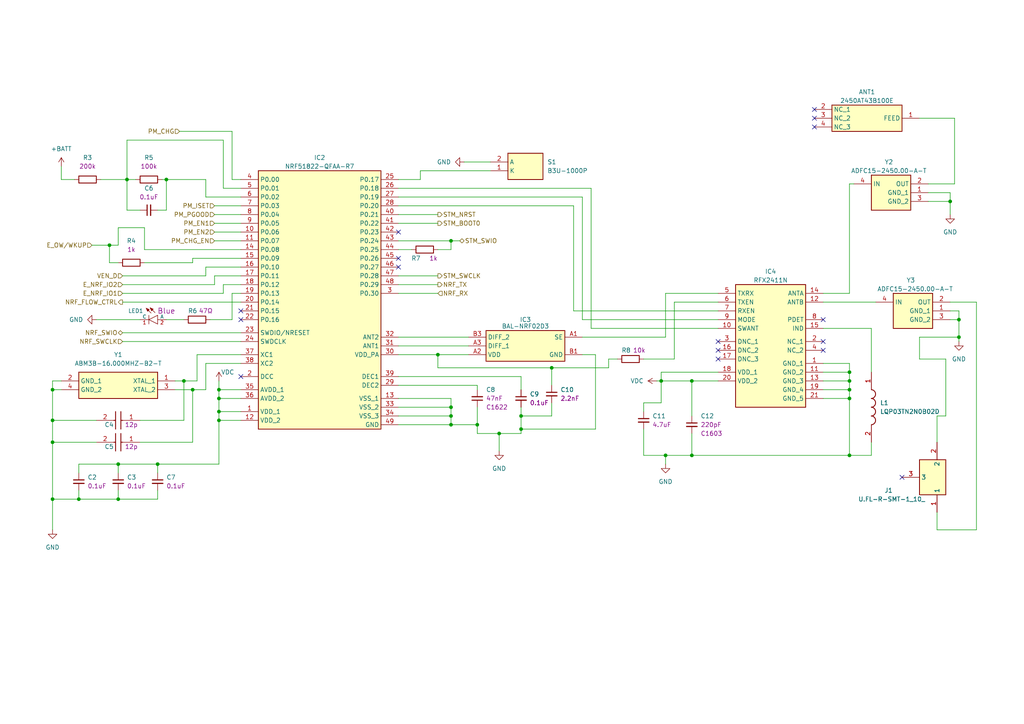
<source format=kicad_sch>
(kicad_sch (version 20230121) (generator eeschema)

  (uuid 32a59206-fcea-42a8-a452-1669a57bfda3)

  (paper "A4")

  (lib_symbols
    (symbol "ABM3B-16.000MHZ-B2-T_1" (in_bom yes) (on_board yes)
      (property "Reference" "Y1" (at 16.51 7.62 0)
        (effects (font (size 1.27 1.27)))
      )
      (property "Value" "ABM3B-16.000MHZ-B2-T" (at 16.51 5.08 0)
        (effects (font (size 1.27 1.27)))
      )
      (property "Footprint" "ABM3B" (at 29.21 -94.92 0)
        (effects (font (size 1.27 1.27)) (justify left top) hide)
      )
      (property "Datasheet" "https://abracon.com/Resonators/abm3b.pdf" (at 29.21 -194.92 0)
        (effects (font (size 1.27 1.27)) (justify left top) hide)
      )
      (property "Height" "1.1" (at 29.21 -394.92 0)
        (effects (font (size 1.27 1.27)) (justify left top) hide)
      )
      (property "Mouser Part Number" "815-ABM3B-16-B2" (at 29.21 -494.92 0)
        (effects (font (size 1.27 1.27)) (justify left top) hide)
      )
      (property "Mouser Price/Stock" "https://www.mouser.co.uk/ProductDetail/ABRACON/ABM3B-16.000MHZ-B2-T?qs=zLkLEWnxMJzLqT8BvRaOeA%3D%3D" (at 29.21 -594.92 0)
        (effects (font (size 1.27 1.27)) (justify left top) hide)
      )
      (property "Manufacturer_Name" "ABRACON" (at 29.21 -694.92 0)
        (effects (font (size 1.27 1.27)) (justify left top) hide)
      )
      (property "Manufacturer_Part_Number" "ABM3B-16.000MHZ-B2-T" (at 29.21 -794.92 0)
        (effects (font (size 1.27 1.27)) (justify left top) hide)
      )
      (property "ki_description" "CONN JACK 1PORT 1000 BASE-TX PCB" (at 0 0 0)
        (effects (font (size 1.27 1.27)) hide)
      )
      (symbol "ABM3B-16.000MHZ-B2-T_1_1_1"
        (rectangle (start 5.08 2.54) (end 27.94 -5.08)
          (stroke (width 0.254) (type default))
          (fill (type background))
        )
        (pin passive line (at 33.02 0 180) (length 5.08)
          (name "XTAL_1" (effects (font (size 1.27 1.27))))
          (number "1" (effects (font (size 1.27 1.27))))
        )
        (pin passive line (at 0 0 0) (length 5.08)
          (name "GND_1" (effects (font (size 1.27 1.27))))
          (number "2" (effects (font (size 1.27 1.27))))
        )
        (pin passive line (at 33.02 -2.54 180) (length 5.08)
          (name "XTAL_2" (effects (font (size 1.27 1.27))))
          (number "3" (effects (font (size 1.27 1.27))))
        )
        (pin passive line (at 0 -2.54 0) (length 5.08)
          (name "GND_2" (effects (font (size 1.27 1.27))))
          (number "4" (effects (font (size 1.27 1.27))))
        )
      )
    )
    (symbol "ADFC15-2450.00-A-T_1" (in_bom yes) (on_board yes)
      (property "Reference" "Y4" (at 10.16 11.43 0)
        (effects (font (size 1.27 1.27)))
      )
      (property "Value" "ADFC15-2450.00-A-T" (at 10.16 8.89 0)
        (effects (font (size 1.27 1.27)))
      )
      (property "Footprint" "ADFC15245000AT" (at 46.99 -84.76 0)
        (effects (font (size 1.27 1.27)) (justify left top) hide)
      )
      (property "Datasheet" "https://abracon.com/Filters/Dielectric/ADFC15-2450-00-A-T.PDF" (at 46.99 -184.76 0)
        (effects (font (size 1.27 1.27)) (justify left top) hide)
      )
      (property "Height" "0.43" (at 46.99 -384.76 0)
        (effects (font (size 1.27 1.27)) (justify left top) hide)
      )
      (property "Mouser Part Number" "815-ADFC15-2450-AT" (at 46.99 -484.76 0)
        (effects (font (size 1.27 1.27)) (justify left top) hide)
      )
      (property "Mouser Price/Stock" "https://www.mouser.co.uk/ProductDetail/ABRACON/ADFC15-2450.00-A-T?qs=BLmuIjeT3qGrS384VnTEqg%3D%3D" (at 46.99 -584.76 0)
        (effects (font (size 1.27 1.27)) (justify left top) hide)
      )
      (property "Manufacturer_Name" "ABRACON" (at 46.99 -684.76 0)
        (effects (font (size 1.27 1.27)) (justify left top) hide)
      )
      (property "Manufacturer_Part_Number" "ADFC15-2450.00-A-T" (at 46.99 -784.76 0)
        (effects (font (size 1.27 1.27)) (justify left top) hide)
      )
      (property "ki_description" "Signal Conditioning 2450  MHZ  BANDPASS  WLAN" (at 0 0 0)
        (effects (font (size 1.27 1.27)) hide)
      )
      (symbol "ADFC15-2450.00-A-T_1_1_1"
        (rectangle (start 5.08 7.62) (end 16.51 -2.54)
          (stroke (width 0.254) (type default))
          (fill (type background))
        )
        (pin passive line (at 21.59 2.54 180) (length 5.08)
          (name "GND_1" (effects (font (size 1.27 1.27))))
          (number "1" (effects (font (size 1.27 1.27))))
        )
        (pin passive line (at 21.59 5.08 180) (length 5.08)
          (name "OUT" (effects (font (size 1.27 1.27))))
          (number "2" (effects (font (size 1.27 1.27))))
        )
        (pin passive line (at 21.59 0 180) (length 5.08)
          (name "GND_2" (effects (font (size 1.27 1.27))))
          (number "3" (effects (font (size 1.27 1.27))))
        )
        (pin passive line (at 0 5.08 0) (length 5.08)
          (name "IN" (effects (font (size 1.27 1.27))))
          (number "4" (effects (font (size 1.27 1.27))))
        )
      )
    )
    (symbol "PCM_4ms_Capacitor:100nF_0603_16V" (pin_numbers hide) (pin_names (offset 0.254) hide) (in_bom yes) (on_board yes)
      (property "Reference" "C" (at 1.905 1.27 0)
        (effects (font (size 1.27 1.27)) (justify left))
      )
      (property "Value" "100nF_0603_16V" (at 0 3.81 0)
        (effects (font (size 1.27 1.27)) hide)
      )
      (property "Footprint" "4ms_Capacitor:C_0603" (at -2.54 -5.08 0)
        (effects (font (size 1.27 1.27)) (justify left) hide)
      )
      (property "Datasheet" "" (at 0 0 0)
        (effects (font (size 1.27 1.27)) hide)
      )
      (property "Specifications" "0.1uF, Min. 16V 10%, X7R or X5R or similar" (at -2.54 -7.874 0)
        (effects (font (size 1.27 1.27)) (justify left) hide)
      )
      (property "Manufacturer" "AVX Corporation" (at -2.54 -9.398 0)
        (effects (font (size 1.27 1.27)) (justify left) hide)
      )
      (property "Part Number" "0603YC104KAT2A" (at -2.54 -10.922 0)
        (effects (font (size 1.27 1.27)) (justify left) hide)
      )
      (property "Display" "0.1uF" (at 1.905 -1.27 0)
        (effects (font (size 1.27 1.27)) (justify left))
      )
      (property "JLCPCB ID" "C14663" (at 1.27 -12.7 0)
        (effects (font (size 1.27 1.27)) hide)
      )
      (property "ki_keywords" "100nF_0603_16V" (at 0 0 0)
        (effects (font (size 1.27 1.27)) hide)
      )
      (property "ki_description" "0.1uF, Min. 16V 10%, X7R or X5R or similar" (at 0 0 0)
        (effects (font (size 1.27 1.27)) hide)
      )
      (property "ki_fp_filters" "C_*" (at 0 0 0)
        (effects (font (size 1.27 1.27)) hide)
      )
      (symbol "100nF_0603_16V_0_1"
        (polyline
          (pts
            (xy -1.524 -0.508)
            (xy 1.524 -0.508)
          )
          (stroke (width 0.3302) (type default))
          (fill (type none))
        )
        (polyline
          (pts
            (xy -1.524 0.508)
            (xy 1.524 0.508)
          )
          (stroke (width 0.3048) (type default))
          (fill (type none))
        )
      )
      (symbol "100nF_0603_16V_1_1"
        (pin passive line (at 0 2.54 270) (length 2.032)
          (name "~" (effects (font (size 1.27 1.27))))
          (number "1" (effects (font (size 1.27 1.27))))
        )
        (pin passive line (at 0 -2.54 90) (length 2.032)
          (name "~" (effects (font (size 1.27 1.27))))
          (number "2" (effects (font (size 1.27 1.27))))
        )
      )
    )
    (symbol "PCM_4ms_Capacitor:2.2nF_0603_50V" (pin_numbers hide) (pin_names (offset 0.254) hide) (in_bom yes) (on_board yes)
      (property "Reference" "C" (at 1.905 1.016 0)
        (effects (font (size 1.27 1.27)) (justify left))
      )
      (property "Value" "2.2nF_0603_50V" (at 0 3.81 0)
        (effects (font (size 1.27 1.27)) hide)
      )
      (property "Footprint" "4ms_Capacitor:C_0603" (at -2.54 -5.08 0)
        (effects (font (size 1.27 1.27)) (justify left) hide)
      )
      (property "Datasheet" "" (at 0 0 0)
        (effects (font (size 1.27 1.27)) hide)
      )
      (property "Specifications" "2.2nF, Min. 50V, 10%, C0G (NP0)" (at -2.54 -7.874 0)
        (effects (font (size 1.27 1.27)) (justify left) hide)
      )
      (property "Manufacturer" "Murata" (at -2.54 -9.398 0)
        (effects (font (size 1.27 1.27)) (justify left) hide)
      )
      (property "Part Number" "GRM1885C2A222JA01D" (at -2.54 -10.922 0)
        (effects (font (size 1.27 1.27)) (justify left) hide)
      )
      (property "Display" "2.2nF" (at 1.905 -1.27 0)
        (effects (font (size 1.27 1.27)) (justify left))
      )
      (property "JLCPCB ID" "C33353" (at 1.905 -1.27 0)
        (effects (font (size 1.27 1.27)) (justify left) hide)
      )
      (property "ki_keywords" "2.2nF 2200pF 0603" (at 0 0 0)
        (effects (font (size 1.27 1.27)) hide)
      )
      (property "ki_description" "2.2nF, 50V, 5%, C0G" (at 0 0 0)
        (effects (font (size 1.27 1.27)) hide)
      )
      (property "ki_fp_filters" "C_*" (at 0 0 0)
        (effects (font (size 1.27 1.27)) hide)
      )
      (symbol "2.2nF_0603_50V_0_1"
        (polyline
          (pts
            (xy -1.524 -0.508)
            (xy 1.524 -0.508)
          )
          (stroke (width 0.3302) (type default))
          (fill (type none))
        )
        (polyline
          (pts
            (xy -1.524 0.508)
            (xy 1.524 0.508)
          )
          (stroke (width 0.3048) (type default))
          (fill (type none))
        )
      )
      (symbol "2.2nF_0603_50V_1_1"
        (pin passive line (at 0 2.54 270) (length 2.032)
          (name "~" (effects (font (size 1.27 1.27))))
          (number "1" (effects (font (size 1.27 1.27))))
        )
        (pin passive line (at 0 -2.54 90) (length 2.032)
          (name "~" (effects (font (size 1.27 1.27))))
          (number "2" (effects (font (size 1.27 1.27))))
        )
      )
    )
    (symbol "PCM_4ms_Capacitor:220pF_0603_25V" (pin_numbers hide) (pin_names (offset 0.254) hide) (in_bom yes) (on_board yes)
      (property "Reference" "C" (at 1.905 1.27 0)
        (effects (font (size 1.27 1.27)) (justify left))
      )
      (property "Value" "220pF_0603_25V" (at 0 3.81 0)
        (effects (font (size 1.27 1.27)) hide)
      )
      (property "Footprint" "4ms_Capacitor:C_0603" (at -2.54 -5.08 0)
        (effects (font (size 1.27 1.27)) (justify left) hide)
      )
      (property "Datasheet" "" (at 0 0 0)
        (effects (font (size 1.27 1.27)) hide)
      )
      (property "Specifications" "220pF, Min 25V, C0G/NP0, 5% 0603" (at -2.54 -7.874 0)
        (effects (font (size 1.27 1.27)) (justify left) hide)
      )
      (property "Manufacturer" "Yageo" (at -2.54 -9.398 0)
        (effects (font (size 1.27 1.27)) (justify left) hide)
      )
      (property "Part Number" "CC0603JRNPO9BN221" (at -2.54 -10.922 0)
        (effects (font (size 1.27 1.27)) (justify left) hide)
      )
      (property "Display" "220pF" (at 1.905 -1.27 0)
        (effects (font (size 1.27 1.27)) (justify left))
      )
      (property "JLCPCB ID" "C1603" (at 1.905 -1.27 0)
        (effects (font (size 1.27 1.27)) (justify left))
      )
      (property "ki_keywords" "220pF_0603_25V" (at 0 0 0)
        (effects (font (size 1.27 1.27)) hide)
      )
      (property "ki_description" "220pF, Min 25V, C0G/NP0, 5% 0603" (at 0 0 0)
        (effects (font (size 1.27 1.27)) hide)
      )
      (property "ki_fp_filters" "C_*" (at 0 0 0)
        (effects (font (size 1.27 1.27)) hide)
      )
      (symbol "220pF_0603_25V_0_1"
        (polyline
          (pts
            (xy -1.524 -0.508)
            (xy 1.524 -0.508)
          )
          (stroke (width 0.3302) (type default))
          (fill (type none))
        )
        (polyline
          (pts
            (xy -1.524 0.508)
            (xy 1.524 0.508)
          )
          (stroke (width 0.3048) (type default))
          (fill (type none))
        )
      )
      (symbol "220pF_0603_25V_1_1"
        (pin passive line (at 0 2.54 270) (length 2.032)
          (name "~" (effects (font (size 1.27 1.27))))
          (number "1" (effects (font (size 1.27 1.27))))
        )
        (pin passive line (at 0 -2.54 90) (length 2.032)
          (name "~" (effects (font (size 1.27 1.27))))
          (number "2" (effects (font (size 1.27 1.27))))
        )
      )
    )
    (symbol "PCM_4ms_Capacitor:4.7uF_1206_lowESR" (pin_numbers hide) (pin_names (offset 0.254) hide) (in_bom yes) (on_board yes)
      (property "Reference" "C" (at 1.905 1.27 0)
        (effects (font (size 1.27 1.27)) (justify left))
      )
      (property "Value" "4.7uF_1206_lowESR" (at 0 3.81 0)
        (effects (font (size 1.27 1.27)) hide)
      )
      (property "Footprint" "4ms_Capacitor:C_1206" (at -2.54 -5.08 0)
        (effects (font (size 1.27 1.27)) (justify left) hide)
      )
      (property "Datasheet" "" (at 0 0 0)
        (effects (font (size 1.27 1.27)) hide)
      )
      (property "Specifications" "4.7uF, Min. 16V, ESR<=100mΩ@1MHz, 1206, MLCC" (at -2.54 -7.874 0)
        (effects (font (size 1.27 1.27)) (justify left) hide)
      )
      (property "Manufacturer" "Taiyo Yuden" (at -2.54 -9.398 0)
        (effects (font (size 1.27 1.27)) (justify left) hide)
      )
      (property "Part Number" "EMF316AB7475KLHT" (at -2.54 -10.922 0)
        (effects (font (size 1.27 1.27)) (justify left) hide)
      )
      (property "Display" "4.7uF/16V/100mΩ" (at 1.905 -1.27 0)
        (effects (font (size 1.27 1.27)) (justify left))
      )
      (property "ki_keywords" "4.7uF 1206 16V Low ESR 100mΩ 100mOhm" (at 0 0 0)
        (effects (font (size 1.27 1.27)) hide)
      )
      (property "ki_description" "4.7uF, Min. 16V, ESR<=100mΩ@1MHz, 1206, MLCC" (at 0 0 0)
        (effects (font (size 1.27 1.27)) hide)
      )
      (property "ki_fp_filters" "C_*" (at 0 0 0)
        (effects (font (size 1.27 1.27)) hide)
      )
      (symbol "4.7uF_1206_lowESR_0_1"
        (polyline
          (pts
            (xy -1.524 -0.508)
            (xy 1.524 -0.508)
          )
          (stroke (width 0.3302) (type default))
          (fill (type none))
        )
        (polyline
          (pts
            (xy -1.524 0.508)
            (xy 1.524 0.508)
          )
          (stroke (width 0.3048) (type default))
          (fill (type none))
        )
      )
      (symbol "4.7uF_1206_lowESR_1_1"
        (pin passive line (at 0 2.54 270) (length 2.032)
          (name "~" (effects (font (size 1.27 1.27))))
          (number "1" (effects (font (size 1.27 1.27))))
        )
        (pin passive line (at 0 -2.54 90) (length 2.032)
          (name "~" (effects (font (size 1.27 1.27))))
          (number "2" (effects (font (size 1.27 1.27))))
        )
      )
    )
    (symbol "PCM_4ms_Capacitor:47nF_0603_35V" (pin_numbers hide) (pin_names (offset 0.254) hide) (in_bom yes) (on_board yes)
      (property "Reference" "C" (at 1.905 1.27 0)
        (effects (font (size 1.27 1.27)) (justify left))
      )
      (property "Value" "47nF_0603_35V" (at 0 3.81 0)
        (effects (font (size 1.27 1.27)) hide)
      )
      (property "Footprint" "4ms_Capacitor:C_0603" (at -2.54 -5.08 0)
        (effects (font (size 1.27 1.27)) (justify left) hide)
      )
      (property "Datasheet" "" (at 0 0 0)
        (effects (font (size 1.27 1.27)) hide)
      )
      (property "Specifications" "47nF, Min 35V, X7R or similar, 10%" (at -2.54 -7.874 0)
        (effects (font (size 1.27 1.27)) (justify left) hide)
      )
      (property "Manufacturer" "Yageo" (at -2.54 -9.398 0)
        (effects (font (size 1.27 1.27)) (justify left) hide)
      )
      (property "Part Number" "CC0603KRX7R9BB473" (at -2.54 -10.922 0)
        (effects (font (size 1.27 1.27)) (justify left) hide)
      )
      (property "Display" "47nF" (at 1.905 -1.27 0)
        (effects (font (size 1.27 1.27)) (justify left))
      )
      (property "JLCPCB ID" "C1622" (at 1.905 -1.27 0)
        (effects (font (size 1.27 1.27)) (justify left))
      )
      (property "ki_keywords" "47nF_0603_35V" (at 0 0 0)
        (effects (font (size 1.27 1.27)) hide)
      )
      (property "ki_description" "47nF, Min 35V, X7R or similar, 10%" (at 0 0 0)
        (effects (font (size 1.27 1.27)) hide)
      )
      (property "ki_fp_filters" "C_*" (at 0 0 0)
        (effects (font (size 1.27 1.27)) hide)
      )
      (symbol "47nF_0603_35V_0_1"
        (polyline
          (pts
            (xy -1.524 -0.508)
            (xy 1.524 -0.508)
          )
          (stroke (width 0.3302) (type default))
          (fill (type none))
        )
        (polyline
          (pts
            (xy -1.524 0.508)
            (xy 1.524 0.508)
          )
          (stroke (width 0.3048) (type default))
          (fill (type none))
        )
      )
      (symbol "47nF_0603_35V_1_1"
        (pin passive line (at 0 2.54 270) (length 2.032)
          (name "~" (effects (font (size 1.27 1.27))))
          (number "1" (effects (font (size 1.27 1.27))))
        )
        (pin passive line (at 0 -2.54 90) (length 2.032)
          (name "~" (effects (font (size 1.27 1.27))))
          (number "2" (effects (font (size 1.27 1.27))))
        )
      )
    )
    (symbol "PCM_4ms_LED:Blue_56mcd_0603" (pin_names (offset 0)) (in_bom yes) (on_board yes)
      (property "Reference" "LED" (at -1.27 -5.08 0)
        (effects (font (size 1.143 1.143)) (justify left bottom))
      )
      (property "Value" "Blue_56mcd_0603" (at -2.54 -13.97 0)
        (effects (font (size 1.143 1.143)) (justify left bottom) hide)
      )
      (property "Footprint" "4ms_LED:LED_0603_1608Metric" (at 0.762 3.81 0)
        (effects (font (size 0.508 0.508)) hide)
      )
      (property "Datasheet" "" (at 0 0 0)
        (effects (font (size 1.524 1.524)) hide)
      )
      (property "ID" "" (at -2.54 -6.35 0)
        (effects (font (size 1.27 1.27)) (justify left) hide)
      )
      (property "Specifications" "Blue 470nm 0603, >40mcd@20mA" (at -2.54 -7.874 0)
        (effects (font (size 1.27 1.27)) (justify left) hide)
      )
      (property "Manufacturer" "Inolux" (at -2.54 -9.398 0)
        (effects (font (size 1.27 1.27)) (justify left) hide)
      )
      (property "Part Number" "IN-S63AT5B" (at -2.54 -10.922 0)
        (effects (font (size 1.27 1.27)) (justify left) hide)
      )
      (property "Display" "Blue" (at 0 -2.54 0)
        (effects (font (size 1.524 1.524)))
      )
      (property "Manufacturer 2" "Kingbright" (at 3.81 -15.24 0)
        (effects (font (size 1.524 1.524)) hide)
      )
      (property "Part Number 2" "APT1608QBC/D" (at 6.35 -17.78 0)
        (effects (font (size 1.524 1.524)) hide)
      )
      (property "ki_keywords" "Blue_56mcd_0603" (at 0 0 0)
        (effects (font (size 1.27 1.27)) hide)
      )
      (property "ki_description" "Blue 470nm 0603, >40mcd@20mA" (at 0 0 0)
        (effects (font (size 1.27 1.27)) hide)
      )
      (property "ki_fp_filters" "*LED*C1*A2*" (at 0 0 0)
        (effects (font (size 1.27 1.27)) hide)
      )
      (symbol "Blue_56mcd_0603_1_0"
        (polyline
          (pts
            (xy 0 -1.27)
            (xy 0 0)
          )
          (stroke (width 0) (type default))
          (fill (type none))
        )
        (polyline
          (pts
            (xy 0 0)
            (xy 0 1.27)
          )
          (stroke (width 0) (type default))
          (fill (type none))
        )
        (polyline
          (pts
            (xy 0 0)
            (xy 2.54 1.27)
          )
          (stroke (width 0) (type default))
          (fill (type none))
        )
        (polyline
          (pts
            (xy 0.635 1.905)
            (xy -0.762 3.302)
          )
          (stroke (width 0) (type default))
          (fill (type none))
        )
        (polyline
          (pts
            (xy 1.778 2.032)
            (xy 0.381 3.429)
          )
          (stroke (width 0) (type default))
          (fill (type none))
        )
        (polyline
          (pts
            (xy 2.54 -1.27)
            (xy 0 0)
          )
          (stroke (width 0) (type default))
          (fill (type none))
        )
        (polyline
          (pts
            (xy 2.54 -1.27)
            (xy 2.54 1.27)
          )
          (stroke (width 0) (type default))
          (fill (type none))
        )
      )
      (symbol "Blue_56mcd_0603_1_1"
        (polyline
          (pts
            (xy -0.762 3.302)
            (xy 0.127 2.921)
            (xy 0.127 2.921)
            (xy -0.381 2.413)
            (xy -0.381 2.413)
            (xy -0.762 3.302)
          )
          (stroke (width 0) (type default))
          (fill (type outline))
        )
        (polyline
          (pts
            (xy 0.381 3.429)
            (xy 1.27 3.048)
            (xy 1.27 3.048)
            (xy 0.762 2.54)
            (xy 0.762 2.54)
            (xy 0.381 3.429)
          )
          (stroke (width 0) (type default))
          (fill (type outline))
        )
        (pin passive line (at -2.54 0 0) (length 2.54)
          (name "C" (effects (font (size 1.016 1.016))))
          (number "1" (effects (font (size 1.016 1.016))))
        )
        (pin passive line (at 5.08 0 180) (length 2.54)
          (name "A" (effects (font (size 1.016 1.016))))
          (number "2" (effects (font (size 1.016 1.016))))
        )
      )
    )
    (symbol "PCM_4ms_Power-symbol:GND" (power) (pin_names (offset 0)) (in_bom yes) (on_board yes)
      (property "Reference" "#PWR" (at 0 -6.35 0)
        (effects (font (size 1.27 1.27)) hide)
      )
      (property "Value" "GND" (at 0 -3.81 0)
        (effects (font (size 1.27 1.27)))
      )
      (property "Footprint" "" (at 0 0 0)
        (effects (font (size 1.27 1.27)) hide)
      )
      (property "Datasheet" "" (at 0 0 0)
        (effects (font (size 1.27 1.27)) hide)
      )
      (symbol "GND_0_1"
        (polyline
          (pts
            (xy 0 0)
            (xy 0 -1.27)
            (xy 1.27 -1.27)
            (xy 0 -2.54)
            (xy -1.27 -1.27)
            (xy 0 -1.27)
          )
          (stroke (width 0) (type default))
          (fill (type none))
        )
      )
      (symbol "GND_1_1"
        (pin power_in line (at 0 0 270) (length 0) hide
          (name "GND" (effects (font (size 1.27 1.27))))
          (number "1" (effects (font (size 1.27 1.27))))
        )
      )
    )
    (symbol "PCM_4ms_Resistor:100k_0603" (pin_numbers hide) (pin_names (offset 0)) (in_bom yes) (on_board yes)
      (property "Reference" "R" (at 2.032 0 90)
        (effects (font (size 1.27 1.27)))
      )
      (property "Value" "100k_0603" (at -2.54 0 90)
        (effects (font (size 1.27 1.27)) hide)
      )
      (property "Footprint" "4ms_Resistor:R_0603" (at -2.54 -12.7 0)
        (effects (font (size 1.27 1.27)) (justify left) hide)
      )
      (property "Datasheet" "" (at 0 0 0)
        (effects (font (size 1.27 1.27)) hide)
      )
      (property "Specifications" "100K, 1%, 1/10W, 0603" (at -2.54 -7.874 0)
        (effects (font (size 1.27 1.27)) (justify left) hide)
      )
      (property "Manufacturer" "Yageo" (at -2.54 -9.398 0)
        (effects (font (size 1.27 1.27)) (justify left) hide)
      )
      (property "Part Number" "RC0603FR-07100KL" (at -2.54 -10.922 0)
        (effects (font (size 1.27 1.27)) (justify left) hide)
      )
      (property "Display" "100k" (at 3.81 0 90)
        (effects (font (size 1.27 1.27)))
      )
      (property "JLCPCB ID" "C25803" (at 1.27 -15.24 0)
        (effects (font (size 1.27 1.27)) hide)
      )
      (property "ki_keywords" "100k_0603" (at 0 0 0)
        (effects (font (size 1.27 1.27)) hide)
      )
      (property "ki_description" "100K, 1%, 1/10W, 0603" (at 0 0 0)
        (effects (font (size 1.27 1.27)) hide)
      )
      (property "ki_fp_filters" "R_* R_*" (at 0 0 0)
        (effects (font (size 1.27 1.27)) hide)
      )
      (symbol "100k_0603_0_1"
        (rectangle (start -1.016 -2.54) (end 1.016 2.54)
          (stroke (width 0.254) (type default))
          (fill (type none))
        )
      )
      (symbol "100k_0603_1_1"
        (pin passive line (at 0 3.81 270) (length 1.27)
          (name "~" (effects (font (size 1.27 1.27))))
          (number "1" (effects (font (size 1.27 1.27))))
        )
        (pin passive line (at 0 -3.81 90) (length 1.27)
          (name "~" (effects (font (size 1.27 1.27))))
          (number "2" (effects (font (size 1.27 1.27))))
        )
      )
    )
    (symbol "PCM_4ms_Resistor:10k_0402" (pin_numbers hide) (pin_names (offset 0)) (in_bom yes) (on_board yes)
      (property "Reference" "R" (at 2.032 0 90)
        (effects (font (size 1.27 1.27)))
      )
      (property "Value" "10k_0402" (at -2.54 0 90)
        (effects (font (size 1.27 1.27)) hide)
      )
      (property "Footprint" "Resistor_SMD:R_0402_1005Metric" (at -2.54 -12.7 0)
        (effects (font (size 1.27 1.27)) (justify left) hide)
      )
      (property "Datasheet" "" (at 0 0 0)
        (effects (font (size 1.27 1.27)) hide)
      )
      (property "Specifications" "10k, 1%, 1/10W, 0402" (at -2.54 -7.874 0)
        (effects (font (size 1.27 1.27)) (justify left) hide)
      )
      (property "Manufacturer" "Yageo" (at -2.54 -9.398 0)
        (effects (font (size 1.27 1.27)) (justify left) hide)
      )
      (property "Part Number" "RT0402FRE0710KL" (at -2.54 -10.922 0)
        (effects (font (size 1.27 1.27)) (justify left) hide)
      )
      (property "Display" "10k" (at 3.81 0 90)
        (effects (font (size 1.27 1.27)))
      )
      (property "Manufacturer 2" "Yageo" (at 0 0 0)
        (effects (font (size 1.27 1.27)) hide)
      )
      (property "Part Number 2" "RT0402DRE0710KL" (at 0 0 0)
        (effects (font (size 1.27 1.27)) hide)
      )
      (property "ki_keywords" "10k 0402" (at 0 0 0)
        (effects (font (size 1.27 1.27)) hide)
      )
      (property "ki_description" "10k, 1%, 1/16W, 0603" (at 0 0 0)
        (effects (font (size 1.27 1.27)) hide)
      )
      (property "ki_fp_filters" "R_*" (at 0 0 0)
        (effects (font (size 1.27 1.27)) hide)
      )
      (symbol "10k_0402_0_1"
        (rectangle (start -1.016 -2.54) (end 1.016 2.54)
          (stroke (width 0.254) (type default))
          (fill (type none))
        )
      )
      (symbol "10k_0402_1_1"
        (pin passive line (at 0 3.81 270) (length 1.27)
          (name "~" (effects (font (size 1.27 1.27))))
          (number "1" (effects (font (size 1.27 1.27))))
        )
        (pin passive line (at 0 -3.81 90) (length 1.27)
          (name "~" (effects (font (size 1.27 1.27))))
          (number "2" (effects (font (size 1.27 1.27))))
        )
      )
    )
    (symbol "PCM_4ms_Resistor:1k_0603" (pin_numbers hide) (pin_names (offset 0)) (in_bom yes) (on_board yes)
      (property "Reference" "R" (at 2.032 0 90)
        (effects (font (size 1.27 1.27)))
      )
      (property "Value" "1k_0603" (at -2.54 0 90)
        (effects (font (size 1.27 1.27)) hide)
      )
      (property "Footprint" "4ms_Resistor:R_0603" (at -2.54 -12.7 0)
        (effects (font (size 1.27 1.27)) (justify left) hide)
      )
      (property "Datasheet" "" (at 0 0 0)
        (effects (font (size 1.27 1.27)) hide)
      )
      (property "Specifications" "1K, 1%, 1/10W, 0603" (at -2.54 -7.874 0)
        (effects (font (size 1.27 1.27)) (justify left) hide)
      )
      (property "Manufacturer" "Yageo" (at -2.54 -9.398 0)
        (effects (font (size 1.27 1.27)) (justify left) hide)
      )
      (property "Part Number" "RC0603FR-071KL" (at -2.54 -10.922 0)
        (effects (font (size 1.27 1.27)) (justify left) hide)
      )
      (property "Display" "1k" (at 3.81 0 90)
        (effects (font (size 1.27 1.27)))
      )
      (property "JLCPCB ID" "C21190" (at 1.27 -15.24 0)
        (effects (font (size 1.27 1.27)) hide)
      )
      (property "ki_keywords" "1k_0603" (at 0 0 0)
        (effects (font (size 1.27 1.27)) hide)
      )
      (property "ki_description" "1K, 1%, 1/10W, 0603" (at 0 0 0)
        (effects (font (size 1.27 1.27)) hide)
      )
      (property "ki_fp_filters" "R_* R_*" (at 0 0 0)
        (effects (font (size 1.27 1.27)) hide)
      )
      (symbol "1k_0603_0_1"
        (rectangle (start -1.016 -2.54) (end 1.016 2.54)
          (stroke (width 0.254) (type default))
          (fill (type none))
        )
      )
      (symbol "1k_0603_1_1"
        (pin passive line (at 0 3.81 270) (length 1.27)
          (name "~" (effects (font (size 1.27 1.27))))
          (number "1" (effects (font (size 1.27 1.27))))
        )
        (pin passive line (at 0 -3.81 90) (length 1.27)
          (name "~" (effects (font (size 1.27 1.27))))
          (number "2" (effects (font (size 1.27 1.27))))
        )
      )
    )
    (symbol "PCM_4ms_Resistor:200k_0603" (pin_numbers hide) (pin_names (offset 0)) (in_bom yes) (on_board yes)
      (property "Reference" "R" (at 2.032 0 90)
        (effects (font (size 1.27 1.27)))
      )
      (property "Value" "200k_0603" (at -2.54 0 90)
        (effects (font (size 1.27 1.27)) hide)
      )
      (property "Footprint" "4ms_Resistor:R_0603" (at -2.54 -12.7 0)
        (effects (font (size 1.27 1.27)) (justify left) hide)
      )
      (property "Datasheet" "" (at 0 0 0)
        (effects (font (size 1.27 1.27)) hide)
      )
      (property "Specifications" "200k, 1%, 1/10W, 0603" (at -2.54 -7.874 0)
        (effects (font (size 1.27 1.27)) (justify left) hide)
      )
      (property "Manufacturer" "Yageo" (at -2.54 -9.398 0)
        (effects (font (size 1.27 1.27)) (justify left) hide)
      )
      (property "Part Number" "RC0603FR-07200KL" (at -2.54 -10.922 0)
        (effects (font (size 1.27 1.27)) (justify left) hide)
      )
      (property "Display" "200k" (at 3.81 0 90)
        (effects (font (size 1.27 1.27)))
      )
      (property "JLCPCB ID" "C25811" (at 3.81 0 90)
        (effects (font (size 1.27 1.27)) hide)
      )
      (property "ki_keywords" "200k_0603" (at 0 0 0)
        (effects (font (size 1.27 1.27)) hide)
      )
      (property "ki_description" "200k, 1%, 1/10W, 0603" (at 0 0 0)
        (effects (font (size 1.27 1.27)) hide)
      )
      (property "ki_fp_filters" "R_* R_*" (at 0 0 0)
        (effects (font (size 1.27 1.27)) hide)
      )
      (symbol "200k_0603_0_1"
        (rectangle (start -1.016 -2.54) (end 1.016 2.54)
          (stroke (width 0.254) (type default))
          (fill (type none))
        )
      )
      (symbol "200k_0603_1_1"
        (pin passive line (at 0 3.81 270) (length 1.27)
          (name "~" (effects (font (size 1.27 1.27))))
          (number "1" (effects (font (size 1.27 1.27))))
        )
        (pin passive line (at 0 -3.81 90) (length 1.27)
          (name "~" (effects (font (size 1.27 1.27))))
          (number "2" (effects (font (size 1.27 1.27))))
        )
      )
    )
    (symbol "PCM_4ms_Resistor:47R_0402" (pin_numbers hide) (pin_names (offset 0)) (in_bom yes) (on_board yes)
      (property "Reference" "R" (at 2.032 0 90)
        (effects (font (size 1.27 1.27)))
      )
      (property "Value" "47R_0402" (at -2.54 0 90)
        (effects (font (size 1.27 1.27)) hide)
      )
      (property "Footprint" "Resistor_SMD:R_0402_1005Metric" (at -2.54 -12.7 0)
        (effects (font (size 1.27 1.27)) (justify left) hide)
      )
      (property "Datasheet" "" (at 0 0 0)
        (effects (font (size 1.27 1.27)) hide)
      )
      (property "Specifications" "47Ω, 1%, 1/10W, 0402" (at -2.54 -7.874 0)
        (effects (font (size 1.27 1.27)) (justify left) hide)
      )
      (property "Manufacturer" "Yageo" (at -2.54 -9.398 0)
        (effects (font (size 1.27 1.27)) (justify left) hide)
      )
      (property "Part Number" "RT0402FRE0747RL" (at -2.54 -10.922 0)
        (effects (font (size 1.27 1.27)) (justify left) hide)
      )
      (property "Display" "47Ω" (at 3.81 0 90)
        (effects (font (size 1.27 1.27)))
      )
      (property "JLCPCB ID" "C25118" (at 3.81 0 90)
        (effects (font (size 1.27 1.27)) hide)
      )
      (property "Manufacturer 2" "Panasonic" (at 0 0 0)
        (effects (font (size 1.27 1.27)) hide)
      )
      (property "Part Number 2" "ERJ2RKD47R0X" (at 0 0 0)
        (effects (font (size 1.27 1.27)) hide)
      )
      (property "ki_keywords" "47R 47Ω 0402" (at 0 0 0)
        (effects (font (size 1.27 1.27)) hide)
      )
      (property "ki_description" "47Ω, 1%, 1/16W, 0603" (at 0 0 0)
        (effects (font (size 1.27 1.27)) hide)
      )
      (property "ki_fp_filters" "R_* R_*" (at 0 0 0)
        (effects (font (size 1.27 1.27)) hide)
      )
      (symbol "47R_0402_0_1"
        (rectangle (start -1.016 -2.54) (end 1.016 2.54)
          (stroke (width 0.254) (type default))
          (fill (type none))
        )
      )
      (symbol "47R_0402_1_1"
        (pin passive line (at 0 3.81 270) (length 1.27)
          (name "~" (effects (font (size 1.27 1.27))))
          (number "1" (effects (font (size 1.27 1.27))))
        )
        (pin passive line (at 0 -3.81 90) (length 1.27)
          (name "~" (effects (font (size 1.27 1.27))))
          (number "2" (effects (font (size 1.27 1.27))))
        )
      )
    )
    (symbol "SamacSys_Parts:2450AT43B100E" (in_bom yes) (on_board yes)
      (property "Reference" "ANT1" (at 15.24 7.62 0)
        (effects (font (size 1.27 1.27)))
      )
      (property "Value" "2450AT43B100E" (at 15.24 5.08 0)
        (effects (font (size 1.27 1.27)))
      )
      (property "Footprint" "2450AT43B100E" (at 26.67 -87.3 0)
        (effects (font (size 1.27 1.27)) (justify left top) hide)
      )
      (property "Datasheet" "https://componentsearchengine.com/Datasheets/2/2450AT43B100E.pdf" (at 26.67 -187.3 0)
        (effects (font (size 1.27 1.27)) (justify left top) hide)
      )
      (property "Height" "2.1" (at 26.67 -387.3 0)
        (effects (font (size 1.27 1.27)) (justify left top) hide)
      )
      (property "Mouser Part Number" "609-2450AT43B100E" (at 26.67 -487.3 0)
        (effects (font (size 1.27 1.27)) (justify left top) hide)
      )
      (property "Mouser Price/Stock" "https://www.mouser.co.uk/ProductDetail/Johanson-Technology/2450AT43B100E?qs=yCnrNFeXz%252Bg12F05%252B89fnA%3D%3D" (at 26.67 -587.3 0)
        (effects (font (size 1.27 1.27)) (justify left top) hide)
      )
      (property "Manufacturer_Name" "JOHANSON TECHNOLOGY" (at 26.67 -687.3 0)
        (effects (font (size 1.27 1.27)) (justify left top) hide)
      )
      (property "Manufacturer_Part_Number" "2450AT43B100E" (at 26.67 -787.3 0)
        (effects (font (size 1.27 1.27)) (justify left top) hide)
      )
      (property "ki_description" "Antennas 2.4GHz ANTENNA" (at 0 0 0)
        (effects (font (size 1.27 1.27)) hide)
      )
      (symbol "2450AT43B100E_1_1"
        (rectangle (start 5.08 3.81) (end 25.4 -3.81)
          (stroke (width 0.254) (type default))
          (fill (type background))
        )
        (pin passive line (at 30.48 0 180) (length 5.08)
          (name "FEED" (effects (font (size 1.27 1.27))))
          (number "1" (effects (font (size 1.27 1.27))))
        )
        (pin passive line (at 0 2.54 0) (length 5.08)
          (name "NC_1" (effects (font (size 1.27 1.27))))
          (number "2" (effects (font (size 1.27 1.27))))
        )
        (pin passive line (at 0 0 0) (length 5.08)
          (name "NC_2" (effects (font (size 1.27 1.27))))
          (number "3" (effects (font (size 1.27 1.27))))
        )
        (pin passive line (at 0 -2.54 0) (length 5.08)
          (name "NC_3" (effects (font (size 1.27 1.27))))
          (number "4" (effects (font (size 1.27 1.27))))
        )
      )
    )
    (symbol "SamacSys_Parts:ADFC15-2450.00-A-T" (in_bom yes) (on_board yes)
      (property "Reference" "Y3" (at 15.24 7.62 0)
        (effects (font (size 1.27 1.27)))
      )
      (property "Value" "ADFC15-2450.00-A-T" (at 16.51 5.08 0)
        (effects (font (size 1.27 1.27)))
      )
      (property "Footprint" "ADFC15245000AT" (at 46.99 -84.76 0)
        (effects (font (size 1.27 1.27)) (justify left top) hide)
      )
      (property "Datasheet" "https://abracon.com/Filters/Dielectric/ADFC15-2450-00-A-T.PDF" (at 46.99 -184.76 0)
        (effects (font (size 1.27 1.27)) (justify left top) hide)
      )
      (property "Height" "0.43" (at 46.99 -384.76 0)
        (effects (font (size 1.27 1.27)) (justify left top) hide)
      )
      (property "Mouser Part Number" "815-ADFC15-2450-AT" (at 46.99 -484.76 0)
        (effects (font (size 1.27 1.27)) (justify left top) hide)
      )
      (property "Mouser Price/Stock" "https://www.mouser.co.uk/ProductDetail/ABRACON/ADFC15-2450.00-A-T?qs=BLmuIjeT3qGrS384VnTEqg%3D%3D" (at 46.99 -584.76 0)
        (effects (font (size 1.27 1.27)) (justify left top) hide)
      )
      (property "Manufacturer_Name" "ABRACON" (at 46.99 -684.76 0)
        (effects (font (size 1.27 1.27)) (justify left top) hide)
      )
      (property "Manufacturer_Part_Number" "ADFC15-2450.00-A-T" (at 46.99 -784.76 0)
        (effects (font (size 1.27 1.27)) (justify left top) hide)
      )
      (property "ki_description" "Signal Conditioning 2450  MHZ  BANDPASS  WLAN" (at 0 0 0)
        (effects (font (size 1.27 1.27)) hide)
      )
      (symbol "ADFC15-2450.00-A-T_1_1"
        (rectangle (start 10.16 3.81) (end 21.59 -6.35)
          (stroke (width 0.254) (type default))
          (fill (type background))
        )
        (pin passive line (at 26.67 -1.27 180) (length 5.08)
          (name "GND_1" (effects (font (size 1.27 1.27))))
          (number "1" (effects (font (size 1.27 1.27))))
        )
        (pin passive line (at 26.67 1.27 180) (length 5.08)
          (name "OUT" (effects (font (size 1.27 1.27))))
          (number "2" (effects (font (size 1.27 1.27))))
        )
        (pin passive line (at 26.67 -3.81 180) (length 5.08)
          (name "GND_2" (effects (font (size 1.27 1.27))))
          (number "3" (effects (font (size 1.27 1.27))))
        )
        (pin passive line (at 5.08 1.27 0) (length 5.08)
          (name "IN" (effects (font (size 1.27 1.27))))
          (number "4" (effects (font (size 1.27 1.27))))
        )
      )
    )
    (symbol "SamacSys_Parts:B3U-1000P" (in_bom yes) (on_board yes)
      (property "Reference" "S" (at 16.51 7.62 0)
        (effects (font (size 1.27 1.27)) (justify left top))
      )
      (property "Value" "B3U-1000P" (at 16.51 5.08 0)
        (effects (font (size 1.27 1.27)) (justify left top))
      )
      (property "Footprint" "B3U-1000P" (at 16.51 -94.92 0)
        (effects (font (size 1.27 1.27)) (justify left top) hide)
      )
      (property "Datasheet" "https://www.omron.com/ecb/products/pdf/en-b3u.pdf" (at 16.51 -194.92 0)
        (effects (font (size 1.27 1.27)) (justify left top) hide)
      )
      (property "Height" "" (at 16.51 -394.92 0)
        (effects (font (size 1.27 1.27)) (justify left top) hide)
      )
      (property "Mouser Part Number" "653-B3U-1000P" (at 16.51 -494.92 0)
        (effects (font (size 1.27 1.27)) (justify left top) hide)
      )
      (property "Mouser Price/Stock" "https://www.mouser.co.uk/ProductDetail/Omron-Electronics/B3U-1000P?qs=AO7BQMcsEu4ip80xyf2FwA%3D%3D" (at 16.51 -594.92 0)
        (effects (font (size 1.27 1.27)) (justify left top) hide)
      )
      (property "Manufacturer_Name" "Omron Electronics" (at 16.51 -694.92 0)
        (effects (font (size 1.27 1.27)) (justify left top) hide)
      )
      (property "Manufacturer_Part_Number" "B3U-1000P" (at 16.51 -794.92 0)
        (effects (font (size 1.27 1.27)) (justify left top) hide)
      )
      (property "ki_description" "OMRON ELECTRONIC COMPONENTS - B3U-1000P - SWITCH, SPST-NO, 0.05A, 12V, SMD" (at 0 0 0)
        (effects (font (size 1.27 1.27)) hide)
      )
      (symbol "B3U-1000P_1_1"
        (rectangle (start 5.08 2.54) (end 15.24 -5.08)
          (stroke (width 0.254) (type default))
          (fill (type background))
        )
        (pin passive line (at 0 -2.54 0) (length 5.08)
          (name "K" (effects (font (size 1.27 1.27))))
          (number "1" (effects (font (size 1.27 1.27))))
        )
        (pin passive line (at 0 0 0) (length 5.08)
          (name "A" (effects (font (size 1.27 1.27))))
          (number "2" (effects (font (size 1.27 1.27))))
        )
      )
    )
    (symbol "SamacSys_Parts:BAL-NRF02D3" (in_bom yes) (on_board yes)
      (property "Reference" "IC3" (at 16.51 5.08 0)
        (effects (font (size 1.27 1.27)))
      )
      (property "Value" "BAL-NRF02D3" (at 16.51 3.175 0)
        (effects (font (size 1.27 1.27)))
      )
      (property "Footprint" "BALNRF02D3" (at 29.21 -94.92 0)
        (effects (font (size 1.27 1.27)) (justify left top) hide)
      )
      (property "Datasheet" "https://www.st.com/resource/en/datasheet/bal-nrf02d3.pdf" (at 29.21 -194.92 0)
        (effects (font (size 1.27 1.27)) (justify left top) hide)
      )
      (property "Height" "0.69" (at 29.21 -394.92 0)
        (effects (font (size 1.27 1.27)) (justify left top) hide)
      )
      (property "Mouser Part Number" "511-BAL-NRF02D3" (at 29.21 -494.92 0)
        (effects (font (size 1.27 1.27)) (justify left top) hide)
      )
      (property "Mouser Price/Stock" "https://www.mouser.co.uk/ProductDetail/STMicroelectronics/BAL-NRF02D3?qs=wkiPY8TIIKc7ptdVAF8IKQ%3D%3D" (at 29.21 -594.92 0)
        (effects (font (size 1.27 1.27)) (justify left top) hide)
      )
      (property "Manufacturer_Name" "STMicroelectronics" (at 29.21 -694.92 0)
        (effects (font (size 1.27 1.27)) (justify left top) hide)
      )
      (property "Manufacturer_Part_Number" "BAL-NRF02D3" (at 29.21 -794.92 0)
        (effects (font (size 1.27 1.27)) (justify left top) hide)
      )
      (property "ki_description" "50 Ohm Conjugate Match Balun Flip-Chip5 50 STMicroelectronics 2400  2540MHz Surface Mount Chip Balun" (at 0 0 0)
        (effects (font (size 1.27 1.27)) hide)
      )
      (symbol "BAL-NRF02D3_1_1"
        (rectangle (start 5.08 1.905) (end 27.94 -6.985)
          (stroke (width 0.254) (type default))
          (fill (type background))
        )
        (pin passive line (at 33.02 0 180) (length 5.08)
          (name "SE" (effects (font (size 1.27 1.27))))
          (number "A1" (effects (font (size 1.27 1.27))))
        )
        (pin passive line (at 0 -5.08 0) (length 5.08)
          (name "VDD" (effects (font (size 1.27 1.27))))
          (number "A2" (effects (font (size 1.27 1.27))))
        )
        (pin passive line (at 0 -2.54 0) (length 5.08)
          (name "DIFF_1" (effects (font (size 1.27 1.27))))
          (number "A3" (effects (font (size 1.27 1.27))))
        )
        (pin passive line (at 33.02 -5.08 180) (length 5.08)
          (name "GND" (effects (font (size 1.27 1.27))))
          (number "B1" (effects (font (size 1.27 1.27))))
        )
        (pin passive line (at 0 0 0) (length 5.08)
          (name "DIFF_2" (effects (font (size 1.27 1.27))))
          (number "B3" (effects (font (size 1.27 1.27))))
        )
      )
    )
    (symbol "SamacSys_Parts:C0603C120J5GACTU" (pin_names hide) (in_bom yes) (on_board yes)
      (property "Reference" "C" (at 8.89 6.35 0)
        (effects (font (size 1.27 1.27)) (justify left top))
      )
      (property "Value" "C0603C120J5GACTU" (at 8.89 3.81 0)
        (effects (font (size 1.27 1.27)) (justify left top))
      )
      (property "Footprint" "CAPC1608X87N" (at 8.89 -96.19 0)
        (effects (font (size 1.27 1.27)) (justify left top) hide)
      )
      (property "Datasheet" "https://content.kemet.com/datasheets/KEM_C1003_C0G_SMD.pdf" (at 8.89 -196.19 0)
        (effects (font (size 1.27 1.27)) (justify left top) hide)
      )
      (property "Height" "0.87" (at 8.89 -396.19 0)
        (effects (font (size 1.27 1.27)) (justify left top) hide)
      )
      (property "Mouser Part Number" "80-C0603C120J5G" (at 8.89 -496.19 0)
        (effects (font (size 1.27 1.27)) (justify left top) hide)
      )
      (property "Mouser Price/Stock" "https://www.mouser.co.uk/ProductDetail/KEMET/C0603C120J5GACTU?qs=6DuVKYnceoZQwkYtcpySRA%3D%3D" (at 8.89 -596.19 0)
        (effects (font (size 1.27 1.27)) (justify left top) hide)
      )
      (property "Manufacturer_Name" "KEMET" (at 8.89 -696.19 0)
        (effects (font (size 1.27 1.27)) (justify left top) hide)
      )
      (property "Manufacturer_Part_Number" "C0603C120J5GACTU" (at 8.89 -796.19 0)
        (effects (font (size 1.27 1.27)) (justify left top) hide)
      )
      (property "ki_description" "SMD Comm C0G, Ceramic, 12 pF, 5%, 50 VDC, 125 VDC, 125C, -55C, C0G, SMD, MLCC, Ultra-Stable, Low Loss, Class I, 0.1 % , 100 GOhms, 3.7 mg, 0603, 1.6mm, 0.8mm, 0.8mm, 0.7mm, 0.35mm, 4000, 78  Weeks, 120" (at 0 0 0)
        (effects (font (size 1.27 1.27)) hide)
      )
      (symbol "C0603C120J5GACTU_1_1"
        (polyline
          (pts
            (xy 5.08 0)
            (xy 5.588 0)
          )
          (stroke (width 0.254) (type default))
          (fill (type none))
        )
        (polyline
          (pts
            (xy 5.588 2.54)
            (xy 5.588 -2.54)
          )
          (stroke (width 0.254) (type default))
          (fill (type none))
        )
        (polyline
          (pts
            (xy 7.112 0)
            (xy 7.62 0)
          )
          (stroke (width 0.254) (type default))
          (fill (type none))
        )
        (polyline
          (pts
            (xy 7.112 2.54)
            (xy 7.112 -2.54)
          )
          (stroke (width 0.254) (type default))
          (fill (type none))
        )
        (pin passive line (at 0 0 0) (length 5.08)
          (name "1" (effects (font (size 1.27 1.27))))
          (number "1" (effects (font (size 1.27 1.27))))
        )
        (pin passive line (at 12.7 0 180) (length 5.08)
          (name "2" (effects (font (size 1.27 1.27))))
          (number "2" (effects (font (size 1.27 1.27))))
        )
      )
    )
    (symbol "SamacSys_Parts:LQP03TN2N0B02D" (pin_names hide) (in_bom yes) (on_board yes)
      (property "Reference" "L" (at 16.51 6.35 0)
        (effects (font (size 1.27 1.27)) (justify left top))
      )
      (property "Value" "LQP03TN2N0B02D" (at 16.51 3.81 0)
        (effects (font (size 1.27 1.27)) (justify left top))
      )
      (property "Footprint" "LQP03TG3N1B02D" (at 16.51 -96.19 0)
        (effects (font (size 1.27 1.27)) (justify left top) hide)
      )
      (property "Datasheet" "https://psearch.en.murata.com/inductor/product/LQP03TN2N0B02%23.html" (at 16.51 -196.19 0)
        (effects (font (size 1.27 1.27)) (justify left top) hide)
      )
      (property "Height" "0.33" (at 16.51 -396.19 0)
        (effects (font (size 1.27 1.27)) (justify left top) hide)
      )
      (property "Mouser Part Number" "81-LQP03TN2N0B02D" (at 16.51 -496.19 0)
        (effects (font (size 1.27 1.27)) (justify left top) hide)
      )
      (property "Mouser Price/Stock" "https://www.mouser.co.uk/ProductDetail/Murata-Electronics/LQP03TN2N0B02D?qs=e%252BE4OD6MgMdtvMgxsbASfw%3D%3D" (at 16.51 -596.19 0)
        (effects (font (size 1.27 1.27)) (justify left top) hide)
      )
      (property "Manufacturer_Name" "Murata Electronics" (at 16.51 -696.19 0)
        (effects (font (size 1.27 1.27)) (justify left top) hide)
      )
      (property "Manufacturer_Part_Number" "LQP03TN2N0B02D" (at 16.51 -796.19 0)
        (effects (font (size 1.27 1.27)) (justify left top) hide)
      )
      (property "ki_description" "Murata LQP Series Shielded Wire-wound SMD Inductor with a Non-Magnetic Core Core, 2 nH +/-0.1nH 600mA Idc Q:14" (at 0 0 0)
        (effects (font (size 1.27 1.27)) hide)
      )
      (symbol "LQP03TN2N0B02D_1_1"
        (arc (start 7.62 0) (mid 6.35 1.219) (end 5.08 0)
          (stroke (width 0.254) (type default))
          (fill (type none))
        )
        (arc (start 10.16 0) (mid 8.89 1.219) (end 7.62 0)
          (stroke (width 0.254) (type default))
          (fill (type none))
        )
        (arc (start 12.7 0) (mid 11.43 1.219) (end 10.16 0)
          (stroke (width 0.254) (type default))
          (fill (type none))
        )
        (arc (start 15.24 0) (mid 13.97 1.219) (end 12.7 0)
          (stroke (width 0.254) (type default))
          (fill (type none))
        )
        (pin passive line (at 0 0 0) (length 5.08)
          (name "1" (effects (font (size 1.27 1.27))))
          (number "1" (effects (font (size 1.27 1.27))))
        )
        (pin passive line (at 20.32 0 180) (length 5.08)
          (name "2" (effects (font (size 1.27 1.27))))
          (number "2" (effects (font (size 1.27 1.27))))
        )
      )
    )
    (symbol "SamacSys_Parts:NRF51822-QFAA-R7" (in_bom yes) (on_board yes)
      (property "Reference" "IC1" (at 22.86 16.51 0)
        (effects (font (size 1.27 1.27)))
      )
      (property "Value" "NRF51822-QFAA-R7" (at 22.86 13.97 0)
        (effects (font (size 1.27 1.27)))
      )
      (property "Footprint" "QFN40P600X600X90-49N-D" (at 8.89 -63.5 0)
        (effects (font (size 1.27 1.27)) (justify left top) hide)
      )
      (property "Datasheet" "https://infocenter.nordicsemi.com/pdf/nRF51822_PS_v3.4.pdf" (at 41.91 -184.76 0)
        (effects (font (size 1.27 1.27)) (justify left top) hide)
      )
      (property "Height" "0.9" (at 41.91 -384.76 0)
        (effects (font (size 1.27 1.27)) (justify left top) hide)
      )
      (property "Mouser Part Number" "949-NRF51822-QFAA-R7" (at 41.91 -484.76 0)
        (effects (font (size 1.27 1.27)) (justify left top) hide)
      )
      (property "Mouser Price/Stock" "https://www.mouser.co.uk/ProductDetail/Nordic-Semiconductor/NRF51822-QFAA-R7?qs=7xCC5jQa1OLeUlPjz6tWmQ%3D%3D" (at 41.91 -584.76 0)
        (effects (font (size 1.27 1.27)) (justify left top) hide)
      )
      (property "Manufacturer_Name" "Nordic Semiconductor" (at 41.91 -684.76 0)
        (effects (font (size 1.27 1.27)) (justify left top) hide)
      )
      (property "Manufacturer_Part_Number" "NRF51822-QFAA-R7" (at 41.91 -784.76 0)
        (effects (font (size 1.27 1.27)) (justify left top) hide)
      )
      (property "ki_description" "NORDIC SEMICONDUCTOR - NRF51822-QFAA-R7 - BLUETOOTH MODULE, 2.483GHZ, QFN-48" (at 0 0 0)
        (effects (font (size 1.27 1.27)) hide)
      )
      (symbol "NRF51822-QFAA-R7_1_1"
        (rectangle (start 5.08 12.7) (end 40.64 -62.23)
          (stroke (width 0.254) (type default))
          (fill (type background))
        )
        (pin passive line (at 0 -57.15 0) (length 5.08)
          (name "VDD_1" (effects (font (size 1.27 1.27))))
          (number "1" (effects (font (size 1.27 1.27))))
        )
        (pin passive line (at 0 -5.08 0) (length 5.08)
          (name "P0.06" (effects (font (size 1.27 1.27))))
          (number "10" (effects (font (size 1.27 1.27))))
        )
        (pin passive line (at 0 -7.62 0) (length 5.08)
          (name "P0.07" (effects (font (size 1.27 1.27))))
          (number "11" (effects (font (size 1.27 1.27))))
        )
        (pin passive line (at 0 -59.69 0) (length 5.08)
          (name "VDD_2" (effects (font (size 1.27 1.27))))
          (number "12" (effects (font (size 1.27 1.27))))
        )
        (pin passive line (at 45.72 -53.34 180) (length 5.08)
          (name "VSS_1" (effects (font (size 1.27 1.27))))
          (number "13" (effects (font (size 1.27 1.27))))
        )
        (pin passive line (at 0 -10.16 0) (length 5.08)
          (name "P0.08" (effects (font (size 1.27 1.27))))
          (number "14" (effects (font (size 1.27 1.27))))
        )
        (pin passive line (at 0 -12.7 0) (length 5.08)
          (name "P0.09" (effects (font (size 1.27 1.27))))
          (number "15" (effects (font (size 1.27 1.27))))
        )
        (pin passive line (at 0 -15.24 0) (length 5.08)
          (name "P0.10" (effects (font (size 1.27 1.27))))
          (number "16" (effects (font (size 1.27 1.27))))
        )
        (pin passive line (at 0 -17.78 0) (length 5.08)
          (name "P0.11" (effects (font (size 1.27 1.27))))
          (number "17" (effects (font (size 1.27 1.27))))
        )
        (pin passive line (at 0 -20.32 0) (length 5.08)
          (name "P0.12" (effects (font (size 1.27 1.27))))
          (number "18" (effects (font (size 1.27 1.27))))
        )
        (pin passive line (at 0 -22.86 0) (length 5.08)
          (name "P0.13" (effects (font (size 1.27 1.27))))
          (number "19" (effects (font (size 1.27 1.27))))
        )
        (pin passive line (at 0 -46.99 0) (length 5.08)
          (name "DCC" (effects (font (size 1.27 1.27))))
          (number "2" (effects (font (size 1.27 1.27))))
        )
        (pin passive line (at 0 -25.4 0) (length 5.08)
          (name "P0.14" (effects (font (size 1.27 1.27))))
          (number "20" (effects (font (size 1.27 1.27))))
        )
        (pin passive line (at 0 -27.94 0) (length 5.08)
          (name "P0.15" (effects (font (size 1.27 1.27))))
          (number "21" (effects (font (size 1.27 1.27))))
        )
        (pin passive line (at 0 -30.48 0) (length 5.08)
          (name "P0.16" (effects (font (size 1.27 1.27))))
          (number "22" (effects (font (size 1.27 1.27))))
        )
        (pin passive line (at 0 -34.29 0) (length 5.08)
          (name "SWDIO/NRESET" (effects (font (size 1.27 1.27))))
          (number "23" (effects (font (size 1.27 1.27))))
        )
        (pin passive line (at 0 -36.83 0) (length 5.08)
          (name "SWDCLK" (effects (font (size 1.27 1.27))))
          (number "24" (effects (font (size 1.27 1.27))))
        )
        (pin passive line (at 45.72 10.16 180) (length 5.08)
          (name "P0.17" (effects (font (size 1.27 1.27))))
          (number "25" (effects (font (size 1.27 1.27))))
        )
        (pin passive line (at 45.72 7.62 180) (length 5.08)
          (name "P0.18" (effects (font (size 1.27 1.27))))
          (number "26" (effects (font (size 1.27 1.27))))
        )
        (pin passive line (at 45.72 5.08 180) (length 5.08)
          (name "P0.19" (effects (font (size 1.27 1.27))))
          (number "27" (effects (font (size 1.27 1.27))))
        )
        (pin passive line (at 45.72 2.54 180) (length 5.08)
          (name "P0.20" (effects (font (size 1.27 1.27))))
          (number "28" (effects (font (size 1.27 1.27))))
        )
        (pin passive line (at 45.72 -49.53 180) (length 5.08)
          (name "DEC2" (effects (font (size 1.27 1.27))))
          (number "29" (effects (font (size 1.27 1.27))))
        )
        (pin passive line (at 45.72 -22.86 180) (length 5.08)
          (name "P0.30" (effects (font (size 1.27 1.27))))
          (number "3" (effects (font (size 1.27 1.27))))
        )
        (pin passive line (at 45.72 -40.64 180) (length 5.08)
          (name "VDD_PA" (effects (font (size 1.27 1.27))))
          (number "30" (effects (font (size 1.27 1.27))))
        )
        (pin passive line (at 45.72 -38.1 180) (length 5.08)
          (name "ANT1" (effects (font (size 1.27 1.27))))
          (number "31" (effects (font (size 1.27 1.27))))
        )
        (pin passive line (at 45.72 -35.56 180) (length 5.08)
          (name "ANT2" (effects (font (size 1.27 1.27))))
          (number "32" (effects (font (size 1.27 1.27))))
        )
        (pin passive line (at 45.72 -55.88 180) (length 5.08)
          (name "VSS_2" (effects (font (size 1.27 1.27))))
          (number "33" (effects (font (size 1.27 1.27))))
        )
        (pin passive line (at 45.72 -58.42 180) (length 5.08)
          (name "VSS_3" (effects (font (size 1.27 1.27))))
          (number "34" (effects (font (size 1.27 1.27))))
        )
        (pin passive line (at 0 -50.8 0) (length 5.08)
          (name "AVDD_1" (effects (font (size 1.27 1.27))))
          (number "35" (effects (font (size 1.27 1.27))))
        )
        (pin passive line (at 0 -53.34 0) (length 5.08)
          (name "AVDD_2" (effects (font (size 1.27 1.27))))
          (number "36" (effects (font (size 1.27 1.27))))
        )
        (pin passive line (at 0 -40.64 0) (length 5.08)
          (name "XC1" (effects (font (size 1.27 1.27))))
          (number "37" (effects (font (size 1.27 1.27))))
        )
        (pin passive line (at 0 -43.18 0) (length 5.08)
          (name "XC2" (effects (font (size 1.27 1.27))))
          (number "38" (effects (font (size 1.27 1.27))))
        )
        (pin passive line (at 45.72 -46.99 180) (length 5.08)
          (name "DEC1" (effects (font (size 1.27 1.27))))
          (number "39" (effects (font (size 1.27 1.27))))
        )
        (pin passive line (at 0 10.16 0) (length 5.08)
          (name "P0.00" (effects (font (size 1.27 1.27))))
          (number "4" (effects (font (size 1.27 1.27))))
        )
        (pin passive line (at 45.72 0 180) (length 5.08)
          (name "P0.21" (effects (font (size 1.27 1.27))))
          (number "40" (effects (font (size 1.27 1.27))))
        )
        (pin passive line (at 45.72 -2.54 180) (length 5.08)
          (name "P0.22" (effects (font (size 1.27 1.27))))
          (number "41" (effects (font (size 1.27 1.27))))
        )
        (pin passive line (at 45.72 -5.08 180) (length 5.08)
          (name "P0.23" (effects (font (size 1.27 1.27))))
          (number "42" (effects (font (size 1.27 1.27))))
        )
        (pin passive line (at 45.72 -7.62 180) (length 5.08)
          (name "P0.24" (effects (font (size 1.27 1.27))))
          (number "43" (effects (font (size 1.27 1.27))))
        )
        (pin passive line (at 45.72 -10.16 180) (length 5.08)
          (name "P0.25" (effects (font (size 1.27 1.27))))
          (number "44" (effects (font (size 1.27 1.27))))
        )
        (pin passive line (at 45.72 -12.7 180) (length 5.08)
          (name "P0.26" (effects (font (size 1.27 1.27))))
          (number "45" (effects (font (size 1.27 1.27))))
        )
        (pin passive line (at 45.72 -15.24 180) (length 5.08)
          (name "P0.27" (effects (font (size 1.27 1.27))))
          (number "46" (effects (font (size 1.27 1.27))))
        )
        (pin passive line (at 45.72 -17.78 180) (length 5.08)
          (name "P0.28" (effects (font (size 1.27 1.27))))
          (number "47" (effects (font (size 1.27 1.27))))
        )
        (pin passive line (at 45.72 -20.32 180) (length 5.08)
          (name "P0.29" (effects (font (size 1.27 1.27))))
          (number "48" (effects (font (size 1.27 1.27))))
        )
        (pin passive line (at 45.72 -60.96 180) (length 5.08)
          (name "GND" (effects (font (size 1.27 1.27))))
          (number "49" (effects (font (size 1.27 1.27))))
        )
        (pin passive line (at 0 7.62 0) (length 5.08)
          (name "P0.01" (effects (font (size 1.27 1.27))))
          (number "5" (effects (font (size 1.27 1.27))))
        )
        (pin passive line (at 0 5.08 0) (length 5.08)
          (name "P0.02" (effects (font (size 1.27 1.27))))
          (number "6" (effects (font (size 1.27 1.27))))
        )
        (pin passive line (at 0 2.54 0) (length 5.08)
          (name "P0.03" (effects (font (size 1.27 1.27))))
          (number "7" (effects (font (size 1.27 1.27))))
        )
        (pin passive line (at 0 0 0) (length 5.08)
          (name "P0.04" (effects (font (size 1.27 1.27))))
          (number "8" (effects (font (size 1.27 1.27))))
        )
        (pin passive line (at 0 -2.54 0) (length 5.08)
          (name "P0.05" (effects (font (size 1.27 1.27))))
          (number "9" (effects (font (size 1.27 1.27))))
        )
      )
    )
    (symbol "SamacSys_Parts:RFX2411N" (in_bom yes) (on_board yes)
      (property "Reference" "IC2" (at 15.24 16.51 0)
        (effects (font (size 1.27 1.27)))
      )
      (property "Value" "RFX2411N" (at 15.24 13.97 0)
        (effects (font (size 1.27 1.27)))
      )
      (property "Footprint" "QFN40P300X300X60-21N-D" (at 26.67 -84.76 0)
        (effects (font (size 1.27 1.27)) (justify left top) hide)
      )
      (property "Datasheet" "https://datasheet.datasheetarchive.com/originals/distributors/DKDS-19/379154.pdf" (at 26.67 -184.76 0)
        (effects (font (size 1.27 1.27)) (justify left top) hide)
      )
      (property "Height" "0.6" (at 26.67 -384.76 0)
        (effects (font (size 1.27 1.27)) (justify left top) hide)
      )
      (property "Mouser Part Number" "477-RFX2411N" (at 26.67 -484.76 0)
        (effects (font (size 1.27 1.27)) (justify left top) hide)
      )
      (property "Mouser Price/Stock" "https://www.mouser.co.uk/ProductDetail/Skyworks-Solutions-Inc/RFX2411N?qs=dBWc1juS%252B3ycR4K97%2FMNQQ%3D%3D" (at 26.67 -584.76 0)
        (effects (font (size 1.27 1.27)) (justify left top) hide)
      )
      (property "Manufacturer_Name" "Skyworks" (at 26.67 -684.76 0)
        (effects (font (size 1.27 1.27)) (justify left top) hide)
      )
      (property "Manufacturer_Part_Number" "RFX2411N" (at 26.67 -784.76 0)
        (effects (font (size 1.27 1.27)) (justify left top) hide)
      )
      (property "ki_description" "RF Front End ZigBee/ISM RFeIC PA+LNA+Ant Diversity Sw" (at 0 0 0)
        (effects (font (size 1.27 1.27)) hide)
      )
      (symbol "RFX2411N_1_1"
        (rectangle (start 5.08 12.7) (end 25.4 -22.86)
          (stroke (width 0.254) (type default))
          (fill (type background))
        )
        (pin passive line (at 30.48 -10.16 180) (length 5.08)
          (name "GND_1" (effects (font (size 1.27 1.27))))
          (number "1" (effects (font (size 1.27 1.27))))
        )
        (pin passive line (at 0 0 0) (length 5.08)
          (name "SWANT" (effects (font (size 1.27 1.27))))
          (number "10" (effects (font (size 1.27 1.27))))
        )
        (pin passive line (at 30.48 -12.7 180) (length 5.08)
          (name "GND_2" (effects (font (size 1.27 1.27))))
          (number "11" (effects (font (size 1.27 1.27))))
        )
        (pin passive line (at 30.48 7.62 180) (length 5.08)
          (name "ANTB" (effects (font (size 1.27 1.27))))
          (number "12" (effects (font (size 1.27 1.27))))
        )
        (pin passive line (at 30.48 -15.24 180) (length 5.08)
          (name "GND_3" (effects (font (size 1.27 1.27))))
          (number "13" (effects (font (size 1.27 1.27))))
        )
        (pin passive line (at 30.48 10.16 180) (length 5.08)
          (name "ANTA" (effects (font (size 1.27 1.27))))
          (number "14" (effects (font (size 1.27 1.27))))
        )
        (pin passive line (at 30.48 0 180) (length 5.08)
          (name "IND" (effects (font (size 1.27 1.27))))
          (number "15" (effects (font (size 1.27 1.27))))
        )
        (pin passive line (at 0 -6.35 0) (length 5.08)
          (name "DNC_2" (effects (font (size 1.27 1.27))))
          (number "16" (effects (font (size 1.27 1.27))))
        )
        (pin passive line (at 0 -8.89 0) (length 5.08)
          (name "DNC_3" (effects (font (size 1.27 1.27))))
          (number "17" (effects (font (size 1.27 1.27))))
        )
        (pin passive line (at 0 -12.7 0) (length 5.08)
          (name "VDD_1" (effects (font (size 1.27 1.27))))
          (number "18" (effects (font (size 1.27 1.27))))
        )
        (pin passive line (at 30.48 -17.78 180) (length 5.08)
          (name "GND_4" (effects (font (size 1.27 1.27))))
          (number "19" (effects (font (size 1.27 1.27))))
        )
        (pin passive line (at 30.48 -3.81 180) (length 5.08)
          (name "NC_1" (effects (font (size 1.27 1.27))))
          (number "2" (effects (font (size 1.27 1.27))))
        )
        (pin passive line (at 0 -15.24 0) (length 5.08)
          (name "VDD_2" (effects (font (size 1.27 1.27))))
          (number "20" (effects (font (size 1.27 1.27))))
        )
        (pin passive line (at 30.48 -20.32 180) (length 5.08)
          (name "GND_5" (effects (font (size 1.27 1.27))))
          (number "21" (effects (font (size 1.27 1.27))))
        )
        (pin passive line (at 0 -3.81 0) (length 5.08)
          (name "DNC_1" (effects (font (size 1.27 1.27))))
          (number "3" (effects (font (size 1.27 1.27))))
        )
        (pin passive line (at 30.48 -6.35 180) (length 5.08)
          (name "NC_2" (effects (font (size 1.27 1.27))))
          (number "4" (effects (font (size 1.27 1.27))))
        )
        (pin passive line (at 0 10.16 0) (length 5.08)
          (name "TXRX" (effects (font (size 1.27 1.27))))
          (number "5" (effects (font (size 1.27 1.27))))
        )
        (pin passive line (at 0 7.62 0) (length 5.08)
          (name "TXEN" (effects (font (size 1.27 1.27))))
          (number "6" (effects (font (size 1.27 1.27))))
        )
        (pin passive line (at 0 5.08 0) (length 5.08)
          (name "RXEN" (effects (font (size 1.27 1.27))))
          (number "7" (effects (font (size 1.27 1.27))))
        )
        (pin passive line (at 30.48 2.54 180) (length 5.08)
          (name "PDET" (effects (font (size 1.27 1.27))))
          (number "8" (effects (font (size 1.27 1.27))))
        )
        (pin passive line (at 0 2.54 0) (length 5.08)
          (name "MODE" (effects (font (size 1.27 1.27))))
          (number "9" (effects (font (size 1.27 1.27))))
        )
      )
    )
    (symbol "SamacSys_Parts:U.FL-R-SMT-1_10_" (in_bom yes) (on_board yes)
      (property "Reference" "J" (at 16.51 10.16 0)
        (effects (font (size 1.27 1.27)) (justify left top))
      )
      (property "Value" "U.FL-R-SMT-1_10_" (at 16.51 7.62 0)
        (effects (font (size 1.27 1.27)) (justify left top))
      )
      (property "Footprint" "U.FL-R-SMT-1(10)" (at 16.51 -92.38 0)
        (effects (font (size 1.27 1.27)) (justify left top) hide)
      )
      (property "Datasheet" "https://www.hirose.com/product/document?clcode=CL0331-0472-2-10&productname=U.FL-R-SMT-1(10)&series=U.FL&documenttype=2DDrawing&lang=en&documentid=0000940684" (at 16.51 -192.38 0)
        (effects (font (size 1.27 1.27)) (justify left top) hide)
      )
      (property "Height" "" (at 16.51 -392.38 0)
        (effects (font (size 1.27 1.27)) (justify left top) hide)
      )
      (property "Mouser Part Number" "798-U.FL-R-SMT-110" (at 16.51 -492.38 0)
        (effects (font (size 1.27 1.27)) (justify left top) hide)
      )
      (property "Mouser Price/Stock" "https://www.mouser.co.uk/ProductDetail/Hirose-Connector/U.FL-R-SMT-110?qs=kL1ClTr6oBoOdtqlGQpQrQ%3D%3D" (at 16.51 -592.38 0)
        (effects (font (size 1.27 1.27)) (justify left top) hide)
      )
      (property "Manufacturer_Name" "Hirose" (at 16.51 -692.38 0)
        (effects (font (size 1.27 1.27)) (justify left top) hide)
      )
      (property "Manufacturer_Part_Number" "U.FL-R-SMT-1(10)" (at 16.51 -792.38 0)
        (effects (font (size 1.27 1.27)) (justify left top) hide)
      )
      (property "ki_description" "UFL SMT PCB receptable,DC-6GHz Hirose Straight 50 Surface Mount UFL Connector, Receptacle, Solder Termination Coaxial" (at 0 0 0)
        (effects (font (size 1.27 1.27)) hide)
      )
      (symbol "U.FL-R-SMT-1_10__1_1"
        (rectangle (start 5.08 5.08) (end 15.24 -2.54)
          (stroke (width 0.254) (type default))
          (fill (type background))
        )
        (pin passive line (at 0 0 0) (length 5.08)
          (name "1" (effects (font (size 1.27 1.27))))
          (number "1" (effects (font (size 1.27 1.27))))
        )
        (pin passive line (at 20.32 0 180) (length 5.08)
          (name "2" (effects (font (size 1.27 1.27))))
          (number "2" (effects (font (size 1.27 1.27))))
        )
        (pin passive line (at 10.16 10.16 270) (length 5.08)
          (name "3" (effects (font (size 1.27 1.27))))
          (number "3" (effects (font (size 1.27 1.27))))
        )
      )
    )
    (symbol "power:+BATT" (power) (pin_names (offset 0)) (in_bom yes) (on_board yes)
      (property "Reference" "#PWR" (at 0 -3.81 0)
        (effects (font (size 1.27 1.27)) hide)
      )
      (property "Value" "+BATT" (at 0 3.556 0)
        (effects (font (size 1.27 1.27)))
      )
      (property "Footprint" "" (at 0 0 0)
        (effects (font (size 1.27 1.27)) hide)
      )
      (property "Datasheet" "" (at 0 0 0)
        (effects (font (size 1.27 1.27)) hide)
      )
      (property "ki_keywords" "global power battery" (at 0 0 0)
        (effects (font (size 1.27 1.27)) hide)
      )
      (property "ki_description" "Power symbol creates a global label with name \"+BATT\"" (at 0 0 0)
        (effects (font (size 1.27 1.27)) hide)
      )
      (symbol "+BATT_0_1"
        (polyline
          (pts
            (xy -0.762 1.27)
            (xy 0 2.54)
          )
          (stroke (width 0) (type default))
          (fill (type none))
        )
        (polyline
          (pts
            (xy 0 0)
            (xy 0 2.54)
          )
          (stroke (width 0) (type default))
          (fill (type none))
        )
        (polyline
          (pts
            (xy 0 2.54)
            (xy 0.762 1.27)
          )
          (stroke (width 0) (type default))
          (fill (type none))
        )
      )
      (symbol "+BATT_1_1"
        (pin power_in line (at 0 0 90) (length 0) hide
          (name "+BATT" (effects (font (size 1.27 1.27))))
          (number "1" (effects (font (size 1.27 1.27))))
        )
      )
    )
    (symbol "power:VDC" (power) (pin_names (offset 0)) (in_bom yes) (on_board yes)
      (property "Reference" "#PWR" (at 0 -2.54 0)
        (effects (font (size 1.27 1.27)) hide)
      )
      (property "Value" "VDC" (at 0 6.35 0)
        (effects (font (size 1.27 1.27)))
      )
      (property "Footprint" "" (at 0 0 0)
        (effects (font (size 1.27 1.27)) hide)
      )
      (property "Datasheet" "" (at 0 0 0)
        (effects (font (size 1.27 1.27)) hide)
      )
      (property "ki_keywords" "global power" (at 0 0 0)
        (effects (font (size 1.27 1.27)) hide)
      )
      (property "ki_description" "Power symbol creates a global label with name \"VDC\"" (at 0 0 0)
        (effects (font (size 1.27 1.27)) hide)
      )
      (symbol "VDC_0_1"
        (polyline
          (pts
            (xy -0.762 1.27)
            (xy 0 2.54)
          )
          (stroke (width 0) (type default))
          (fill (type none))
        )
        (polyline
          (pts
            (xy 0 0)
            (xy 0 2.54)
          )
          (stroke (width 0) (type default))
          (fill (type none))
        )
        (polyline
          (pts
            (xy 0 2.54)
            (xy 0.762 1.27)
          )
          (stroke (width 0) (type default))
          (fill (type none))
        )
      )
      (symbol "VDC_1_1"
        (pin power_in line (at 0 0 90) (length 0) hide
          (name "VDC" (effects (font (size 1.27 1.27))))
          (number "1" (effects (font (size 1.27 1.27))))
        )
      )
    )
  )

  (junction (at 53.34 110.49) (diameter 0) (color 0 0 0 0)
    (uuid 10dbb173-e4ed-4098-ada2-18f2d4f0ab5a)
  )
  (junction (at 246.38 132.08) (diameter 0) (color 0 0 0 0)
    (uuid 1fa842c3-32f3-4483-8901-a1244550b17a)
  )
  (junction (at 246.38 115.57) (diameter 0) (color 0 0 0 0)
    (uuid 27897c67-24ab-4a29-8076-4be0d3ae0a88)
  )
  (junction (at 15.24 144.78) (diameter 0) (color 0 0 0 0)
    (uuid 36eafc12-8bce-43b2-ad60-7abc252cd9f3)
  )
  (junction (at 48.26 52.07) (diameter 0) (color 0 0 0 0)
    (uuid 3cc7d160-eda4-469e-ad7d-59cdfd266b1a)
  )
  (junction (at 130.81 123.19) (diameter 0) (color 0 0 0 0)
    (uuid 407bc8b1-10ce-4cb7-8cc4-4b836fd9c031)
  )
  (junction (at 151.13 120.65) (diameter 0) (color 0 0 0 0)
    (uuid 42fdafc5-4de5-4859-8bc5-6e3289dfc79d)
  )
  (junction (at 15.24 128.27) (diameter 0) (color 0 0 0 0)
    (uuid 4f02c3af-ede4-4c1c-be82-6aa6edd97ba4)
  )
  (junction (at 138.43 123.19) (diameter 0) (color 0 0 0 0)
    (uuid 5167f779-a87d-40af-9801-4264ecc29949)
  )
  (junction (at 55.88 113.03) (diameter 0) (color 0 0 0 0)
    (uuid 54c06aca-53bf-4521-802b-b8fd2eb54b5d)
  )
  (junction (at 200.66 110.49) (diameter 0) (color 0 0 0 0)
    (uuid 5e1f268a-5b5a-4d43-94d1-4240efeeaa6b)
  )
  (junction (at 278.13 97.79) (diameter 0) (color 0 0 0 0)
    (uuid 67ec9413-3048-410e-aa73-ae22290a8704)
  )
  (junction (at 275.59 58.42) (diameter 0) (color 0 0 0 0)
    (uuid 6e810fad-0f77-4bed-9da0-d96769acc981)
  )
  (junction (at 34.29 134.62) (diameter 0) (color 0 0 0 0)
    (uuid 75503859-82f7-4441-90c3-87b9b37d1f5a)
  )
  (junction (at 63.5 113.03) (diameter 0) (color 0 0 0 0)
    (uuid 776a5a4f-25d9-4e31-911c-c7723a1972f3)
  )
  (junction (at 246.38 107.95) (diameter 0) (color 0 0 0 0)
    (uuid 7d9cdfd4-aa3f-474e-ab6f-5cc2d07b26a7)
  )
  (junction (at 34.29 144.78) (diameter 0) (color 0 0 0 0)
    (uuid 81319010-565e-45ec-8280-804358b09bdf)
  )
  (junction (at 15.24 121.92) (diameter 0) (color 0 0 0 0)
    (uuid 83de4ef6-3d43-4907-afcd-3f363a03e956)
  )
  (junction (at 151.13 124.46) (diameter 0) (color 0 0 0 0)
    (uuid 920755d3-9b8d-4bd6-b36c-9325a387bc5a)
  )
  (junction (at 63.5 121.92) (diameter 0) (color 0 0 0 0)
    (uuid 9254f41f-580a-47dd-9571-9a7ceb24fa09)
  )
  (junction (at 144.78 125.73) (diameter 0) (color 0 0 0 0)
    (uuid 960095a1-aec1-46b9-b984-9b3615f05a71)
  )
  (junction (at 200.66 132.08) (diameter 0) (color 0 0 0 0)
    (uuid 9dfbacf2-e27e-4ac1-b9e8-096ca7919b8d)
  )
  (junction (at 246.38 113.03) (diameter 0) (color 0 0 0 0)
    (uuid 9ec1a758-9085-4e89-8f57-eb9881eaa311)
  )
  (junction (at 45.72 134.62) (diameter 0) (color 0 0 0 0)
    (uuid a007f11e-2289-4fd3-94ae-7e422543e5a2)
  )
  (junction (at 31.75 71.12) (diameter 0) (color 0 0 0 0)
    (uuid a2aad663-5b78-43cb-a3a6-19649f17bfa3)
  )
  (junction (at 130.81 69.85) (diameter 0) (color 0 0 0 0)
    (uuid b3c653fd-b4d2-4ba3-b3a9-2b1ac17c9e32)
  )
  (junction (at 63.5 119.38) (diameter 0) (color 0 0 0 0)
    (uuid bf3ee1ae-8ef4-4246-88bf-d5e702f8f4b9)
  )
  (junction (at 63.5 115.57) (diameter 0) (color 0 0 0 0)
    (uuid c8a470e8-c84c-4dbc-8514-0b98907ef396)
  )
  (junction (at 130.81 120.65) (diameter 0) (color 0 0 0 0)
    (uuid cbf46313-a845-4c8c-8238-7d7e80d1a645)
  )
  (junction (at 193.04 132.08) (diameter 0) (color 0 0 0 0)
    (uuid d8e7a865-0c85-467b-ad2e-27da1192bcab)
  )
  (junction (at 130.81 118.11) (diameter 0) (color 0 0 0 0)
    (uuid da0fc53c-fc02-43c4-a846-bc5529ea0e8d)
  )
  (junction (at 36.83 52.07) (diameter 0) (color 0 0 0 0)
    (uuid dc088a21-510f-4221-a2b5-415b9dc887c9)
  )
  (junction (at 246.38 110.49) (diameter 0) (color 0 0 0 0)
    (uuid df033be1-ceec-465b-a4e2-873e59c57f3c)
  )
  (junction (at 15.24 113.03) (diameter 0) (color 0 0 0 0)
    (uuid e3058ea1-e9a7-4ea0-936c-db7f9bd725aa)
  )
  (junction (at 191.77 110.49) (diameter 0) (color 0 0 0 0)
    (uuid ead4da27-05d0-40ad-929c-cff718648898)
  )
  (junction (at 278.13 92.71) (diameter 0) (color 0 0 0 0)
    (uuid ec2d6ef6-eb11-46a6-8a6c-fd8f0bbe4b45)
  )
  (junction (at 160.02 106.68) (diameter 0) (color 0 0 0 0)
    (uuid f1fa5632-45aa-44de-8c5b-4e04bd7b71a4)
  )
  (junction (at 127 102.87) (diameter 0) (color 0 0 0 0)
    (uuid f6356bb5-ddaf-4158-bfd1-173e089371de)
  )
  (junction (at 22.86 144.78) (diameter 0) (color 0 0 0 0)
    (uuid f6f638ad-8b22-46c7-a4ee-8f636bdd0e0a)
  )

  (no_connect (at 69.85 109.22) (uuid 10851257-ab7d-48d0-8c45-2219e431327f))
  (no_connect (at 115.57 74.93) (uuid 3173445e-762f-4482-a2b9-e1fa5099be74))
  (no_connect (at 208.28 99.06) (uuid 60858e37-1100-4049-8eba-a48f0be4fbd1))
  (no_connect (at 238.76 92.71) (uuid 619e5407-61f6-4d45-9834-f4b3620f9327))
  (no_connect (at 236.22 36.83) (uuid 6f91d72e-a777-4b7c-97ed-aa045ee776fa))
  (no_connect (at 238.76 99.06) (uuid 768d34d8-11b8-411a-b56b-635b79c3de00))
  (no_connect (at 208.28 101.6) (uuid 7b59d7dc-486d-4c0c-a500-e54058a88ae5))
  (no_connect (at 208.28 104.14) (uuid 8c3d86a7-1705-4629-b69c-76f88bd02750))
  (no_connect (at 236.22 34.29) (uuid 9a310ec6-e9b2-4e6f-89cb-9f73429de095))
  (no_connect (at 238.76 101.6) (uuid aa0ffc07-e37a-4787-84e5-490b0aee2dde))
  (no_connect (at 115.57 77.47) (uuid c3dfdf07-565b-4d98-a874-751a2a0326df))
  (no_connect (at 115.57 67.31) (uuid d15b5fe8-7fed-4629-af2d-80e9dbee676d))
  (no_connect (at 69.85 90.17) (uuid e18690a7-a0b5-4d43-a8a0-bdb542cf16ea))
  (no_connect (at 236.22 31.75) (uuid f029d0e9-1568-4a51-b6b3-b0a732f09d91))
  (no_connect (at 261.62 138.43) (uuid f49e29ca-57ea-4bbd-bea9-5160a17460ac))
  (no_connect (at 69.85 92.71) (uuid fe8960fb-037c-4faa-977f-9a5a305e52e1))

  (wire (pts (xy 36.83 52.07) (xy 39.37 52.07))
    (stroke (width 0) (type default))
    (uuid 01fc2e72-1905-484c-9086-a8cc6264c295)
  )
  (wire (pts (xy 15.24 113.03) (xy 15.24 110.49))
    (stroke (width 0) (type default))
    (uuid 0376434d-24e4-4286-90a6-3a73da226ad5)
  )
  (wire (pts (xy 138.43 111.76) (xy 138.43 113.03))
    (stroke (width 0) (type default))
    (uuid 03ba7783-1bcf-4f41-8b62-1b370c2dffd6)
  )
  (wire (pts (xy 46.99 52.07) (xy 48.26 52.07))
    (stroke (width 0) (type default))
    (uuid 0401ee37-4e84-4a13-9779-532418e6e3af)
  )
  (wire (pts (xy 238.76 95.25) (xy 252.73 95.25))
    (stroke (width 0) (type default))
    (uuid 044a5724-19a5-4ba4-8d98-b7ba6619244f)
  )
  (wire (pts (xy 166.37 59.69) (xy 166.37 90.17))
    (stroke (width 0) (type default))
    (uuid 05aff5f0-fa86-4b06-90cd-7d26705d1b4a)
  )
  (wire (pts (xy 278.13 97.79) (xy 278.13 99.06))
    (stroke (width 0) (type default))
    (uuid 06d56279-e550-4f82-80ad-a7fc5335f145)
  )
  (wire (pts (xy 275.59 90.17) (xy 278.13 90.17))
    (stroke (width 0) (type default))
    (uuid 0804b77e-c0bb-4f4f-9c5a-26ce7cd6b8fe)
  )
  (wire (pts (xy 144.78 125.73) (xy 151.13 125.73))
    (stroke (width 0) (type default))
    (uuid 09731959-c22e-4fd3-b455-e0b7073a8900)
  )
  (wire (pts (xy 151.13 124.46) (xy 151.13 125.73))
    (stroke (width 0) (type default))
    (uuid 0d431c03-2fb1-45c8-ab1e-e0d892e8d91a)
  )
  (wire (pts (xy 22.86 142.24) (xy 22.86 144.78))
    (stroke (width 0) (type default))
    (uuid 0dde669c-0be1-4f54-974d-4c671111923b)
  )
  (wire (pts (xy 246.38 53.34) (xy 247.65 53.34))
    (stroke (width 0) (type default))
    (uuid 0e4bbcd8-cb99-47a4-a52b-b6282ceb8d70)
  )
  (wire (pts (xy 252.73 95.25) (xy 252.73 107.95))
    (stroke (width 0) (type default))
    (uuid 0f9cfa4c-ba20-4a2c-afb1-0cb5048f0697)
  )
  (wire (pts (xy 283.21 87.63) (xy 283.21 153.67))
    (stroke (width 0) (type default))
    (uuid 101853f0-517a-42fe-a403-f2a4055c1ac9)
  )
  (wire (pts (xy 193.04 132.08) (xy 193.04 134.62))
    (stroke (width 0) (type default))
    (uuid 11027859-9ed4-4e0a-9da4-ac582dc6cae4)
  )
  (wire (pts (xy 64.77 54.61) (xy 69.85 54.61))
    (stroke (width 0) (type default))
    (uuid 13f89762-f1ed-4734-bd3b-9cee5c4c5ce7)
  )
  (wire (pts (xy 115.57 100.33) (xy 135.89 100.33))
    (stroke (width 0) (type default))
    (uuid 15d1533a-94ee-4112-b19a-5d26eeac949b)
  )
  (wire (pts (xy 67.31 52.07) (xy 67.31 38.1))
    (stroke (width 0) (type default))
    (uuid 1627c009-bbac-4175-8b2a-e8b8c65a8d72)
  )
  (wire (pts (xy 57.15 102.87) (xy 69.85 102.87))
    (stroke (width 0) (type default))
    (uuid 176a5a7b-05f3-4e70-84ea-a49a1b740218)
  )
  (wire (pts (xy 34.29 142.24) (xy 34.29 144.78))
    (stroke (width 0) (type default))
    (uuid 17afa79b-e0a7-4d3d-be34-fd14c03bb108)
  )
  (wire (pts (xy 45.72 60.96) (xy 48.26 60.96))
    (stroke (width 0) (type default))
    (uuid 17d5e600-31cc-41ef-8b08-3f74684088bf)
  )
  (wire (pts (xy 17.78 48.26) (xy 17.78 52.07))
    (stroke (width 0) (type default))
    (uuid 188113ba-9a07-4b81-bd36-26ac42ebf25a)
  )
  (wire (pts (xy 172.72 124.46) (xy 151.13 124.46))
    (stroke (width 0) (type default))
    (uuid 1a700901-bb35-4034-bb61-d459a13852db)
  )
  (wire (pts (xy 246.38 113.03) (xy 246.38 115.57))
    (stroke (width 0) (type default))
    (uuid 1b1aec86-19ec-4b7e-90f0-a7650bfbc6d6)
  )
  (wire (pts (xy 48.26 60.96) (xy 48.26 52.07))
    (stroke (width 0) (type default))
    (uuid 1b631aeb-c4b0-4552-a929-b23659831884)
  )
  (wire (pts (xy 168.91 97.79) (xy 193.04 97.79))
    (stroke (width 0) (type default))
    (uuid 1e66364d-50a2-447b-a4a4-f6d40e9606e7)
  )
  (wire (pts (xy 60.96 92.71) (xy 67.31 92.71))
    (stroke (width 0) (type default))
    (uuid 1ffb033c-4924-42e6-a87d-82fd3499b05d)
  )
  (wire (pts (xy 34.29 144.78) (xy 45.72 144.78))
    (stroke (width 0) (type default))
    (uuid 20809565-60cd-4030-80a0-d9495ee86a1e)
  )
  (wire (pts (xy 115.57 80.01) (xy 127 80.01))
    (stroke (width 0) (type default))
    (uuid 218f6570-bb44-4ab9-b902-9aabfb3970ac)
  )
  (wire (pts (xy 15.24 113.03) (xy 15.24 121.92))
    (stroke (width 0) (type default))
    (uuid 233f57a0-74ca-48c6-8d3b-d888491e5bec)
  )
  (wire (pts (xy 138.43 125.73) (xy 144.78 125.73))
    (stroke (width 0) (type default))
    (uuid 25a0e392-c141-4b7c-abef-4ad658f9fcda)
  )
  (wire (pts (xy 191.77 107.95) (xy 191.77 110.49))
    (stroke (width 0) (type default))
    (uuid 26ebbc52-c484-465d-ad04-16136caac909)
  )
  (wire (pts (xy 246.38 132.08) (xy 200.66 132.08))
    (stroke (width 0) (type default))
    (uuid 272ae1a7-a1dc-4546-a4e0-3f74d89d7672)
  )
  (wire (pts (xy 22.86 134.62) (xy 22.86 137.16))
    (stroke (width 0) (type default))
    (uuid 27809566-e103-4267-a2d6-adabf7f0cec9)
  )
  (wire (pts (xy 193.04 85.09) (xy 208.28 85.09))
    (stroke (width 0) (type default))
    (uuid 27efc02e-f86f-4c86-94a8-252b52e51fc8)
  )
  (wire (pts (xy 168.91 92.71) (xy 208.28 92.71))
    (stroke (width 0) (type default))
    (uuid 295f7b84-bd54-414c-bc1d-2df403d55be1)
  )
  (wire (pts (xy 35.56 82.55) (xy 62.23 82.55))
    (stroke (width 0) (type default))
    (uuid 2b336157-6506-4f29-9331-73b6842b07a9)
  )
  (wire (pts (xy 55.88 113.03) (xy 59.69 113.03))
    (stroke (width 0) (type default))
    (uuid 2c76ce9b-0e38-4523-99c2-bea315c1d980)
  )
  (wire (pts (xy 115.57 85.09) (xy 127 85.09))
    (stroke (width 0) (type default))
    (uuid 2e7eb165-55c9-468b-be13-691473c49ec8)
  )
  (wire (pts (xy 200.66 132.08) (xy 193.04 132.08))
    (stroke (width 0) (type default))
    (uuid 2eb801e0-ba2b-45a2-b699-3992516beeaa)
  )
  (wire (pts (xy 59.69 105.41) (xy 69.85 105.41))
    (stroke (width 0) (type default))
    (uuid 2f9cef63-a951-428b-a9b1-3206096c31e2)
  )
  (wire (pts (xy 252.73 132.08) (xy 246.38 132.08))
    (stroke (width 0) (type default))
    (uuid 308aae90-1905-4eb9-a080-14efe7cc0542)
  )
  (wire (pts (xy 275.59 55.88) (xy 275.59 58.42))
    (stroke (width 0) (type default))
    (uuid 31be7adb-63b2-4f00-bab2-7bce0643700b)
  )
  (wire (pts (xy 130.81 123.19) (xy 138.43 123.19))
    (stroke (width 0) (type default))
    (uuid 366fef09-78d9-491f-80d0-2197f6166342)
  )
  (wire (pts (xy 41.91 66.04) (xy 34.29 66.04))
    (stroke (width 0) (type default))
    (uuid 39eb8142-5026-4368-8e15-eb338e371841)
  )
  (wire (pts (xy 63.5 115.57) (xy 63.5 119.38))
    (stroke (width 0) (type default))
    (uuid 3a68ab06-5f97-446a-8f41-87b7eb1a0ee2)
  )
  (wire (pts (xy 238.76 115.57) (xy 246.38 115.57))
    (stroke (width 0) (type default))
    (uuid 3af58462-f962-4277-88df-7b178cd7d6c8)
  )
  (wire (pts (xy 41.91 76.2) (xy 55.88 76.2))
    (stroke (width 0) (type default))
    (uuid 3c987977-04a5-4d77-b20a-a62c8b511b3c)
  )
  (wire (pts (xy 186.69 124.46) (xy 186.69 132.08))
    (stroke (width 0) (type default))
    (uuid 3d8b9f40-e44e-4387-b79f-8c66be71e57e)
  )
  (wire (pts (xy 15.24 121.92) (xy 27.94 121.92))
    (stroke (width 0) (type default))
    (uuid 3f1d3e66-d0d1-427f-8d1e-551567c56d4b)
  )
  (wire (pts (xy 275.59 92.71) (xy 278.13 92.71))
    (stroke (width 0) (type default))
    (uuid 40265765-07be-4dc2-8ffd-5a99ce6a108f)
  )
  (wire (pts (xy 115.57 123.19) (xy 130.81 123.19))
    (stroke (width 0) (type default))
    (uuid 402d82a9-8faa-49f7-b647-dbcce4a76f53)
  )
  (wire (pts (xy 238.76 113.03) (xy 246.38 113.03))
    (stroke (width 0) (type default))
    (uuid 40f8d455-1f00-436e-856b-8f161d3c359d)
  )
  (wire (pts (xy 121.92 49.53) (xy 121.92 52.07))
    (stroke (width 0) (type default))
    (uuid 426b68af-47ac-4118-894e-952e3beb4778)
  )
  (wire (pts (xy 266.7 97.79) (xy 278.13 97.79))
    (stroke (width 0) (type default))
    (uuid 4303a254-5c67-49e8-ac58-e5af03152ee2)
  )
  (wire (pts (xy 59.69 57.15) (xy 69.85 57.15))
    (stroke (width 0) (type default))
    (uuid 433c3114-547e-44fc-834f-f53b64c76ccd)
  )
  (wire (pts (xy 271.78 153.67) (xy 271.78 148.59))
    (stroke (width 0) (type default))
    (uuid 43f47d70-4aa1-4d14-b1c2-c907a87286ee)
  )
  (wire (pts (xy 276.86 34.29) (xy 266.7 34.29))
    (stroke (width 0) (type default))
    (uuid 45363b18-fa7b-4858-a358-5d6eaffad473)
  )
  (wire (pts (xy 134.62 46.99) (xy 142.24 46.99))
    (stroke (width 0) (type default))
    (uuid 45fb3092-5d30-48b8-9123-84c6b01e1c15)
  )
  (wire (pts (xy 275.59 58.42) (xy 275.59 62.23))
    (stroke (width 0) (type default))
    (uuid 46af3877-35dc-44cd-a302-6367a15990e9)
  )
  (wire (pts (xy 62.23 64.77) (xy 69.85 64.77))
    (stroke (width 0) (type default))
    (uuid 493baede-d80d-4307-a549-3ea4deed694c)
  )
  (wire (pts (xy 195.58 87.63) (xy 208.28 87.63))
    (stroke (width 0) (type default))
    (uuid 49bf7efe-62f5-4d11-b53f-86c04e7ab1cb)
  )
  (wire (pts (xy 168.91 57.15) (xy 168.91 92.71))
    (stroke (width 0) (type default))
    (uuid 4b90b201-b897-491f-8cad-f4133ae4abec)
  )
  (wire (pts (xy 191.77 110.49) (xy 191.77 116.84))
    (stroke (width 0) (type default))
    (uuid 4be86e70-6f7e-4050-a3d1-1d64efe7a1e1)
  )
  (wire (pts (xy 36.83 60.96) (xy 40.64 60.96))
    (stroke (width 0) (type default))
    (uuid 4cd70b2f-30b6-4b7f-a6a3-cb516938e237)
  )
  (wire (pts (xy 246.38 115.57) (xy 246.38 132.08))
    (stroke (width 0) (type default))
    (uuid 4d1ddf60-d6d8-4b84-b497-fa8ae6be3da6)
  )
  (wire (pts (xy 151.13 120.65) (xy 151.13 124.46))
    (stroke (width 0) (type default))
    (uuid 4d903e4a-476f-4c4b-abc4-be272cc22602)
  )
  (wire (pts (xy 172.72 102.87) (xy 172.72 124.46))
    (stroke (width 0) (type default))
    (uuid 4df67e82-5b18-4a59-8a1a-bdce681f9d42)
  )
  (wire (pts (xy 15.24 128.27) (xy 27.94 128.27))
    (stroke (width 0) (type default))
    (uuid 4f70dda5-bb81-4217-80fa-ba30d684e750)
  )
  (wire (pts (xy 69.85 74.93) (xy 55.88 74.93))
    (stroke (width 0) (type default))
    (uuid 51157b97-aeaf-416a-b4cd-b056138818bd)
  )
  (wire (pts (xy 48.26 52.07) (xy 59.69 52.07))
    (stroke (width 0) (type default))
    (uuid 52e132cb-fae1-43cb-927c-5d979e0c4ccf)
  )
  (wire (pts (xy 64.77 40.64) (xy 64.77 54.61))
    (stroke (width 0) (type default))
    (uuid 537f98df-e911-4b81-afec-556c172fc45e)
  )
  (wire (pts (xy 115.57 97.79) (xy 135.89 97.79))
    (stroke (width 0) (type default))
    (uuid 5541b4bb-df89-4ea4-b08c-e6252677e7a5)
  )
  (wire (pts (xy 69.85 72.39) (xy 41.91 72.39))
    (stroke (width 0) (type default))
    (uuid 55954bdb-96ba-4717-bbb7-9f427b07d2b3)
  )
  (wire (pts (xy 151.13 109.22) (xy 151.13 113.03))
    (stroke (width 0) (type default))
    (uuid 56f7bed7-0024-4897-a2bb-88459a3fb2b2)
  )
  (wire (pts (xy 35.56 85.09) (xy 64.77 85.09))
    (stroke (width 0) (type default))
    (uuid 5a7a4c3c-17f6-4ba8-9070-4cf3b7b12791)
  )
  (wire (pts (xy 63.5 113.03) (xy 63.5 115.57))
    (stroke (width 0) (type default))
    (uuid 5bcda7bb-4d97-4fe3-97e1-a5fcf43e9281)
  )
  (wire (pts (xy 190.5 110.49) (xy 191.77 110.49))
    (stroke (width 0) (type default))
    (uuid 5e2b9457-d894-45b5-bfde-d7b62cd150ef)
  )
  (wire (pts (xy 269.24 53.34) (xy 276.86 53.34))
    (stroke (width 0) (type default))
    (uuid 5f7a7260-dcc8-48d9-9052-23aa39fd2343)
  )
  (wire (pts (xy 62.23 62.23) (xy 69.85 62.23))
    (stroke (width 0) (type default))
    (uuid 5ff1872f-ca55-468b-a933-97ef9872b970)
  )
  (wire (pts (xy 274.32 120.65) (xy 274.32 104.14))
    (stroke (width 0) (type default))
    (uuid 60245837-c13f-4023-8327-915006c59065)
  )
  (wire (pts (xy 160.02 120.65) (xy 151.13 120.65))
    (stroke (width 0) (type default))
    (uuid 6176b6fc-e43f-4968-878e-091d10e22f84)
  )
  (wire (pts (xy 238.76 107.95) (xy 246.38 107.95))
    (stroke (width 0) (type default))
    (uuid 63d8addd-9358-4946-a56f-2b30aba44314)
  )
  (wire (pts (xy 238.76 105.41) (xy 246.38 105.41))
    (stroke (width 0) (type default))
    (uuid 65c88768-7f1c-452f-9f5f-c164eebd32cb)
  )
  (wire (pts (xy 63.5 119.38) (xy 69.85 119.38))
    (stroke (width 0) (type default))
    (uuid 6699bd0e-c1b9-4af0-9f71-41294c77c2ae)
  )
  (wire (pts (xy 53.34 121.92) (xy 40.64 121.92))
    (stroke (width 0) (type default))
    (uuid 66a8c01b-d4fc-4530-85d8-4a37a0d11815)
  )
  (wire (pts (xy 271.78 128.27) (xy 271.78 120.65))
    (stroke (width 0) (type default))
    (uuid 69276d24-808e-450e-b511-0114a7aeaa71)
  )
  (wire (pts (xy 115.57 57.15) (xy 168.91 57.15))
    (stroke (width 0) (type default))
    (uuid 6ade4cbb-476b-417d-a1e6-65c32007d298)
  )
  (wire (pts (xy 115.57 52.07) (xy 121.92 52.07))
    (stroke (width 0) (type default))
    (uuid 6c657d3c-18f9-4423-97d5-71294e0f5ff2)
  )
  (wire (pts (xy 15.24 121.92) (xy 15.24 128.27))
    (stroke (width 0) (type default))
    (uuid 6cbe681a-6f73-4f2e-b992-94d1ced377ab)
  )
  (wire (pts (xy 200.66 125.73) (xy 200.66 132.08))
    (stroke (width 0) (type default))
    (uuid 6cc4632a-5b59-45c4-9a9d-90f5ee8a347a)
  )
  (wire (pts (xy 48.26 92.71) (xy 53.34 92.71))
    (stroke (width 0) (type default))
    (uuid 6cfb528f-9bba-4c8c-9b22-32ce34baebc9)
  )
  (wire (pts (xy 246.38 107.95) (xy 246.38 110.49))
    (stroke (width 0) (type default))
    (uuid 6ded170b-e32a-451e-b86f-66d0f237bbf3)
  )
  (wire (pts (xy 36.83 52.07) (xy 36.83 40.64))
    (stroke (width 0) (type default))
    (uuid 6f5a36bd-27a8-41cd-bfa0-86ca87f7a604)
  )
  (wire (pts (xy 176.53 104.14) (xy 179.07 104.14))
    (stroke (width 0) (type default))
    (uuid 6fa58891-fefd-4f07-8152-f330116f5800)
  )
  (wire (pts (xy 41.91 72.39) (xy 41.91 66.04))
    (stroke (width 0) (type default))
    (uuid 6fc615dc-3ddd-44d1-929a-2a5495e25d14)
  )
  (wire (pts (xy 160.02 116.84) (xy 160.02 120.65))
    (stroke (width 0) (type default))
    (uuid 711809b0-ddba-4e88-97c6-d39f0fd8475b)
  )
  (wire (pts (xy 130.81 69.85) (xy 130.81 72.39))
    (stroke (width 0) (type default))
    (uuid 71c59d7d-0112-47e7-a750-95d2823b4220)
  )
  (wire (pts (xy 176.53 106.68) (xy 176.53 104.14))
    (stroke (width 0) (type default))
    (uuid 71f5a0eb-1458-4c85-89c0-fc1e214061bc)
  )
  (wire (pts (xy 168.91 102.87) (xy 172.72 102.87))
    (stroke (width 0) (type default))
    (uuid 73728b52-f89a-4389-ab8d-aa0444b96d4e)
  )
  (wire (pts (xy 115.57 69.85) (xy 130.81 69.85))
    (stroke (width 0) (type default))
    (uuid 7492b563-d79d-4a3b-8853-68c7158cd91a)
  )
  (wire (pts (xy 36.83 40.64) (xy 64.77 40.64))
    (stroke (width 0) (type default))
    (uuid 75885f2a-ba3e-4959-b407-540cb282b201)
  )
  (wire (pts (xy 59.69 52.07) (xy 59.69 57.15))
    (stroke (width 0) (type default))
    (uuid 765780e7-d8a3-4065-96aa-1f79381b6eb4)
  )
  (wire (pts (xy 238.76 110.49) (xy 246.38 110.49))
    (stroke (width 0) (type default))
    (uuid 794eaadf-aea0-47db-8f49-5e7e9111e4f4)
  )
  (wire (pts (xy 200.66 110.49) (xy 208.28 110.49))
    (stroke (width 0) (type default))
    (uuid 7c46d6ae-2ff8-4b90-aa1a-1648c2c038df)
  )
  (wire (pts (xy 69.85 85.09) (xy 67.31 85.09))
    (stroke (width 0) (type default))
    (uuid 7cc129f1-525a-4fe4-965d-5acfd8e44cd1)
  )
  (wire (pts (xy 246.38 85.09) (xy 246.38 53.34))
    (stroke (width 0) (type default))
    (uuid 7f0bf227-77b6-4bae-801e-aaa1ef6289c8)
  )
  (wire (pts (xy 31.75 71.12) (xy 31.75 76.2))
    (stroke (width 0) (type default))
    (uuid 823e3953-6ed8-471c-b67a-1540364f69e5)
  )
  (wire (pts (xy 271.78 120.65) (xy 274.32 120.65))
    (stroke (width 0) (type default))
    (uuid 8479839a-a7cf-40f4-9fec-400abd7cbd83)
  )
  (wire (pts (xy 246.38 110.49) (xy 246.38 113.03))
    (stroke (width 0) (type default))
    (uuid 8689f9e7-39ac-4ccb-9178-e9c351937790)
  )
  (wire (pts (xy 17.78 52.07) (xy 21.59 52.07))
    (stroke (width 0) (type default))
    (uuid 8a7f818e-6d07-41c6-b288-e751e4d4604b)
  )
  (wire (pts (xy 62.23 67.31) (xy 69.85 67.31))
    (stroke (width 0) (type default))
    (uuid 8af8297f-6ea7-4f6e-ac76-3adc809c2fce)
  )
  (wire (pts (xy 17.78 110.49) (xy 15.24 110.49))
    (stroke (width 0) (type default))
    (uuid 8d49b69c-85c0-4cb0-94f6-0f1c020d1e6b)
  )
  (wire (pts (xy 115.57 64.77) (xy 127 64.77))
    (stroke (width 0) (type default))
    (uuid 8e19151b-8f4a-4c74-891e-41ffc1fe39cc)
  )
  (wire (pts (xy 195.58 104.14) (xy 195.58 87.63))
    (stroke (width 0) (type default))
    (uuid 914fb4ec-6c48-47fd-80f3-aafdba4dcd07)
  )
  (wire (pts (xy 269.24 55.88) (xy 275.59 55.88))
    (stroke (width 0) (type default))
    (uuid 917916c3-1e4b-4840-a104-a632d2efe13d)
  )
  (wire (pts (xy 57.15 102.87) (xy 57.15 110.49))
    (stroke (width 0) (type default))
    (uuid 965941fe-1afd-40f7-a2c7-8a10a9deff53)
  )
  (wire (pts (xy 31.75 71.12) (xy 34.29 71.12))
    (stroke (width 0) (type default))
    (uuid 967653b5-690d-407f-836c-0b240724d162)
  )
  (wire (pts (xy 246.38 105.41) (xy 246.38 107.95))
    (stroke (width 0) (type default))
    (uuid 96b00c6e-03ce-437c-88b8-fcf5c7a4a24a)
  )
  (wire (pts (xy 266.7 104.14) (xy 266.7 97.79))
    (stroke (width 0) (type default))
    (uuid 99e1c77c-e47d-4f80-95a7-28394f302fff)
  )
  (wire (pts (xy 115.57 72.39) (xy 119.38 72.39))
    (stroke (width 0) (type default))
    (uuid 9a0790e3-9819-4b6f-9575-2fb491b2e73b)
  )
  (wire (pts (xy 69.85 113.03) (xy 63.5 113.03))
    (stroke (width 0) (type default))
    (uuid 9a6e62cd-6754-4559-b820-378dd071b364)
  )
  (wire (pts (xy 62.23 80.01) (xy 69.85 80.01))
    (stroke (width 0) (type default))
    (uuid 9a96cae7-53fc-479e-973d-77dc8d88b800)
  )
  (wire (pts (xy 275.59 87.63) (xy 283.21 87.63))
    (stroke (width 0) (type default))
    (uuid 9c91ccda-da01-4903-9e84-c0b056ca7136)
  )
  (wire (pts (xy 115.57 115.57) (xy 130.81 115.57))
    (stroke (width 0) (type default))
    (uuid 9dc87574-afcb-4fbd-bf03-36203b7970d6)
  )
  (wire (pts (xy 63.5 119.38) (xy 63.5 121.92))
    (stroke (width 0) (type default))
    (uuid 9e0fefda-8334-4d21-9747-173212889517)
  )
  (wire (pts (xy 63.5 121.92) (xy 63.5 134.62))
    (stroke (width 0) (type default))
    (uuid 9fb59536-b987-4a4d-9770-fcc357b23cd0)
  )
  (wire (pts (xy 55.88 113.03) (xy 55.88 128.27))
    (stroke (width 0) (type default))
    (uuid a08061c8-cf96-455a-845b-099878693683)
  )
  (wire (pts (xy 171.45 95.25) (xy 208.28 95.25))
    (stroke (width 0) (type default))
    (uuid a0b3fb6e-23fb-47d3-a602-bfadc996f20d)
  )
  (wire (pts (xy 278.13 92.71) (xy 278.13 97.79))
    (stroke (width 0) (type default))
    (uuid a19bb6d4-dac1-42d3-bb71-b56f0b1216c4)
  )
  (wire (pts (xy 160.02 111.76) (xy 160.02 106.68))
    (stroke (width 0) (type default))
    (uuid a2fd39dd-5126-466d-b70a-8d43bfd76562)
  )
  (wire (pts (xy 115.57 82.55) (xy 127 82.55))
    (stroke (width 0) (type default))
    (uuid a53f2a10-2972-46bd-a07e-4727c2579c1e)
  )
  (wire (pts (xy 130.81 120.65) (xy 130.81 123.19))
    (stroke (width 0) (type default))
    (uuid a59b022a-eb22-4a6c-a378-bac66236404d)
  )
  (wire (pts (xy 127 106.68) (xy 127 102.87))
    (stroke (width 0) (type default))
    (uuid a61d6d5f-95c5-4e0b-bb61-899b3dca9984)
  )
  (wire (pts (xy 151.13 118.11) (xy 151.13 120.65))
    (stroke (width 0) (type default))
    (uuid a85bf72c-3b46-436e-a9f2-bf1be58d6580)
  )
  (wire (pts (xy 115.57 111.76) (xy 138.43 111.76))
    (stroke (width 0) (type default))
    (uuid ab67dc2c-9752-4bec-afa5-03b54474661e)
  )
  (wire (pts (xy 36.83 52.07) (xy 36.83 60.96))
    (stroke (width 0) (type default))
    (uuid abecc85a-8552-48b2-bd71-b430bdc9ef48)
  )
  (wire (pts (xy 15.24 144.78) (xy 15.24 153.67))
    (stroke (width 0) (type default))
    (uuid acb346c5-3885-4b5d-8367-e9255e28dcc7)
  )
  (wire (pts (xy 252.73 128.27) (xy 252.73 132.08))
    (stroke (width 0) (type default))
    (uuid acefaeed-9e66-490f-b3b7-486f8cc0ef2d)
  )
  (wire (pts (xy 35.56 87.63) (xy 69.85 87.63))
    (stroke (width 0) (type default))
    (uuid ad199070-afc1-4549-abcf-0c3022744644)
  )
  (wire (pts (xy 64.77 82.55) (xy 69.85 82.55))
    (stroke (width 0) (type default))
    (uuid adda4fab-2a51-4223-9fcf-8df50359f0e6)
  )
  (wire (pts (xy 45.72 137.16) (xy 45.72 134.62))
    (stroke (width 0) (type default))
    (uuid b13d5d57-c976-4d18-8495-b42949486b8b)
  )
  (wire (pts (xy 127 106.68) (xy 160.02 106.68))
    (stroke (width 0) (type default))
    (uuid b3797984-afba-4928-9399-cab8b6edbff7)
  )
  (wire (pts (xy 130.81 72.39) (xy 127 72.39))
    (stroke (width 0) (type default))
    (uuid b537fd93-83bc-4ef9-b697-af7844395ca1)
  )
  (wire (pts (xy 62.23 69.85) (xy 69.85 69.85))
    (stroke (width 0) (type default))
    (uuid b552a086-045c-4b9e-99c7-a07dddbfcce2)
  )
  (wire (pts (xy 208.28 107.95) (xy 191.77 107.95))
    (stroke (width 0) (type default))
    (uuid b5b1e20d-2dad-4127-ac7c-3aa4028b2e44)
  )
  (wire (pts (xy 269.24 58.42) (xy 275.59 58.42))
    (stroke (width 0) (type default))
    (uuid b6d928f3-55c4-490b-9b82-846198541726)
  )
  (wire (pts (xy 115.57 109.22) (xy 151.13 109.22))
    (stroke (width 0) (type default))
    (uuid b8dca9ad-ebca-432a-acb8-15394394782a)
  )
  (wire (pts (xy 138.43 118.11) (xy 138.43 123.19))
    (stroke (width 0) (type default))
    (uuid b99b13f7-5053-4e16-8638-9b2ea957cdc8)
  )
  (wire (pts (xy 15.24 144.78) (xy 22.86 144.78))
    (stroke (width 0) (type default))
    (uuid baa01193-c8e3-474d-97ec-57bd54d2381e)
  )
  (wire (pts (xy 53.34 110.49) (xy 53.34 121.92))
    (stroke (width 0) (type default))
    (uuid bd1bc116-05cb-4607-bae7-c7961f2cd2d4)
  )
  (wire (pts (xy 55.88 74.93) (xy 55.88 76.2))
    (stroke (width 0) (type default))
    (uuid bec7f4c0-1abb-4314-9b11-c085e2621e53)
  )
  (wire (pts (xy 130.81 118.11) (xy 130.81 120.65))
    (stroke (width 0) (type default))
    (uuid bf1f40fd-1352-4875-9f82-39b493af08e9)
  )
  (wire (pts (xy 160.02 106.68) (xy 176.53 106.68))
    (stroke (width 0) (type default))
    (uuid c073a9e5-4d31-49b8-b38f-b43e8e638468)
  )
  (wire (pts (xy 34.29 66.04) (xy 34.29 71.12))
    (stroke (width 0) (type default))
    (uuid c09be95b-8407-4640-8e77-1095bc691206)
  )
  (wire (pts (xy 115.57 54.61) (xy 171.45 54.61))
    (stroke (width 0) (type default))
    (uuid c0e771eb-fea9-44ad-8810-061dd9437f6b)
  )
  (wire (pts (xy 186.69 116.84) (xy 186.69 119.38))
    (stroke (width 0) (type default))
    (uuid c23d1f03-3d95-4a5d-bbf0-01c6a16406f2)
  )
  (wire (pts (xy 276.86 53.34) (xy 276.86 34.29))
    (stroke (width 0) (type default))
    (uuid c2ca9072-70d2-4aba-a642-9a3c048c0b51)
  )
  (wire (pts (xy 31.75 76.2) (xy 34.29 76.2))
    (stroke (width 0) (type default))
    (uuid c3a8ecf4-e1d1-410b-bc25-1ff6a793ed35)
  )
  (wire (pts (xy 35.56 99.06) (xy 69.85 99.06))
    (stroke (width 0) (type default))
    (uuid c3aa22d1-cf01-4896-96e1-4c48afce9907)
  )
  (wire (pts (xy 115.57 118.11) (xy 130.81 118.11))
    (stroke (width 0) (type default))
    (uuid c592a6fd-7f7d-417e-b8b4-4d297bbbf6b5)
  )
  (wire (pts (xy 238.76 85.09) (xy 246.38 85.09))
    (stroke (width 0) (type default))
    (uuid c5f3a503-ff81-4b44-bf4d-4ef9951d56a3)
  )
  (wire (pts (xy 144.78 125.73) (xy 144.78 130.81))
    (stroke (width 0) (type default))
    (uuid c603fa58-c771-4f86-ae8f-87f80bfb061a)
  )
  (wire (pts (xy 69.85 77.47) (xy 59.69 77.47))
    (stroke (width 0) (type default))
    (uuid c74dc7da-7bf7-44c3-9d95-8d480aadc3c1)
  )
  (wire (pts (xy 50.8 110.49) (xy 53.34 110.49))
    (stroke (width 0) (type default))
    (uuid c7aee03f-f90e-4473-ad19-89e505b072eb)
  )
  (wire (pts (xy 171.45 54.61) (xy 171.45 95.25))
    (stroke (width 0) (type default))
    (uuid c8b28391-01be-4137-b22a-2d50c5371bae)
  )
  (wire (pts (xy 63.5 121.92) (xy 69.85 121.92))
    (stroke (width 0) (type default))
    (uuid c8ec4cca-3c2a-4a5c-bac2-3713d36a8327)
  )
  (wire (pts (xy 67.31 85.09) (xy 67.31 92.71))
    (stroke (width 0) (type default))
    (uuid c9b06109-6d2f-4709-a7b6-3bdb87962a59)
  )
  (wire (pts (xy 35.56 96.52) (xy 69.85 96.52))
    (stroke (width 0) (type default))
    (uuid d03bc497-ca5d-40b5-a616-de0c71ea55bc)
  )
  (wire (pts (xy 63.5 115.57) (xy 69.85 115.57))
    (stroke (width 0) (type default))
    (uuid d265d425-791f-48a5-8f4f-4d451efec6a8)
  )
  (wire (pts (xy 34.29 134.62) (xy 34.29 137.16))
    (stroke (width 0) (type default))
    (uuid d2dfb6f9-c6e0-46cd-ac1e-f76963cf521d)
  )
  (wire (pts (xy 115.57 62.23) (xy 127 62.23))
    (stroke (width 0) (type default))
    (uuid d437fcd7-7dc9-4cec-b4d3-5af1a48a916d)
  )
  (wire (pts (xy 200.66 110.49) (xy 200.66 120.65))
    (stroke (width 0) (type default))
    (uuid d76b8276-973d-4018-8ade-cf850a2ef0e1)
  )
  (wire (pts (xy 115.57 120.65) (xy 130.81 120.65))
    (stroke (width 0) (type default))
    (uuid d88386c3-2364-4f5a-975f-659159a712a0)
  )
  (wire (pts (xy 63.5 110.49) (xy 63.5 113.03))
    (stroke (width 0) (type default))
    (uuid da3c9fdf-3b04-4552-8453-28c3c8497d58)
  )
  (wire (pts (xy 69.85 52.07) (xy 67.31 52.07))
    (stroke (width 0) (type default))
    (uuid daad7ad3-71d2-4cd9-9b7d-59bbb9f55102)
  )
  (wire (pts (xy 127 102.87) (xy 135.89 102.87))
    (stroke (width 0) (type default))
    (uuid db6b024b-b0cd-401c-aef2-76ad0dfbf8cf)
  )
  (wire (pts (xy 59.69 113.03) (xy 59.69 105.41))
    (stroke (width 0) (type default))
    (uuid dc550a04-63ed-4ed0-b8dd-8e64aa3e256b)
  )
  (wire (pts (xy 29.21 52.07) (xy 36.83 52.07))
    (stroke (width 0) (type default))
    (uuid de38a620-ef68-4ebf-9ba4-29ed538f05d9)
  )
  (wire (pts (xy 45.72 142.24) (xy 45.72 144.78))
    (stroke (width 0) (type default))
    (uuid e05e5cba-6517-4119-964f-951be49bdb25)
  )
  (wire (pts (xy 138.43 123.19) (xy 138.43 125.73))
    (stroke (width 0) (type default))
    (uuid e0d3b04a-4225-40e7-a29d-3581788e4c7f)
  )
  (wire (pts (xy 40.64 128.27) (xy 55.88 128.27))
    (stroke (width 0) (type default))
    (uuid e424f8cd-ae31-4abb-879f-af9a7d1d215d)
  )
  (wire (pts (xy 27.94 92.71) (xy 40.64 92.71))
    (stroke (width 0) (type default))
    (uuid e55f5f39-0f1f-4c7e-afb6-db64b9fb66ab)
  )
  (wire (pts (xy 115.57 59.69) (xy 166.37 59.69))
    (stroke (width 0) (type default))
    (uuid e632aed2-9172-4549-9193-4fe51987c4b0)
  )
  (wire (pts (xy 278.13 90.17) (xy 278.13 92.71))
    (stroke (width 0) (type default))
    (uuid e6a70e21-96c3-4800-9a88-6e7e0059d844)
  )
  (wire (pts (xy 26.67 71.12) (xy 31.75 71.12))
    (stroke (width 0) (type default))
    (uuid e6a9dda5-0a5e-45fa-9bef-ac040af9d42f)
  )
  (wire (pts (xy 130.81 69.85) (xy 133.35 69.85))
    (stroke (width 0) (type default))
    (uuid e7002b04-40a9-4ca5-8aff-8a5fa52f298a)
  )
  (wire (pts (xy 15.24 128.27) (xy 15.24 144.78))
    (stroke (width 0) (type default))
    (uuid e78a9ea4-fe4a-40af-bcb5-4c271927ae6f)
  )
  (wire (pts (xy 121.92 49.53) (xy 142.24 49.53))
    (stroke (width 0) (type default))
    (uuid e8e880a7-a9b5-4304-931a-cba8a1166ebb)
  )
  (wire (pts (xy 59.69 77.47) (xy 59.69 80.01))
    (stroke (width 0) (type default))
    (uuid e8fed707-388a-43c4-baa2-fe5be6d45451)
  )
  (wire (pts (xy 274.32 104.14) (xy 266.7 104.14))
    (stroke (width 0) (type default))
    (uuid ea302daa-808e-4fc2-ab5e-111411561fa1)
  )
  (wire (pts (xy 22.86 144.78) (xy 34.29 144.78))
    (stroke (width 0) (type default))
    (uuid eae5113d-78e4-4bb0-98c6-3a7ec3960fc8)
  )
  (wire (pts (xy 62.23 59.69) (xy 69.85 59.69))
    (stroke (width 0) (type default))
    (uuid eb4b9e02-e114-45a3-aab0-dbb47e7b22ea)
  )
  (wire (pts (xy 115.57 102.87) (xy 127 102.87))
    (stroke (width 0) (type default))
    (uuid eb98289e-fe93-44ae-820b-9446b9bde60b)
  )
  (wire (pts (xy 53.34 110.49) (xy 57.15 110.49))
    (stroke (width 0) (type default))
    (uuid eba974c4-dd50-411f-995a-b979513e27b2)
  )
  (wire (pts (xy 283.21 153.67) (xy 271.78 153.67))
    (stroke (width 0) (type default))
    (uuid ecd978fb-c59e-4198-a934-34f97835bdad)
  )
  (wire (pts (xy 186.69 132.08) (xy 193.04 132.08))
    (stroke (width 0) (type default))
    (uuid edad73ee-fcdc-4faa-9b85-aa232d5f184f)
  )
  (wire (pts (xy 186.69 104.14) (xy 195.58 104.14))
    (stroke (width 0) (type default))
    (uuid ee0bbe20-fa34-4ac6-8e09-64f87ac81fa6)
  )
  (wire (pts (xy 130.81 115.57) (xy 130.81 118.11))
    (stroke (width 0) (type default))
    (uuid ee79d733-9750-4b7f-b2e7-8008ca26996d)
  )
  (wire (pts (xy 52.07 38.1) (xy 67.31 38.1))
    (stroke (width 0) (type default))
    (uuid ef83e973-2e3e-4319-b5b7-e9f388ac6bb1)
  )
  (wire (pts (xy 34.29 134.62) (xy 22.86 134.62))
    (stroke (width 0) (type default))
    (uuid ef9d82b7-cc91-4c53-8ec0-cee3c73f4f6d)
  )
  (wire (pts (xy 35.56 80.01) (xy 59.69 80.01))
    (stroke (width 0) (type default))
    (uuid efa617bc-48db-4335-91f6-a80a12c4e02a)
  )
  (wire (pts (xy 166.37 90.17) (xy 208.28 90.17))
    (stroke (width 0) (type default))
    (uuid f1a47044-0dbd-4cdf-8b4c-4786c2b0af39)
  )
  (wire (pts (xy 191.77 116.84) (xy 186.69 116.84))
    (stroke (width 0) (type default))
    (uuid f23fe130-728d-4cde-8315-9c88ce239991)
  )
  (wire (pts (xy 191.77 110.49) (xy 200.66 110.49))
    (stroke (width 0) (type default))
    (uuid f3c6801a-aebd-492f-b733-c24d5898c1fb)
  )
  (wire (pts (xy 34.29 134.62) (xy 45.72 134.62))
    (stroke (width 0) (type default))
    (uuid f4fce60f-bfc1-4055-a315-5c1f726c33e3)
  )
  (wire (pts (xy 50.8 113.03) (xy 55.88 113.03))
    (stroke (width 0) (type default))
    (uuid f77a9416-7dda-42b5-94e7-2cc0a30dae8a)
  )
  (wire (pts (xy 193.04 97.79) (xy 193.04 85.09))
    (stroke (width 0) (type default))
    (uuid f97ddb93-56ae-4e64-b50b-20412d338bb0)
  )
  (wire (pts (xy 45.72 134.62) (xy 63.5 134.62))
    (stroke (width 0) (type default))
    (uuid fddaf7c8-7c11-4e6d-bb47-b53594f369e5)
  )
  (wire (pts (xy 15.24 113.03) (xy 17.78 113.03))
    (stroke (width 0) (type default))
    (uuid fdef5053-27d3-42c8-9945-c15042f9a4e2)
  )
  (wire (pts (xy 238.76 87.63) (xy 254 87.63))
    (stroke (width 0) (type default))
    (uuid ff4137e5-b39f-4d6d-9d50-6aeb71b0b359)
  )
  (wire (pts (xy 64.77 85.09) (xy 64.77 82.55))
    (stroke (width 0) (type default))
    (uuid ff96dc60-bdad-4e3e-99ec-82c4fe5a65e2)
  )
  (wire (pts (xy 62.23 82.55) (xy 62.23 80.01))
    (stroke (width 0) (type default))
    (uuid ffdf3636-3870-40d9-b111-a60cfc3e84f5)
  )

  (hierarchical_label "PM_CHG_EN" (shape input) (at 62.23 69.85 180) (fields_autoplaced)
    (effects (font (size 1.27 1.27)) (justify right))
    (uuid 0b92e63d-ac3e-4e9b-88f5-8fb3d09f705f)
  )
  (hierarchical_label "STM_NRST" (shape output) (at 127 62.23 0) (fields_autoplaced)
    (effects (font (size 1.27 1.27)) (justify left))
    (uuid 255a9e28-f3bf-4153-a5df-727e2daed7e9)
  )
  (hierarchical_label "STM_SWCLK" (shape output) (at 127 80.01 0) (fields_autoplaced)
    (effects (font (size 1.27 1.27)) (justify left))
    (uuid 42dc9a95-5d4c-4c90-a147-127ad09a049d)
  )
  (hierarchical_label "NRF_RX" (shape input) (at 127 85.09 0) (fields_autoplaced)
    (effects (font (size 1.27 1.27)) (justify left))
    (uuid 837e335a-fd41-413e-8790-7ee51ff268bc)
  )
  (hierarchical_label "PM_CHG" (shape input) (at 52.07 38.1 180) (fields_autoplaced)
    (effects (font (size 1.27 1.27)) (justify right))
    (uuid 98ab107f-6d7d-4125-a9bb-96af55163318)
  )
  (hierarchical_label "PM_EN1" (shape input) (at 62.23 64.77 180) (fields_autoplaced)
    (effects (font (size 1.27 1.27)) (justify right))
    (uuid 9b0c9dd0-7bef-417e-b723-67c7f8d789e3)
  )
  (hierarchical_label "VEN_D" (shape input) (at 35.56 80.01 180) (fields_autoplaced)
    (effects (font (size 1.27 1.27)) (justify right))
    (uuid a8a62c9c-0fce-4572-b14a-91c4776ff990)
  )
  (hierarchical_label "E_NRF_IO2" (shape input) (at 35.56 82.55 180) (fields_autoplaced)
    (effects (font (size 1.27 1.27)) (justify right))
    (uuid b1df706f-1070-4254-ac00-befa5578021f)
  )
  (hierarchical_label "PM_EN2" (shape input) (at 62.23 67.31 180) (fields_autoplaced)
    (effects (font (size 1.27 1.27)) (justify right))
    (uuid b8e7479d-1233-45f3-b63f-7a24c8e2fd5f)
  )
  (hierarchical_label "NRF_FLOW_CTRL" (shape output) (at 35.56 87.63 180) (fields_autoplaced)
    (effects (font (size 1.27 1.27)) (justify right))
    (uuid ba5596d9-f30c-4930-b85f-97d779e0c9d8)
  )
  (hierarchical_label "E_NRF_IO1" (shape input) (at 35.56 85.09 180) (fields_autoplaced)
    (effects (font (size 1.27 1.27)) (justify right))
    (uuid c04dc849-d6aa-4447-bc67-ca8653921b60)
  )
  (hierarchical_label "E_OW{slash}WKUP" (shape input) (at 26.67 71.12 180) (fields_autoplaced)
    (effects (font (size 1.27 1.27)) (justify right))
    (uuid c2898306-aa5e-41b4-88ce-445b6165ec80)
  )
  (hierarchical_label "NRF_SWCLK" (shape input) (at 35.56 99.06 180) (fields_autoplaced)
    (effects (font (size 1.27 1.27)) (justify right))
    (uuid c35767bc-d366-470c-9827-5fcaeb9b2429)
  )
  (hierarchical_label "PM_ISET" (shape input) (at 62.23 59.69 180) (fields_autoplaced)
    (effects (font (size 1.27 1.27)) (justify right))
    (uuid c60bbeba-2c1f-4301-95a9-52ede9bd7204)
  )
  (hierarchical_label "NRF_TX" (shape output) (at 127 82.55 0) (fields_autoplaced)
    (effects (font (size 1.27 1.27)) (justify left))
    (uuid cb8bbc11-3d8f-4733-a35b-86990a11c1f1)
  )
  (hierarchical_label "STM_SWIO" (shape tri_state) (at 133.35 69.85 0) (fields_autoplaced)
    (effects (font (size 1.27 1.27)) (justify left))
    (uuid dc874180-18b0-4499-9e41-cc315586609e)
  )
  (hierarchical_label "STM_BOOT0" (shape output) (at 127 64.77 0) (fields_autoplaced)
    (effects (font (size 1.27 1.27)) (justify left))
    (uuid e3dad83c-871f-4ab7-9edb-d98617ae3996)
  )
  (hierarchical_label "PM_PGOOD" (shape input) (at 62.23 62.23 180) (fields_autoplaced)
    (effects (font (size 1.27 1.27)) (justify right))
    (uuid ef834a3d-5820-408d-8d01-4f28adc65701)
  )
  (hierarchical_label "NRF_SWIO" (shape tri_state) (at 35.56 96.52 180) (fields_autoplaced)
    (effects (font (size 1.27 1.27)) (justify right))
    (uuid f3458c95-2c57-47e8-924e-2d64548fadbb)
  )

  (symbol (lib_id "PCM_4ms_Power-symbol:GND") (at 15.24 153.67 0) (unit 1)
    (in_bom yes) (on_board yes) (dnp no) (fields_autoplaced)
    (uuid 00b0179b-4be5-4b78-9507-eb7ee6e284f1)
    (property "Reference" "#PWR06" (at 15.24 160.02 0)
      (effects (font (size 1.27 1.27)) hide)
    )
    (property "Value" "GND" (at 15.24 158.75 0)
      (effects (font (size 1.27 1.27)))
    )
    (property "Footprint" "" (at 15.24 153.67 0)
      (effects (font (size 1.27 1.27)) hide)
    )
    (property "Datasheet" "" (at 15.24 153.67 0)
      (effects (font (size 1.27 1.27)) hide)
    )
    (pin "1" (uuid d601faa5-3a19-4d43-b773-48ac07cbaa43))
    (instances
      (project "drone"
        (path "/a9d9e6e7-8403-4088-be51-8a69908fe001/595faa8b-07ef-4660-a8df-521551d822da"
          (reference "#PWR06") (unit 1)
        )
      )
      (project "drone"
        (path "/d34d8324-c983-4098-8d7e-5c2fbd34794d/f28f173a-9107-48bb-9ddd-00e0181e81f8"
          (reference "#PWR013") (unit 1)
        )
      )
      (project "RF"
        (path "/de6644e7-b724-4f9d-a608-dcd90a915848"
          (reference "#PWR?") (unit 1)
        )
      )
    )
  )

  (symbol (lib_id "PCM_4ms_Resistor:1k_0603") (at 38.1 76.2 90) (unit 1)
    (in_bom yes) (on_board yes) (dnp no) (fields_autoplaced)
    (uuid 04f3f693-c52e-428f-942f-0e35dcab214e)
    (property "Reference" "R4" (at 38.1 69.85 90)
      (effects (font (size 1.27 1.27)))
    )
    (property "Value" "1k_0603" (at 38.1 78.74 90)
      (effects (font (size 1.27 1.27)) hide)
    )
    (property "Footprint" "OptoDevice:R_LDR_4.9x4.2mm_P2.54mm_Vertical" (at 50.8 78.74 0)
      (effects (font (size 1.27 1.27)) (justify left) hide)
    )
    (property "Datasheet" "" (at 38.1 76.2 0)
      (effects (font (size 1.27 1.27)) hide)
    )
    (property "Specifications" "1K, 1%, 1/10W, 0603" (at 45.974 78.74 0)
      (effects (font (size 1.27 1.27)) (justify left) hide)
    )
    (property "Manufacturer" "Yageo" (at 47.498 78.74 0)
      (effects (font (size 1.27 1.27)) (justify left) hide)
    )
    (property "Part Number" "RC0603FR-071KL" (at 49.022 78.74 0)
      (effects (font (size 1.27 1.27)) (justify left) hide)
    )
    (property "Display" "1k" (at 38.1 72.39 90)
      (effects (font (size 1.27 1.27)))
    )
    (property "JLCPCB ID" "C21190" (at 53.34 74.93 0)
      (effects (font (size 1.27 1.27)) hide)
    )
    (pin "1" (uuid 6432d4d6-3068-464b-a015-ff5c462cb0d7))
    (pin "2" (uuid 5a521555-95f1-4d2f-b379-1c39237d1c46))
    (instances
      (project "drone"
        (path "/a9d9e6e7-8403-4088-be51-8a69908fe001/595faa8b-07ef-4660-a8df-521551d822da"
          (reference "R4") (unit 1)
        )
      )
      (project "drone"
        (path "/d34d8324-c983-4098-8d7e-5c2fbd34794d/f28f173a-9107-48bb-9ddd-00e0181e81f8"
          (reference "R11") (unit 1)
        )
      )
      (project "RF"
        (path "/de6644e7-b724-4f9d-a608-dcd90a915848"
          (reference "R?") (unit 1)
        )
      )
    )
  )

  (symbol (lib_id "SamacSys_Parts:2450AT43B100E") (at 236.22 34.29 0) (unit 1)
    (in_bom yes) (on_board yes) (dnp no)
    (uuid 0b26a559-b7a8-46cd-896d-7e96679cddca)
    (property "Reference" "ANT1" (at 251.46 26.67 0)
      (effects (font (size 1.27 1.27)))
    )
    (property "Value" "2450AT43B100E" (at 251.46 29.21 0)
      (effects (font (size 1.27 1.27)))
    )
    (property "Footprint" "2450AT43B100E" (at 262.89 121.59 0)
      (effects (font (size 1.27 1.27)) (justify left top) hide)
    )
    (property "Datasheet" "https://componentsearchengine.com/Datasheets/2/2450AT43B100E.pdf" (at 262.89 221.59 0)
      (effects (font (size 1.27 1.27)) (justify left top) hide)
    )
    (property "Height" "2.1" (at 262.89 421.59 0)
      (effects (font (size 1.27 1.27)) (justify left top) hide)
    )
    (property "Mouser Part Number" "609-2450AT43B100E" (at 262.89 521.59 0)
      (effects (font (size 1.27 1.27)) (justify left top) hide)
    )
    (property "Mouser Price/Stock" "https://www.mouser.co.uk/ProductDetail/Johanson-Technology/2450AT43B100E?qs=yCnrNFeXz%252Bg12F05%252B89fnA%3D%3D" (at 262.89 621.59 0)
      (effects (font (size 1.27 1.27)) (justify left top) hide)
    )
    (property "Manufacturer_Name" "JOHANSON TECHNOLOGY" (at 262.89 721.59 0)
      (effects (font (size 1.27 1.27)) (justify left top) hide)
    )
    (property "Manufacturer_Part_Number" "2450AT43B100E" (at 262.89 821.59 0)
      (effects (font (size 1.27 1.27)) (justify left top) hide)
    )
    (pin "1" (uuid 704fb3ce-12b7-4adf-841e-d6b09e1b25c8))
    (pin "2" (uuid 00aad56b-74ce-4a5d-9e54-b260a8148aa6))
    (pin "3" (uuid 368bf26a-d1ab-4055-9c5a-014564455c39))
    (pin "4" (uuid 4135287d-fdd6-4e93-bfe4-0bb6f12a17da))
    (instances
      (project "drone"
        (path "/a9d9e6e7-8403-4088-be51-8a69908fe001/595faa8b-07ef-4660-a8df-521551d822da"
          (reference "ANT1") (unit 1)
        )
      )
      (project "drone"
        (path "/d34d8324-c983-4098-8d7e-5c2fbd34794d/f28f173a-9107-48bb-9ddd-00e0181e81f8"
          (reference "ANT1") (unit 1)
        )
      )
      (project "RF"
        (path "/de6644e7-b724-4f9d-a608-dcd90a915848"
          (reference "ANT?") (unit 1)
        )
      )
    )
  )

  (symbol (lib_id "SamacSys_Parts:NRF51822-QFAA-R7") (at 69.85 62.23 0) (unit 1)
    (in_bom yes) (on_board yes) (dnp no) (fields_autoplaced)
    (uuid 121bb3d7-5294-48a9-89f1-af0c684c9994)
    (property "Reference" "IC2" (at 92.71 45.72 0)
      (effects (font (size 1.27 1.27)))
    )
    (property "Value" "NRF51822-QFAA-R7" (at 92.71 48.26 0)
      (effects (font (size 1.27 1.27)))
    )
    (property "Footprint" "QFN40P600X600X90-49N-D" (at 78.74 125.73 0)
      (effects (font (size 1.27 1.27)) (justify left top) hide)
    )
    (property "Datasheet" "https://infocenter.nordicsemi.com/pdf/nRF51822_PS_v3.4.pdf" (at 111.76 246.99 0)
      (effects (font (size 1.27 1.27)) (justify left top) hide)
    )
    (property "Height" "0.9" (at 111.76 446.99 0)
      (effects (font (size 1.27 1.27)) (justify left top) hide)
    )
    (property "Mouser Part Number" "949-NRF51822-QFAA-R7" (at 111.76 546.99 0)
      (effects (font (size 1.27 1.27)) (justify left top) hide)
    )
    (property "Mouser Price/Stock" "https://www.mouser.co.uk/ProductDetail/Nordic-Semiconductor/NRF51822-QFAA-R7?qs=7xCC5jQa1OLeUlPjz6tWmQ%3D%3D" (at 111.76 646.99 0)
      (effects (font (size 1.27 1.27)) (justify left top) hide)
    )
    (property "Manufacturer_Name" "Nordic Semiconductor" (at 111.76 746.99 0)
      (effects (font (size 1.27 1.27)) (justify left top) hide)
    )
    (property "Manufacturer_Part_Number" "NRF51822-QFAA-R7" (at 111.76 846.99 0)
      (effects (font (size 1.27 1.27)) (justify left top) hide)
    )
    (pin "1" (uuid 5c864a66-abdc-4980-a690-5369971185e1))
    (pin "10" (uuid 4fc262c2-1ad0-43b6-8e71-7483a7e70c1f))
    (pin "11" (uuid 108ec4ce-908f-4f41-9f75-4e4d65840422))
    (pin "12" (uuid c4acde07-4ad9-4839-a074-79f8f98b3e06))
    (pin "13" (uuid 5359c345-34a0-4c6f-a77f-ac176aae106c))
    (pin "14" (uuid 3f1ac51b-af1c-4a8c-9327-b5086b1dc65b))
    (pin "15" (uuid 104b46d3-2080-4351-aba2-4397584d2508))
    (pin "16" (uuid 5886a5c6-6883-4cdb-8e94-3c2d781014ee))
    (pin "17" (uuid 846dab5f-63bb-46d2-b115-9e671c95f6bd))
    (pin "18" (uuid daff1923-107b-4a4e-9d18-7454d4121519))
    (pin "19" (uuid 4238fb7c-6d49-4dcc-80a0-69b1aa740e6b))
    (pin "2" (uuid 86defa2e-5bc5-4a25-8d17-a18a88b21c9d))
    (pin "20" (uuid 2ea87198-60db-4b42-abce-f41ba7eb5ece))
    (pin "21" (uuid cd70fc7a-d467-4451-9834-e9594f629ee9))
    (pin "22" (uuid f4d9a731-452f-462c-ab35-4a556861a031))
    (pin "23" (uuid 6b466afd-8976-42f6-9962-ea5d61d4efbe))
    (pin "24" (uuid 8e5019c4-799f-4fe6-b03c-e6e67b57db08))
    (pin "25" (uuid 2fd12a89-9088-4687-8049-7111c05bae4b))
    (pin "26" (uuid 458d6d11-cbe0-435a-8c37-d2edcac1224c))
    (pin "27" (uuid 44f3e4e6-363a-4f03-b721-5d3f52b54dc2))
    (pin "28" (uuid 417d914d-8930-4fc3-85e1-5e7f3e70d7ce))
    (pin "29" (uuid 1744c0c8-12bd-43dc-9a11-9c4ca5039bde))
    (pin "3" (uuid 5630ba24-d2a4-4e78-b971-f0ff1a0a6e80))
    (pin "30" (uuid 80394bf1-a3dc-41b2-b735-6f10f09e5f21))
    (pin "31" (uuid 55f7da77-01f9-4289-bc12-5a6e89e47a3b))
    (pin "32" (uuid 5c8d4e58-b62c-4003-8d87-e6836903cd34))
    (pin "33" (uuid 506509c8-2b67-4999-abf9-fba00b06c2d5))
    (pin "34" (uuid 61eef06b-2a5f-4c75-ab62-9352ae30eaf6))
    (pin "35" (uuid c25b8dfb-48a1-494f-ad91-b020a1a90595))
    (pin "36" (uuid 6ac50cc0-e576-457f-a41f-f7c621ed11ab))
    (pin "37" (uuid 9bc2edcd-e0b8-4885-991e-394a1fa87a19))
    (pin "38" (uuid 499898be-e06b-4c96-a828-8c7676e58ffb))
    (pin "39" (uuid 0caeb3e1-4eda-4169-a1a3-56f5855e178c))
    (pin "4" (uuid 70ae6c40-7e05-4928-9d13-07299610816f))
    (pin "40" (uuid dbd0a199-2005-4b23-a64b-ea36726f81e7))
    (pin "41" (uuid 3a016206-59d0-4e69-9d6c-c636c99ed663))
    (pin "42" (uuid 06f26892-7e19-4c75-b191-79c7292a700f))
    (pin "43" (uuid a487ecde-f19a-4572-a8c5-3af31cf35243))
    (pin "44" (uuid 37b61479-dea1-4bf2-8761-6b3496e72840))
    (pin "45" (uuid 6690dd2b-e081-4604-9387-48b1978c7308))
    (pin "46" (uuid a15dba7a-ffeb-4b1d-b68c-3a762b3b56da))
    (pin "47" (uuid bda9e96e-ea2b-4a9c-9ac5-d663a210173e))
    (pin "48" (uuid 5e5d323f-2e2a-4a4d-8f68-5d99cd25250a))
    (pin "49" (uuid b6cda2a0-3279-46b7-9b19-7b54d7f7a968))
    (pin "5" (uuid 306b02db-7460-4f8f-b70b-735c700a25fd))
    (pin "6" (uuid c6aa6adb-184c-46e3-8961-869fe4254204))
    (pin "7" (uuid c9caf78b-4f9f-4227-8ac5-20f466fda640))
    (pin "8" (uuid c3a39653-61d7-4c67-a9af-4a240defa698))
    (pin "9" (uuid cf451fc3-157b-4320-a577-25e35707d7d6))
    (instances
      (project "drone"
        (path "/a9d9e6e7-8403-4088-be51-8a69908fe001/595faa8b-07ef-4660-a8df-521551d822da"
          (reference "IC2") (unit 1)
        )
      )
      (project "drone"
        (path "/d34d8324-c983-4098-8d7e-5c2fbd34794d/f28f173a-9107-48bb-9ddd-00e0181e81f8"
          (reference "IC4") (unit 1)
        )
      )
      (project "RF"
        (path "/de6644e7-b724-4f9d-a608-dcd90a915848"
          (reference "IC?") (unit 1)
        )
      )
    )
  )

  (symbol (lib_name "ADFC15-2450.00-A-T_1") (lib_id "SamacSys_Parts:ADFC15-2450.00-A-T") (at 247.65 58.42 0) (unit 1)
    (in_bom yes) (on_board yes) (dnp no) (fields_autoplaced)
    (uuid 14850266-70ad-4ca0-b004-f5c69d11b04d)
    (property "Reference" "Y2" (at 257.81 46.99 0)
      (effects (font (size 1.27 1.27)))
    )
    (property "Value" "ADFC15-2450.00-A-T" (at 257.81 49.53 0)
      (effects (font (size 1.27 1.27)))
    )
    (property "Footprint" "ADFC15245000AT" (at 294.64 143.18 0)
      (effects (font (size 1.27 1.27)) (justify left top) hide)
    )
    (property "Datasheet" "https://abracon.com/Filters/Dielectric/ADFC15-2450-00-A-T.PDF" (at 294.64 243.18 0)
      (effects (font (size 1.27 1.27)) (justify left top) hide)
    )
    (property "Height" "0.43" (at 294.64 443.18 0)
      (effects (font (size 1.27 1.27)) (justify left top) hide)
    )
    (property "Mouser Part Number" "815-ADFC15-2450-AT" (at 294.64 543.18 0)
      (effects (font (size 1.27 1.27)) (justify left top) hide)
    )
    (property "Mouser Price/Stock" "https://www.mouser.co.uk/ProductDetail/ABRACON/ADFC15-2450.00-A-T?qs=BLmuIjeT3qGrS384VnTEqg%3D%3D" (at 294.64 643.18 0)
      (effects (font (size 1.27 1.27)) (justify left top) hide)
    )
    (property "Manufacturer_Name" "ABRACON" (at 294.64 743.18 0)
      (effects (font (size 1.27 1.27)) (justify left top) hide)
    )
    (property "Manufacturer_Part_Number" "ADFC15-2450.00-A-T" (at 294.64 843.18 0)
      (effects (font (size 1.27 1.27)) (justify left top) hide)
    )
    (pin "1" (uuid 5f671b98-6c7b-438e-998d-b2b208bf76e0))
    (pin "2" (uuid 3006dcf9-9afe-462a-8ff5-3bc2b3fedf90))
    (pin "3" (uuid 01aeaddc-dbb9-48e7-b3a7-9e21edf2cc4d))
    (pin "4" (uuid 44f594e8-96a8-4add-8a10-5c89831b75ad))
    (instances
      (project "drone"
        (path "/a9d9e6e7-8403-4088-be51-8a69908fe001/595faa8b-07ef-4660-a8df-521551d822da"
          (reference "Y2") (unit 1)
        )
      )
      (project "drone"
        (path "/d34d8324-c983-4098-8d7e-5c2fbd34794d/f28f173a-9107-48bb-9ddd-00e0181e81f8"
          (reference "Y2") (unit 1)
        )
      )
      (project "RF"
        (path "/de6644e7-b724-4f9d-a608-dcd90a915848"
          (reference "Y?") (unit 1)
        )
      )
    )
  )

  (symbol (lib_name "ABM3B-16.000MHZ-B2-T_1") (lib_id "SamacSys_Parts:ABM3B-16.000MHZ-B2-T") (at 17.78 110.49 0) (unit 1)
    (in_bom yes) (on_board yes) (dnp no) (fields_autoplaced)
    (uuid 199389f8-fa22-4140-b40d-bf2be04cf9ee)
    (property "Reference" "Y1" (at 34.29 102.87 0)
      (effects (font (size 1.27 1.27)))
    )
    (property "Value" "ABM3B-16.000MHZ-B2-T" (at 34.29 105.41 0)
      (effects (font (size 1.27 1.27)))
    )
    (property "Footprint" "ABM3B" (at 46.99 205.41 0)
      (effects (font (size 1.27 1.27)) (justify left top) hide)
    )
    (property "Datasheet" "https://abracon.com/Resonators/abm3b.pdf" (at 46.99 305.41 0)
      (effects (font (size 1.27 1.27)) (justify left top) hide)
    )
    (property "Height" "1.1" (at 46.99 505.41 0)
      (effects (font (size 1.27 1.27)) (justify left top) hide)
    )
    (property "Mouser Part Number" "815-ABM3B-16-B2" (at 46.99 605.41 0)
      (effects (font (size 1.27 1.27)) (justify left top) hide)
    )
    (property "Mouser Price/Stock" "https://www.mouser.co.uk/ProductDetail/ABRACON/ABM3B-16.000MHZ-B2-T?qs=zLkLEWnxMJzLqT8BvRaOeA%3D%3D" (at 46.99 705.41 0)
      (effects (font (size 1.27 1.27)) (justify left top) hide)
    )
    (property "Manufacturer_Name" "ABRACON" (at 46.99 805.41 0)
      (effects (font (size 1.27 1.27)) (justify left top) hide)
    )
    (property "Manufacturer_Part_Number" "ABM3B-16.000MHZ-B2-T" (at 46.99 905.41 0)
      (effects (font (size 1.27 1.27)) (justify left top) hide)
    )
    (pin "1" (uuid 85020cfe-e543-4bb1-a77a-8d2488e69d0d))
    (pin "2" (uuid 5f552703-41e9-473c-95d3-61d2a98f0da6))
    (pin "3" (uuid 7e2b77b1-6a93-498e-8a9a-10c82b04f5e6))
    (pin "4" (uuid 7d563943-b726-4d35-a537-d703cb5a81ef))
    (instances
      (project "drone"
        (path "/a9d9e6e7-8403-4088-be51-8a69908fe001/595faa8b-07ef-4660-a8df-521551d822da"
          (reference "Y1") (unit 1)
        )
      )
      (project "drone"
        (path "/d34d8324-c983-4098-8d7e-5c2fbd34794d/f28f173a-9107-48bb-9ddd-00e0181e81f8"
          (reference "Y1") (unit 1)
        )
      )
      (project "RF"
        (path "/de6644e7-b724-4f9d-a608-dcd90a915848"
          (reference "Y?") (unit 1)
        )
      )
    )
  )

  (symbol (lib_id "PCM_4ms_Capacitor:2.2nF_0603_50V") (at 160.02 114.3 0) (unit 1)
    (in_bom yes) (on_board yes) (dnp no) (fields_autoplaced)
    (uuid 1cdf9f94-9c8a-439e-873f-346333c89b89)
    (property "Reference" "C10" (at 162.56 113.0363 0)
      (effects (font (size 1.27 1.27)) (justify left))
    )
    (property "Value" "2.2nF_0603_50V" (at 160.02 110.49 0)
      (effects (font (size 1.27 1.27)) hide)
    )
    (property "Footprint" "4ms_Capacitor:C_0603" (at 157.48 119.38 0)
      (effects (font (size 1.27 1.27)) (justify left) hide)
    )
    (property "Datasheet" "" (at 160.02 114.3 0)
      (effects (font (size 1.27 1.27)) hide)
    )
    (property "Specifications" "2.2nF, Min. 50V, 10%, C0G (NP0)" (at 157.48 122.174 0)
      (effects (font (size 1.27 1.27)) (justify left) hide)
    )
    (property "Manufacturer" "Murata" (at 157.48 123.698 0)
      (effects (font (size 1.27 1.27)) (justify left) hide)
    )
    (property "Part Number" "GRM1885C2A222JA01D" (at 157.48 125.222 0)
      (effects (font (size 1.27 1.27)) (justify left) hide)
    )
    (property "Display" "2.2nF" (at 162.56 115.5763 0)
      (effects (font (size 1.27 1.27)) (justify left))
    )
    (property "JLCPCB ID" "C33353" (at 161.925 115.57 0)
      (effects (font (size 1.27 1.27)) (justify left) hide)
    )
    (pin "1" (uuid fb21e827-ae1d-4e51-9eb8-b364bdbc5051))
    (pin "2" (uuid bfbabce7-faaa-4b9f-8f41-481166f3c764))
    (instances
      (project "drone"
        (path "/a9d9e6e7-8403-4088-be51-8a69908fe001/595faa8b-07ef-4660-a8df-521551d822da"
          (reference "C10") (unit 1)
        )
      )
      (project "drone"
        (path "/d34d8324-c983-4098-8d7e-5c2fbd34794d/f28f173a-9107-48bb-9ddd-00e0181e81f8"
          (reference "C17") (unit 1)
        )
      )
      (project "RF"
        (path "/de6644e7-b724-4f9d-a608-dcd90a915848"
          (reference "C?") (unit 1)
        )
      )
    )
  )

  (symbol (lib_id "SamacSys_Parts:LQP03TN2N0B02D") (at 252.73 107.95 270) (unit 1)
    (in_bom yes) (on_board yes) (dnp no)
    (uuid 21626445-5654-4748-9f83-2ec9ea1daccc)
    (property "Reference" "L1" (at 255.27 116.84 90)
      (effects (font (size 1.27 1.27)) (justify left))
    )
    (property "Value" "LQP03TN2N0B02D" (at 255.27 119.38 90)
      (effects (font (size 1.27 1.27)) (justify left))
    )
    (property "Footprint" "LQP03TG3N1B02D" (at 156.54 124.46 0)
      (effects (font (size 1.27 1.27)) (justify left top) hide)
    )
    (property "Datasheet" "https://psearch.en.murata.com/inductor/product/LQP03TN2N0B02%23.html" (at 56.54 124.46 0)
      (effects (font (size 1.27 1.27)) (justify left top) hide)
    )
    (property "Height" "0.33" (at -143.46 124.46 0)
      (effects (font (size 1.27 1.27)) (justify left top) hide)
    )
    (property "Mouser Part Number" "81-LQP03TN2N0B02D" (at -243.46 124.46 0)
      (effects (font (size 1.27 1.27)) (justify left top) hide)
    )
    (property "Mouser Price/Stock" "https://www.mouser.co.uk/ProductDetail/Murata-Electronics/LQP03TN2N0B02D?qs=e%252BE4OD6MgMdtvMgxsbASfw%3D%3D" (at -343.46 124.46 0)
      (effects (font (size 1.27 1.27)) (justify left top) hide)
    )
    (property "Manufacturer_Name" "Murata Electronics" (at -443.46 124.46 0)
      (effects (font (size 1.27 1.27)) (justify left top) hide)
    )
    (property "Manufacturer_Part_Number" "LQP03TN2N0B02D" (at -543.46 124.46 0)
      (effects (font (size 1.27 1.27)) (justify left top) hide)
    )
    (pin "1" (uuid 6dd872ac-455c-437e-98e2-bfc049b997c1))
    (pin "2" (uuid ecb6272b-3a5f-401e-969a-cd91507ec593))
    (instances
      (project "drone"
        (path "/a9d9e6e7-8403-4088-be51-8a69908fe001/595faa8b-07ef-4660-a8df-521551d822da"
          (reference "L1") (unit 1)
        )
      )
      (project "drone"
        (path "/d34d8324-c983-4098-8d7e-5c2fbd34794d/f28f173a-9107-48bb-9ddd-00e0181e81f8"
          (reference "L2") (unit 1)
        )
      )
      (project "RF"
        (path "/de6644e7-b724-4f9d-a608-dcd90a915848"
          (reference "L?") (unit 1)
        )
      )
    )
  )

  (symbol (lib_id "PCM_4ms_Resistor:100k_0603") (at 43.18 52.07 90) (unit 1)
    (in_bom yes) (on_board yes) (dnp no) (fields_autoplaced)
    (uuid 28e158db-25f6-4a3e-a51c-69e630858b18)
    (property "Reference" "R5" (at 43.18 45.72 90)
      (effects (font (size 1.27 1.27)))
    )
    (property "Value" "100k_0603" (at 43.18 54.61 90)
      (effects (font (size 1.27 1.27)) hide)
    )
    (property "Footprint" "4ms_Resistor:R_0603" (at 55.88 54.61 0)
      (effects (font (size 1.27 1.27)) (justify left) hide)
    )
    (property "Datasheet" "" (at 43.18 52.07 0)
      (effects (font (size 1.27 1.27)) hide)
    )
    (property "Specifications" "100K, 1%, 1/10W, 0603" (at 51.054 54.61 0)
      (effects (font (size 1.27 1.27)) (justify left) hide)
    )
    (property "Manufacturer" "Yageo" (at 52.578 54.61 0)
      (effects (font (size 1.27 1.27)) (justify left) hide)
    )
    (property "Part Number" "RC0603FR-07100KL" (at 54.102 54.61 0)
      (effects (font (size 1.27 1.27)) (justify left) hide)
    )
    (property "Display" "100k" (at 43.18 48.26 90)
      (effects (font (size 1.27 1.27)))
    )
    (property "JLCPCB ID" "C25803" (at 58.42 50.8 0)
      (effects (font (size 1.27 1.27)) hide)
    )
    (pin "1" (uuid f1500797-f248-4465-aa36-6297d12b20fb))
    (pin "2" (uuid bde1f70c-a6da-46fb-9c2a-19bc918a6b85))
    (instances
      (project "drone"
        (path "/a9d9e6e7-8403-4088-be51-8a69908fe001/595faa8b-07ef-4660-a8df-521551d822da"
          (reference "R5") (unit 1)
        )
      )
      (project "drone"
        (path "/d34d8324-c983-4098-8d7e-5c2fbd34794d/f28f173a-9107-48bb-9ddd-00e0181e81f8"
          (reference "R12") (unit 1)
        )
      )
      (project "RF"
        (path "/de6644e7-b724-4f9d-a608-dcd90a915848"
          (reference "R?") (unit 1)
        )
      )
    )
  )

  (symbol (lib_id "PCM_4ms_Resistor:47R_0402") (at 57.15 92.71 90) (unit 1)
    (in_bom yes) (on_board yes) (dnp no)
    (uuid 2cfefd13-9542-4685-9af2-196890c67d74)
    (property "Reference" "R6" (at 55.88 90.17 90)
      (effects (font (size 1.27 1.27)))
    )
    (property "Value" "47R_0402" (at 57.15 95.25 90)
      (effects (font (size 1.27 1.27)) hide)
    )
    (property "Footprint" "Resistor_SMD:R_0402_1005Metric" (at 69.85 95.25 0)
      (effects (font (size 1.27 1.27)) (justify left) hide)
    )
    (property "Datasheet" "" (at 57.15 92.71 0)
      (effects (font (size 1.27 1.27)) hide)
    )
    (property "Specifications" "47Ω, 1%, 1/10W, 0402" (at 65.024 95.25 0)
      (effects (font (size 1.27 1.27)) (justify left) hide)
    )
    (property "Manufacturer" "Yageo" (at 66.548 95.25 0)
      (effects (font (size 1.27 1.27)) (justify left) hide)
    )
    (property "Part Number" "RT0402FRE0747RL" (at 68.072 95.25 0)
      (effects (font (size 1.27 1.27)) (justify left) hide)
    )
    (property "Display" "47Ω" (at 59.69 90.17 90)
      (effects (font (size 1.27 1.27)))
    )
    (property "JLCPCB ID" "C25118" (at 57.15 88.9 90)
      (effects (font (size 1.27 1.27)) hide)
    )
    (property "Manufacturer 2" "Panasonic" (at 57.15 92.71 0)
      (effects (font (size 1.27 1.27)) hide)
    )
    (property "Part Number 2" "ERJ2RKD47R0X" (at 57.15 92.71 0)
      (effects (font (size 1.27 1.27)) hide)
    )
    (pin "1" (uuid 2ff9eadf-e133-4bf1-8c11-152c45616160))
    (pin "2" (uuid 08b25c34-10dc-4e3e-bdc7-98159b3827aa))
    (instances
      (project "drone"
        (path "/a9d9e6e7-8403-4088-be51-8a69908fe001/595faa8b-07ef-4660-a8df-521551d822da"
          (reference "R6") (unit 1)
        )
      )
      (project "drone"
        (path "/d34d8324-c983-4098-8d7e-5c2fbd34794d/f28f173a-9107-48bb-9ddd-00e0181e81f8"
          (reference "R13") (unit 1)
        )
      )
      (project "RF"
        (path "/de6644e7-b724-4f9d-a608-dcd90a915848"
          (reference "R?") (unit 1)
        )
      )
    )
  )

  (symbol (lib_id "PCM_4ms_Power-symbol:GND") (at 193.04 134.62 0) (unit 1)
    (in_bom yes) (on_board yes) (dnp no) (fields_autoplaced)
    (uuid 39a20cde-366b-4268-a546-233f9be1db2e)
    (property "Reference" "#PWR013" (at 193.04 140.97 0)
      (effects (font (size 1.27 1.27)) hide)
    )
    (property "Value" "GND" (at 193.04 139.7 0)
      (effects (font (size 1.27 1.27)))
    )
    (property "Footprint" "" (at 193.04 134.62 0)
      (effects (font (size 1.27 1.27)) hide)
    )
    (property "Datasheet" "" (at 193.04 134.62 0)
      (effects (font (size 1.27 1.27)) hide)
    )
    (pin "1" (uuid 851044d5-1da4-4632-9d20-c53631948675))
    (instances
      (project "drone"
        (path "/a9d9e6e7-8403-4088-be51-8a69908fe001/595faa8b-07ef-4660-a8df-521551d822da"
          (reference "#PWR013") (unit 1)
        )
      )
      (project "drone"
        (path "/d34d8324-c983-4098-8d7e-5c2fbd34794d/f28f173a-9107-48bb-9ddd-00e0181e81f8"
          (reference "#PWR020") (unit 1)
        )
      )
      (project "RF"
        (path "/de6644e7-b724-4f9d-a608-dcd90a915848"
          (reference "#PWR?") (unit 1)
        )
      )
    )
  )

  (symbol (lib_id "SamacSys_Parts:RFX2411N") (at 208.28 95.25 0) (unit 1)
    (in_bom yes) (on_board yes) (dnp no) (fields_autoplaced)
    (uuid 3a5fd55c-121a-46e4-bf99-4a3c007905d2)
    (property "Reference" "IC4" (at 223.52 78.74 0)
      (effects (font (size 1.27 1.27)))
    )
    (property "Value" "RFX2411N" (at 223.52 81.28 0)
      (effects (font (size 1.27 1.27)))
    )
    (property "Footprint" "QFN40P300X300X60-21N-D" (at 234.95 180.01 0)
      (effects (font (size 1.27 1.27)) (justify left top) hide)
    )
    (property "Datasheet" "https://datasheet.datasheetarchive.com/originals/distributors/DKDS-19/379154.pdf" (at 234.95 280.01 0)
      (effects (font (size 1.27 1.27)) (justify left top) hide)
    )
    (property "Height" "0.6" (at 234.95 480.01 0)
      (effects (font (size 1.27 1.27)) (justify left top) hide)
    )
    (property "Mouser Part Number" "477-RFX2411N" (at 234.95 580.01 0)
      (effects (font (size 1.27 1.27)) (justify left top) hide)
    )
    (property "Mouser Price/Stock" "https://www.mouser.co.uk/ProductDetail/Skyworks-Solutions-Inc/RFX2411N?qs=dBWc1juS%252B3ycR4K97%2FMNQQ%3D%3D" (at 234.95 680.01 0)
      (effects (font (size 1.27 1.27)) (justify left top) hide)
    )
    (property "Manufacturer_Name" "Skyworks" (at 234.95 780.01 0)
      (effects (font (size 1.27 1.27)) (justify left top) hide)
    )
    (property "Manufacturer_Part_Number" "RFX2411N" (at 234.95 880.01 0)
      (effects (font (size 1.27 1.27)) (justify left top) hide)
    )
    (pin "1" (uuid fc8016fe-03bf-4da8-999b-7ed3f0be7d9b))
    (pin "10" (uuid f8574145-e4a1-4db2-a57a-815bde1f3471))
    (pin "11" (uuid 444cb1a2-aa50-400c-8f62-795db4e8cdac))
    (pin "12" (uuid 5fd89781-c54d-4af1-bd74-4931a9e793be))
    (pin "13" (uuid 19511146-dbad-421d-a540-3aba3558e75a))
    (pin "14" (uuid 5d856a15-beee-4143-af5c-01fb158a18f6))
    (pin "15" (uuid 54b57c20-b917-407b-8732-d9550346a444))
    (pin "16" (uuid df1c10b7-f2ca-4119-8fc7-122d04eab223))
    (pin "17" (uuid 7b75eb43-3f10-4915-b721-7d87e26b7a05))
    (pin "18" (uuid 90fa510f-51e5-4b14-985e-d2e61554050a))
    (pin "19" (uuid 974a258b-e751-4768-9bd2-cc9c3d76f325))
    (pin "2" (uuid 2550e37b-25ee-4a95-bea6-6a8606990a96))
    (pin "20" (uuid 78df10bb-1b9a-4d21-b4d9-6367c4eea516))
    (pin "21" (uuid 3826f021-bc84-4d00-917f-e3232fd82e18))
    (pin "3" (uuid 0c09d3c7-5e86-44de-88df-1f0fd95bd144))
    (pin "4" (uuid c3cc1866-646b-4514-bedb-53f6621d9ff1))
    (pin "5" (uuid 5fa91927-d14c-4675-a10a-97611fdd03b1))
    (pin "6" (uuid 83e75764-d416-4360-9de6-f9b4dcbad602))
    (pin "7" (uuid 34e658fe-6f57-4941-8d86-155fb717c039))
    (pin "8" (uuid c0653a81-fc32-449b-ab62-d12a9f2582f4))
    (pin "9" (uuid d5f43ffb-2514-41c4-bf31-fe577b798398))
    (instances
      (project "drone"
        (path "/a9d9e6e7-8403-4088-be51-8a69908fe001/595faa8b-07ef-4660-a8df-521551d822da"
          (reference "IC4") (unit 1)
        )
      )
      (project "drone"
        (path "/d34d8324-c983-4098-8d7e-5c2fbd34794d/f28f173a-9107-48bb-9ddd-00e0181e81f8"
          (reference "IC6") (unit 1)
        )
      )
      (project "RF"
        (path "/de6644e7-b724-4f9d-a608-dcd90a915848"
          (reference "IC?") (unit 1)
        )
      )
    )
  )

  (symbol (lib_id "power:VDC") (at 190.5 110.49 90) (unit 1)
    (in_bom yes) (on_board yes) (dnp no) (fields_autoplaced)
    (uuid 3e05bdff-c35e-4b3c-8378-a0223020f13d)
    (property "Reference" "#PWR012" (at 193.04 110.49 0)
      (effects (font (size 1.27 1.27)) hide)
    )
    (property "Value" "VDC" (at 186.69 110.49 90)
      (effects (font (size 1.27 1.27)) (justify left))
    )
    (property "Footprint" "" (at 190.5 110.49 0)
      (effects (font (size 1.27 1.27)) hide)
    )
    (property "Datasheet" "" (at 190.5 110.49 0)
      (effects (font (size 1.27 1.27)) hide)
    )
    (pin "1" (uuid 2f2aacbd-4d34-435c-8106-adb34141e78e))
    (instances
      (project "drone"
        (path "/a9d9e6e7-8403-4088-be51-8a69908fe001/595faa8b-07ef-4660-a8df-521551d822da"
          (reference "#PWR012") (unit 1)
        )
      )
      (project "drone"
        (path "/d34d8324-c983-4098-8d7e-5c2fbd34794d/f28f173a-9107-48bb-9ddd-00e0181e81f8"
          (reference "#PWR019") (unit 1)
        )
      )
      (project "RF"
        (path "/de6644e7-b724-4f9d-a608-dcd90a915848"
          (reference "#PWR?") (unit 1)
        )
      )
    )
  )

  (symbol (lib_id "PCM_4ms_Capacitor:100nF_0603_16V") (at 45.72 139.7 0) (unit 1)
    (in_bom yes) (on_board yes) (dnp no) (fields_autoplaced)
    (uuid 47606563-d949-4639-951f-b5e778129865)
    (property "Reference" "C7" (at 48.26 138.4363 0)
      (effects (font (size 1.27 1.27)) (justify left))
    )
    (property "Value" "100nF_0603_16V" (at 45.72 135.89 0)
      (effects (font (size 1.27 1.27)) hide)
    )
    (property "Footprint" "4ms_Capacitor:C_0603" (at 43.18 144.78 0)
      (effects (font (size 1.27 1.27)) (justify left) hide)
    )
    (property "Datasheet" "" (at 45.72 139.7 0)
      (effects (font (size 1.27 1.27)) hide)
    )
    (property "Specifications" "0.1uF, Min. 16V 10%, X7R or X5R or similar" (at 43.18 147.574 0)
      (effects (font (size 1.27 1.27)) (justify left) hide)
    )
    (property "Manufacturer" "AVX Corporation" (at 43.18 149.098 0)
      (effects (font (size 1.27 1.27)) (justify left) hide)
    )
    (property "Part Number" "0603YC104KAT2A" (at 43.18 150.622 0)
      (effects (font (size 1.27 1.27)) (justify left) hide)
    )
    (property "Display" "0.1uF" (at 48.26 140.9763 0)
      (effects (font (size 1.27 1.27)) (justify left))
    )
    (property "JLCPCB ID" "C14663" (at 46.99 152.4 0)
      (effects (font (size 1.27 1.27)) hide)
    )
    (pin "1" (uuid 5f53c72f-815d-42d3-83bf-fac880724624))
    (pin "2" (uuid 3f5cbd41-f749-485d-adee-ba963a3991b6))
    (instances
      (project "drone"
        (path "/a9d9e6e7-8403-4088-be51-8a69908fe001/595faa8b-07ef-4660-a8df-521551d822da"
          (reference "C7") (unit 1)
        )
      )
      (project "drone"
        (path "/d34d8324-c983-4098-8d7e-5c2fbd34794d/f28f173a-9107-48bb-9ddd-00e0181e81f8"
          (reference "C14") (unit 1)
        )
      )
      (project "RF"
        (path "/de6644e7-b724-4f9d-a608-dcd90a915848"
          (reference "C?") (unit 1)
        )
      )
    )
  )

  (symbol (lib_id "SamacSys_Parts:BAL-NRF02D3") (at 135.89 97.79 0) (unit 1)
    (in_bom yes) (on_board yes) (dnp no) (fields_autoplaced)
    (uuid 4ebb6ef8-bfcd-465a-b651-f992f652cc85)
    (property "Reference" "IC3" (at 152.4 92.71 0)
      (effects (font (size 1.27 1.27)))
    )
    (property "Value" "BAL-NRF02D3" (at 152.4 94.615 0)
      (effects (font (size 1.27 1.27)))
    )
    (property "Footprint" "BALNRF02D3" (at 165.1 192.71 0)
      (effects (font (size 1.27 1.27)) (justify left top) hide)
    )
    (property "Datasheet" "https://www.st.com/resource/en/datasheet/bal-nrf02d3.pdf" (at 165.1 292.71 0)
      (effects (font (size 1.27 1.27)) (justify left top) hide)
    )
    (property "Height" "0.69" (at 165.1 492.71 0)
      (effects (font (size 1.27 1.27)) (justify left top) hide)
    )
    (property "Mouser Part Number" "511-BAL-NRF02D3" (at 165.1 592.71 0)
      (effects (font (size 1.27 1.27)) (justify left top) hide)
    )
    (property "Mouser Price/Stock" "https://www.mouser.co.uk/ProductDetail/STMicroelectronics/BAL-NRF02D3?qs=wkiPY8TIIKc7ptdVAF8IKQ%3D%3D" (at 165.1 692.71 0)
      (effects (font (size 1.27 1.27)) (justify left top) hide)
    )
    (property "Manufacturer_Name" "STMicroelectronics" (at 165.1 792.71 0)
      (effects (font (size 1.27 1.27)) (justify left top) hide)
    )
    (property "Manufacturer_Part_Number" "BAL-NRF02D3" (at 165.1 892.71 0)
      (effects (font (size 1.27 1.27)) (justify left top) hide)
    )
    (pin "A1" (uuid c04086b7-aefd-4cf2-8039-b82cff54bc6c))
    (pin "A2" (uuid b5b4f9f7-1479-49a4-8010-63f00a6f0d24))
    (pin "A3" (uuid dc10f55d-c7f2-4b7f-9e22-4f43a2b4a94d))
    (pin "B1" (uuid ec7c33c6-9b50-4f89-aca4-77cc6a8e4be0))
    (pin "B3" (uuid 17d7d93e-37da-4eb4-b194-3c132a886e22))
    (instances
      (project "drone"
        (path "/a9d9e6e7-8403-4088-be51-8a69908fe001/595faa8b-07ef-4660-a8df-521551d822da"
          (reference "IC3") (unit 1)
        )
      )
      (project "drone"
        (path "/d34d8324-c983-4098-8d7e-5c2fbd34794d/f28f173a-9107-48bb-9ddd-00e0181e81f8"
          (reference "IC5") (unit 1)
        )
      )
      (project "RF"
        (path "/de6644e7-b724-4f9d-a608-dcd90a915848"
          (reference "IC?") (unit 1)
        )
      )
    )
  )

  (symbol (lib_id "PCM_4ms_Capacitor:220pF_0603_25V") (at 200.66 123.19 0) (unit 1)
    (in_bom yes) (on_board yes) (dnp no) (fields_autoplaced)
    (uuid 54a6b5c2-7eac-47d7-8510-8a71cd84404e)
    (property "Reference" "C12" (at 203.2 120.6563 0)
      (effects (font (size 1.27 1.27)) (justify left))
    )
    (property "Value" "220pF_0603_25V" (at 200.66 119.38 0)
      (effects (font (size 1.27 1.27)) hide)
    )
    (property "Footprint" "4ms_Capacitor:C_0603" (at 198.12 128.27 0)
      (effects (font (size 1.27 1.27)) (justify left) hide)
    )
    (property "Datasheet" "" (at 200.66 123.19 0)
      (effects (font (size 1.27 1.27)) hide)
    )
    (property "Specifications" "220pF, Min 25V, C0G/NP0, 5% 0603" (at 198.12 131.064 0)
      (effects (font (size 1.27 1.27)) (justify left) hide)
    )
    (property "Manufacturer" "Yageo" (at 198.12 132.588 0)
      (effects (font (size 1.27 1.27)) (justify left) hide)
    )
    (property "Part Number" "CC0603JRNPO9BN221" (at 198.12 134.112 0)
      (effects (font (size 1.27 1.27)) (justify left) hide)
    )
    (property "Display" "220pF" (at 203.2 123.1963 0)
      (effects (font (size 1.27 1.27)) (justify left))
    )
    (property "JLCPCB ID" "C1603" (at 203.2 125.7363 0)
      (effects (font (size 1.27 1.27)) (justify left))
    )
    (pin "1" (uuid 2f374fd0-41ec-4e77-8d50-e5dad35419c3))
    (pin "2" (uuid 1458a154-c727-498b-a333-958d658cb18f))
    (instances
      (project "drone"
        (path "/a9d9e6e7-8403-4088-be51-8a69908fe001/595faa8b-07ef-4660-a8df-521551d822da"
          (reference "C12") (unit 1)
        )
      )
      (project "drone"
        (path "/d34d8324-c983-4098-8d7e-5c2fbd34794d/f28f173a-9107-48bb-9ddd-00e0181e81f8"
          (reference "C19") (unit 1)
        )
      )
      (project "RF"
        (path "/de6644e7-b724-4f9d-a608-dcd90a915848"
          (reference "C?") (unit 1)
        )
      )
    )
  )

  (symbol (lib_id "PCM_4ms_Capacitor:100nF_0603_16V") (at 22.86 139.7 0) (unit 1)
    (in_bom yes) (on_board yes) (dnp no) (fields_autoplaced)
    (uuid 5b9e8893-d524-4de2-a571-7b374f3ad40d)
    (property "Reference" "C2" (at 25.4 138.4363 0)
      (effects (font (size 1.27 1.27)) (justify left))
    )
    (property "Value" "100nF_0603_16V" (at 22.86 135.89 0)
      (effects (font (size 1.27 1.27)) hide)
    )
    (property "Footprint" "4ms_Capacitor:C_0603" (at 20.32 144.78 0)
      (effects (font (size 1.27 1.27)) (justify left) hide)
    )
    (property "Datasheet" "" (at 22.86 139.7 0)
      (effects (font (size 1.27 1.27)) hide)
    )
    (property "Specifications" "0.1uF, Min. 16V 10%, X7R or X5R or similar" (at 20.32 147.574 0)
      (effects (font (size 1.27 1.27)) (justify left) hide)
    )
    (property "Manufacturer" "AVX Corporation" (at 20.32 149.098 0)
      (effects (font (size 1.27 1.27)) (justify left) hide)
    )
    (property "Part Number" "0603YC104KAT2A" (at 20.32 150.622 0)
      (effects (font (size 1.27 1.27)) (justify left) hide)
    )
    (property "Display" "0.1uF" (at 25.4 140.9763 0)
      (effects (font (size 1.27 1.27)) (justify left))
    )
    (property "JLCPCB ID" "C14663" (at 24.13 152.4 0)
      (effects (font (size 1.27 1.27)) hide)
    )
    (pin "1" (uuid 44122c68-f7fd-417e-8ddd-a14b9086511f))
    (pin "2" (uuid 1ebe0c86-630f-468c-85b3-76bbd9260cc4))
    (instances
      (project "drone"
        (path "/a9d9e6e7-8403-4088-be51-8a69908fe001/595faa8b-07ef-4660-a8df-521551d822da"
          (reference "C2") (unit 1)
        )
      )
      (project "drone"
        (path "/d34d8324-c983-4098-8d7e-5c2fbd34794d/f28f173a-9107-48bb-9ddd-00e0181e81f8"
          (reference "C9") (unit 1)
        )
      )
      (project "RF"
        (path "/de6644e7-b724-4f9d-a608-dcd90a915848"
          (reference "C?") (unit 1)
        )
      )
    )
  )

  (symbol (lib_id "PCM_4ms_Power-symbol:GND") (at 27.94 92.71 270) (unit 1)
    (in_bom yes) (on_board yes) (dnp no) (fields_autoplaced)
    (uuid 5e3d4cec-1e16-4a00-83d1-248bf4ee4db7)
    (property "Reference" "#PWR08" (at 21.59 92.71 0)
      (effects (font (size 1.27 1.27)) hide)
    )
    (property "Value" "GND" (at 24.13 92.71 90)
      (effects (font (size 1.27 1.27)) (justify right))
    )
    (property "Footprint" "" (at 27.94 92.71 0)
      (effects (font (size 1.27 1.27)) hide)
    )
    (property "Datasheet" "" (at 27.94 92.71 0)
      (effects (font (size 1.27 1.27)) hide)
    )
    (pin "1" (uuid b51bfa3a-8982-4c8c-94a9-03735023ec12))
    (instances
      (project "drone"
        (path "/a9d9e6e7-8403-4088-be51-8a69908fe001/595faa8b-07ef-4660-a8df-521551d822da"
          (reference "#PWR08") (unit 1)
        )
      )
      (project "drone"
        (path "/d34d8324-c983-4098-8d7e-5c2fbd34794d/f28f173a-9107-48bb-9ddd-00e0181e81f8"
          (reference "#PWR015") (unit 1)
        )
      )
      (project "RF"
        (path "/de6644e7-b724-4f9d-a608-dcd90a915848"
          (reference "#PWR?") (unit 1)
        )
      )
    )
  )

  (symbol (lib_id "PCM_4ms_Power-symbol:GND") (at 275.59 62.23 0) (unit 1)
    (in_bom yes) (on_board yes) (dnp no) (fields_autoplaced)
    (uuid 67072cb0-b017-4c66-898f-3c85e00bc21a)
    (property "Reference" "#PWR014" (at 275.59 68.58 0)
      (effects (font (size 1.27 1.27)) hide)
    )
    (property "Value" "GND" (at 275.59 67.31 0)
      (effects (font (size 1.27 1.27)))
    )
    (property "Footprint" "" (at 275.59 62.23 0)
      (effects (font (size 1.27 1.27)) hide)
    )
    (property "Datasheet" "" (at 275.59 62.23 0)
      (effects (font (size 1.27 1.27)) hide)
    )
    (pin "1" (uuid e9c4113d-75d6-4cb2-bfed-6bfd1033fe45))
    (instances
      (project "drone"
        (path "/a9d9e6e7-8403-4088-be51-8a69908fe001/595faa8b-07ef-4660-a8df-521551d822da"
          (reference "#PWR014") (unit 1)
        )
      )
      (project "drone"
        (path "/d34d8324-c983-4098-8d7e-5c2fbd34794d/f28f173a-9107-48bb-9ddd-00e0181e81f8"
          (reference "#PWR021") (unit 1)
        )
      )
      (project "RF"
        (path "/de6644e7-b724-4f9d-a608-dcd90a915848"
          (reference "#PWR?") (unit 1)
        )
      )
    )
  )

  (symbol (lib_id "SamacSys_Parts:B3U-1000P") (at 142.24 46.99 0) (unit 1)
    (in_bom yes) (on_board yes) (dnp no) (fields_autoplaced)
    (uuid 6b068d4e-0883-44da-aa82-561d67307f80)
    (property "Reference" "S1" (at 158.75 46.99 0)
      (effects (font (size 1.27 1.27)) (justify left))
    )
    (property "Value" "B3U-1000P" (at 158.75 49.53 0)
      (effects (font (size 1.27 1.27)) (justify left))
    )
    (property "Footprint" "B3U-1000P" (at 158.75 141.91 0)
      (effects (font (size 1.27 1.27)) (justify left top) hide)
    )
    (property "Datasheet" "https://www.omron.com/ecb/products/pdf/en-b3u.pdf" (at 158.75 241.91 0)
      (effects (font (size 1.27 1.27)) (justify left top) hide)
    )
    (property "Height" "" (at 158.75 441.91 0)
      (effects (font (size 1.27 1.27)) (justify left top) hide)
    )
    (property "Mouser Part Number" "653-B3U-1000P" (at 158.75 541.91 0)
      (effects (font (size 1.27 1.27)) (justify left top) hide)
    )
    (property "Mouser Price/Stock" "https://www.mouser.co.uk/ProductDetail/Omron-Electronics/B3U-1000P?qs=AO7BQMcsEu4ip80xyf2FwA%3D%3D" (at 158.75 641.91 0)
      (effects (font (size 1.27 1.27)) (justify left top) hide)
    )
    (property "Manufacturer_Name" "Omron Electronics" (at 158.75 741.91 0)
      (effects (font (size 1.27 1.27)) (justify left top) hide)
    )
    (property "Manufacturer_Part_Number" "B3U-1000P" (at 158.75 841.91 0)
      (effects (font (size 1.27 1.27)) (justify left top) hide)
    )
    (pin "1" (uuid 914b043b-2390-44f4-b555-6d474a8f57fb))
    (pin "2" (uuid 1283a035-9f3b-4e5c-b27d-6e242c4016b2))
    (instances
      (project "drone"
        (path "/a9d9e6e7-8403-4088-be51-8a69908fe001/595faa8b-07ef-4660-a8df-521551d822da"
          (reference "S1") (unit 1)
        )
      )
      (project "drone"
        (path "/d34d8324-c983-4098-8d7e-5c2fbd34794d/f28f173a-9107-48bb-9ddd-00e0181e81f8"
          (reference "S1") (unit 1)
        )
      )
      (project "RF"
        (path "/de6644e7-b724-4f9d-a608-dcd90a915848"
          (reference "S?") (unit 1)
        )
      )
    )
  )

  (symbol (lib_id "PCM_4ms_Power-symbol:GND") (at 144.78 130.81 0) (unit 1)
    (in_bom yes) (on_board yes) (dnp no) (fields_autoplaced)
    (uuid 6ef1e9f5-9885-4229-83f0-4bc6bb763563)
    (property "Reference" "#PWR011" (at 144.78 137.16 0)
      (effects (font (size 1.27 1.27)) hide)
    )
    (property "Value" "GND" (at 144.78 135.89 0)
      (effects (font (size 1.27 1.27)))
    )
    (property "Footprint" "" (at 144.78 130.81 0)
      (effects (font (size 1.27 1.27)) hide)
    )
    (property "Datasheet" "" (at 144.78 130.81 0)
      (effects (font (size 1.27 1.27)) hide)
    )
    (pin "1" (uuid ef9d1d6c-7217-4f30-88dd-cd1bde033b04))
    (instances
      (project "drone"
        (path "/a9d9e6e7-8403-4088-be51-8a69908fe001/595faa8b-07ef-4660-a8df-521551d822da"
          (reference "#PWR011") (unit 1)
        )
      )
      (project "drone"
        (path "/d34d8324-c983-4098-8d7e-5c2fbd34794d/f28f173a-9107-48bb-9ddd-00e0181e81f8"
          (reference "#PWR018") (unit 1)
        )
      )
      (project "RF"
        (path "/de6644e7-b724-4f9d-a608-dcd90a915848"
          (reference "#PWR?") (unit 1)
        )
      )
    )
  )

  (symbol (lib_id "PCM_4ms_Capacitor:100nF_0603_16V") (at 43.18 60.96 90) (unit 1)
    (in_bom yes) (on_board yes) (dnp no) (fields_autoplaced)
    (uuid 727017d7-4181-46ea-bdec-e731c884af8b)
    (property "Reference" "C6" (at 43.1863 54.61 90)
      (effects (font (size 1.27 1.27)))
    )
    (property "Value" "100nF_0603_16V" (at 39.37 60.96 0)
      (effects (font (size 1.27 1.27)) hide)
    )
    (property "Footprint" "Capacitor_SMD:C_0201_0603Metric" (at 48.26 63.5 0)
      (effects (font (size 1.27 1.27)) (justify left) hide)
    )
    (property "Datasheet" "" (at 43.18 60.96 0)
      (effects (font (size 1.27 1.27)) hide)
    )
    (property "Specifications" "0.1uF, Min. 16V 10%, X7R or X5R or similar" (at 51.054 63.5 0)
      (effects (font (size 1.27 1.27)) (justify left) hide)
    )
    (property "Manufacturer" "AVX Corporation" (at 52.578 63.5 0)
      (effects (font (size 1.27 1.27)) (justify left) hide)
    )
    (property "Part Number" "0603YC104KAT2A" (at 54.102 63.5 0)
      (effects (font (size 1.27 1.27)) (justify left) hide)
    )
    (property "Display" "0.1uF" (at 43.1863 57.15 90)
      (effects (font (size 1.27 1.27)))
    )
    (property "JLCPCB ID" "C14663" (at 55.88 59.69 0)
      (effects (font (size 1.27 1.27)) hide)
    )
    (pin "1" (uuid 3fe076f6-e7eb-4bba-8104-aa61a3c25e0e))
    (pin "2" (uuid 19831eef-9c2f-41f3-bd86-e0d3c73f1d75))
    (instances
      (project "drone"
        (path "/a9d9e6e7-8403-4088-be51-8a69908fe001/595faa8b-07ef-4660-a8df-521551d822da"
          (reference "C6") (unit 1)
        )
      )
      (project "drone"
        (path "/d34d8324-c983-4098-8d7e-5c2fbd34794d/f28f173a-9107-48bb-9ddd-00e0181e81f8"
          (reference "C13") (unit 1)
        )
      )
      (project "RF"
        (path "/de6644e7-b724-4f9d-a608-dcd90a915848"
          (reference "C?") (unit 1)
        )
      )
    )
  )

  (symbol (lib_id "PCM_4ms_Power-symbol:GND") (at 134.62 46.99 270) (unit 1)
    (in_bom yes) (on_board yes) (dnp no) (fields_autoplaced)
    (uuid 7c071f7b-748d-49bb-888f-4cbec160b20b)
    (property "Reference" "#PWR010" (at 128.27 46.99 0)
      (effects (font (size 1.27 1.27)) hide)
    )
    (property "Value" "GND" (at 130.81 46.99 90)
      (effects (font (size 1.27 1.27)) (justify right))
    )
    (property "Footprint" "" (at 134.62 46.99 0)
      (effects (font (size 1.27 1.27)) hide)
    )
    (property "Datasheet" "" (at 134.62 46.99 0)
      (effects (font (size 1.27 1.27)) hide)
    )
    (pin "1" (uuid 00b429db-e907-4746-9531-cbad1e64b5b9))
    (instances
      (project "drone"
        (path "/a9d9e6e7-8403-4088-be51-8a69908fe001/595faa8b-07ef-4660-a8df-521551d822da"
          (reference "#PWR010") (unit 1)
        )
      )
      (project "drone"
        (path "/d34d8324-c983-4098-8d7e-5c2fbd34794d/f28f173a-9107-48bb-9ddd-00e0181e81f8"
          (reference "#PWR017") (unit 1)
        )
      )
      (project "RF"
        (path "/de6644e7-b724-4f9d-a608-dcd90a915848"
          (reference "#PWR?") (unit 1)
        )
      )
    )
  )

  (symbol (lib_id "PCM_4ms_Capacitor:4.7uF_1206_lowESR") (at 186.69 121.92 0) (unit 1)
    (in_bom yes) (on_board yes) (dnp no) (fields_autoplaced)
    (uuid 8254e169-0167-430d-82bb-211dcb8107ab)
    (property "Reference" "C11" (at 189.23 120.6563 0)
      (effects (font (size 1.27 1.27)) (justify left))
    )
    (property "Value" "4.7uF_1206_lowESR" (at 186.69 118.11 0)
      (effects (font (size 1.27 1.27)) hide)
    )
    (property "Footprint" "4ms_Capacitor:C_1206" (at 184.15 127 0)
      (effects (font (size 1.27 1.27)) (justify left) hide)
    )
    (property "Datasheet" "" (at 186.69 121.92 0)
      (effects (font (size 1.27 1.27)) hide)
    )
    (property "Specifications" "4.7uF, Min. 16V, ESR<=100mΩ@1MHz, 1206, MLCC" (at 184.15 129.794 0)
      (effects (font (size 1.27 1.27)) (justify left) hide)
    )
    (property "Manufacturer" "Taiyo Yuden" (at 184.15 131.318 0)
      (effects (font (size 1.27 1.27)) (justify left) hide)
    )
    (property "Part Number" "EMF316AB7475KLHT" (at 184.15 132.842 0)
      (effects (font (size 1.27 1.27)) (justify left) hide)
    )
    (property "Display" "4.7uF" (at 189.23 123.1963 0)
      (effects (font (size 1.27 1.27)) (justify left))
    )
    (pin "1" (uuid aefcf174-21d7-4416-879d-6c8c25fb75a7))
    (pin "2" (uuid 76f8646b-c508-480e-bcff-6e5a35917e97))
    (instances
      (project "drone"
        (path "/a9d9e6e7-8403-4088-be51-8a69908fe001/595faa8b-07ef-4660-a8df-521551d822da"
          (reference "C11") (unit 1)
        )
      )
      (project "drone"
        (path "/d34d8324-c983-4098-8d7e-5c2fbd34794d/f28f173a-9107-48bb-9ddd-00e0181e81f8"
          (reference "C18") (unit 1)
        )
      )
      (project "RF"
        (path "/de6644e7-b724-4f9d-a608-dcd90a915848"
          (reference "C?") (unit 1)
        )
      )
    )
  )

  (symbol (lib_id "PCM_4ms_Capacitor:100nF_0603_16V") (at 151.13 115.57 0) (unit 1)
    (in_bom yes) (on_board yes) (dnp no) (fields_autoplaced)
    (uuid 84e487e7-84b6-4c49-9055-bb954d3a99ae)
    (property "Reference" "C9" (at 153.67 114.3063 0)
      (effects (font (size 1.27 1.27)) (justify left))
    )
    (property "Value" "100nF_0603_16V" (at 151.13 111.76 0)
      (effects (font (size 1.27 1.27)) hide)
    )
    (property "Footprint" "4ms_Capacitor:C_0603" (at 148.59 120.65 0)
      (effects (font (size 1.27 1.27)) (justify left) hide)
    )
    (property "Datasheet" "" (at 151.13 115.57 0)
      (effects (font (size 1.27 1.27)) hide)
    )
    (property "Specifications" "0.1uF, Min. 16V 10%, X7R or X5R or similar" (at 148.59 123.444 0)
      (effects (font (size 1.27 1.27)) (justify left) hide)
    )
    (property "Manufacturer" "AVX Corporation" (at 148.59 124.968 0)
      (effects (font (size 1.27 1.27)) (justify left) hide)
    )
    (property "Part Number" "0603YC104KAT2A" (at 148.59 126.492 0)
      (effects (font (size 1.27 1.27)) (justify left) hide)
    )
    (property "Display" "0.1uF" (at 153.67 116.8463 0)
      (effects (font (size 1.27 1.27)) (justify left))
    )
    (property "JLCPCB ID" "C14663" (at 152.4 128.27 0)
      (effects (font (size 1.27 1.27)) hide)
    )
    (pin "1" (uuid 92bb23fa-5f57-46de-b35f-62aaf55ac80b))
    (pin "2" (uuid 3cdb9e52-55fe-44be-8baf-1d1179faf11c))
    (instances
      (project "drone"
        (path "/a9d9e6e7-8403-4088-be51-8a69908fe001/595faa8b-07ef-4660-a8df-521551d822da"
          (reference "C9") (unit 1)
        )
      )
      (project "drone"
        (path "/d34d8324-c983-4098-8d7e-5c2fbd34794d/f28f173a-9107-48bb-9ddd-00e0181e81f8"
          (reference "C16") (unit 1)
        )
      )
      (project "RF"
        (path "/de6644e7-b724-4f9d-a608-dcd90a915848"
          (reference "C?") (unit 1)
        )
      )
    )
  )

  (symbol (lib_id "PCM_4ms_Resistor:200k_0603") (at 25.4 52.07 90) (unit 1)
    (in_bom yes) (on_board yes) (dnp no) (fields_autoplaced)
    (uuid 87e90ffe-fe8b-4ecc-b799-4f4b230c5ef0)
    (property "Reference" "R3" (at 25.4 45.72 90)
      (effects (font (size 1.27 1.27)))
    )
    (property "Value" "200k_0603" (at 25.4 54.61 90)
      (effects (font (size 1.27 1.27)) hide)
    )
    (property "Footprint" "4ms_Resistor:R_0603" (at 38.1 54.61 0)
      (effects (font (size 1.27 1.27)) (justify left) hide)
    )
    (property "Datasheet" "" (at 25.4 52.07 0)
      (effects (font (size 1.27 1.27)) hide)
    )
    (property "Specifications" "200k, 1%, 1/10W, 0603" (at 33.274 54.61 0)
      (effects (font (size 1.27 1.27)) (justify left) hide)
    )
    (property "Manufacturer" "Yageo" (at 34.798 54.61 0)
      (effects (font (size 1.27 1.27)) (justify left) hide)
    )
    (property "Part Number" "RC0603FR-07200KL" (at 36.322 54.61 0)
      (effects (font (size 1.27 1.27)) (justify left) hide)
    )
    (property "Display" "200k" (at 25.4 48.26 90)
      (effects (font (size 1.27 1.27)))
    )
    (property "JLCPCB ID" "C25811" (at 25.4 48.26 90)
      (effects (font (size 1.27 1.27)) hide)
    )
    (pin "1" (uuid 1da6aa80-efe0-4727-b410-6c0f40b3f261))
    (pin "2" (uuid 7f1ac289-1f77-4f64-8be9-c09eb9d373c6))
    (instances
      (project "drone"
        (path "/a9d9e6e7-8403-4088-be51-8a69908fe001/595faa8b-07ef-4660-a8df-521551d822da"
          (reference "R3") (unit 1)
        )
      )
      (project "drone"
        (path "/d34d8324-c983-4098-8d7e-5c2fbd34794d/f28f173a-9107-48bb-9ddd-00e0181e81f8"
          (reference "R10") (unit 1)
        )
      )
      (project "RF"
        (path "/de6644e7-b724-4f9d-a608-dcd90a915848"
          (reference "R?") (unit 1)
        )
      )
    )
  )

  (symbol (lib_id "power:+BATT") (at 17.78 48.26 0) (unit 1)
    (in_bom yes) (on_board yes) (dnp no) (fields_autoplaced)
    (uuid b8856b6e-ddf0-48ff-9669-dae0e9b7e1ae)
    (property "Reference" "#PWR07" (at 17.78 52.07 0)
      (effects (font (size 1.27 1.27)) hide)
    )
    (property "Value" "+BATT" (at 17.78 43.18 0)
      (effects (font (size 1.27 1.27)))
    )
    (property "Footprint" "" (at 17.78 48.26 0)
      (effects (font (size 1.27 1.27)) hide)
    )
    (property "Datasheet" "" (at 17.78 48.26 0)
      (effects (font (size 1.27 1.27)) hide)
    )
    (pin "1" (uuid a8e082e8-d06a-44b8-ba80-6d4658482f35))
    (instances
      (project "drone"
        (path "/a9d9e6e7-8403-4088-be51-8a69908fe001/595faa8b-07ef-4660-a8df-521551d822da"
          (reference "#PWR07") (unit 1)
        )
      )
      (project "drone"
        (path "/d34d8324-c983-4098-8d7e-5c2fbd34794d/f28f173a-9107-48bb-9ddd-00e0181e81f8"
          (reference "#PWR014") (unit 1)
        )
      )
      (project "RF"
        (path "/de6644e7-b724-4f9d-a608-dcd90a915848"
          (reference "#PWR?") (unit 1)
        )
      )
    )
  )

  (symbol (lib_id "PCM_4ms_LED:Blue_56mcd_0603") (at 43.18 92.71 0) (unit 1)
    (in_bom yes) (on_board yes) (dnp no)
    (uuid bfab52ca-288b-44b0-8f3e-7f2ba188abba)
    (property "Reference" "LED1" (at 39.37 90.17 0)
      (effects (font (size 1.143 1.143)))
    )
    (property "Value" "Blue_56mcd_0603" (at 40.64 106.68 0)
      (effects (font (size 1.143 1.143)) (justify left bottom) hide)
    )
    (property "Footprint" "PCM_4ms_LED:LED_3mm_C1A2" (at 43.942 88.9 0)
      (effects (font (size 0.508 0.508)) hide)
    )
    (property "Datasheet" "" (at 43.18 92.71 0)
      (effects (font (size 1.524 1.524)) hide)
    )
    (property "ID" "" (at 40.64 99.06 0)
      (effects (font (size 1.27 1.27)) (justify left) hide)
    )
    (property "Specifications" "Blue 470nm 0603, >40mcd@20mA" (at 40.64 100.584 0)
      (effects (font (size 1.27 1.27)) (justify left) hide)
    )
    (property "Manufacturer" "Inolux" (at 40.64 102.108 0)
      (effects (font (size 1.27 1.27)) (justify left) hide)
    )
    (property "Part Number" "IN-S63AT5B" (at 40.64 103.632 0)
      (effects (font (size 1.27 1.27)) (justify left) hide)
    )
    (property "Display" "Blue" (at 48.26 90.17 0)
      (effects (font (size 1.524 1.524)))
    )
    (property "Manufacturer 2" "Kingbright" (at 46.99 107.95 0)
      (effects (font (size 1.524 1.524)) hide)
    )
    (property "Part Number 2" "APT1608QBC/D" (at 49.53 110.49 0)
      (effects (font (size 1.524 1.524)) hide)
    )
    (pin "1" (uuid 61538d59-1d08-46ba-ac88-ae48056fa16e))
    (pin "2" (uuid 8b35142c-d8c7-4ba9-822a-5978d96b8b4c))
    (instances
      (project "drone"
        (path "/a9d9e6e7-8403-4088-be51-8a69908fe001/595faa8b-07ef-4660-a8df-521551d822da"
          (reference "LED1") (unit 1)
        )
      )
      (project "drone"
        (path "/d34d8324-c983-4098-8d7e-5c2fbd34794d/f28f173a-9107-48bb-9ddd-00e0181e81f8"
          (reference "LED1") (unit 1)
        )
      )
      (project "RF"
        (path "/de6644e7-b724-4f9d-a608-dcd90a915848"
          (reference "LED?") (unit 1)
        )
      )
    )
  )

  (symbol (lib_id "PCM_4ms_Capacitor:100nF_0603_16V") (at 34.29 139.7 0) (unit 1)
    (in_bom yes) (on_board yes) (dnp no) (fields_autoplaced)
    (uuid c04a19d5-8748-4a97-afbc-ff5473e600fb)
    (property "Reference" "C3" (at 36.83 138.4363 0)
      (effects (font (size 1.27 1.27)) (justify left))
    )
    (property "Value" "100nF_0603_16V" (at 34.29 135.89 0)
      (effects (font (size 1.27 1.27)) hide)
    )
    (property "Footprint" "4ms_Capacitor:C_0603" (at 31.75 144.78 0)
      (effects (font (size 1.27 1.27)) (justify left) hide)
    )
    (property "Datasheet" "" (at 34.29 139.7 0)
      (effects (font (size 1.27 1.27)) hide)
    )
    (property "Specifications" "0.1uF, Min. 16V 10%, X7R or X5R or similar" (at 31.75 147.574 0)
      (effects (font (size 1.27 1.27)) (justify left) hide)
    )
    (property "Manufacturer" "AVX Corporation" (at 31.75 149.098 0)
      (effects (font (size 1.27 1.27)) (justify left) hide)
    )
    (property "Part Number" "0603YC104KAT2A" (at 31.75 150.622 0)
      (effects (font (size 1.27 1.27)) (justify left) hide)
    )
    (property "Display" "0.1uF" (at 36.83 140.9763 0)
      (effects (font (size 1.27 1.27)) (justify left))
    )
    (property "JLCPCB ID" "C14663" (at 35.56 152.4 0)
      (effects (font (size 1.27 1.27)) hide)
    )
    (pin "1" (uuid 037b8a4b-c78d-4ba8-b9e5-aa0289a89745))
    (pin "2" (uuid 07dcc47f-0d81-4e6a-b2cf-bf501febb56c))
    (instances
      (project "drone"
        (path "/a9d9e6e7-8403-4088-be51-8a69908fe001/595faa8b-07ef-4660-a8df-521551d822da"
          (reference "C3") (unit 1)
        )
      )
      (project "drone"
        (path "/d34d8324-c983-4098-8d7e-5c2fbd34794d/f28f173a-9107-48bb-9ddd-00e0181e81f8"
          (reference "C10") (unit 1)
        )
      )
      (project "RF"
        (path "/de6644e7-b724-4f9d-a608-dcd90a915848"
          (reference "C?") (unit 1)
        )
      )
    )
  )

  (symbol (lib_id "SamacSys_Parts:C0603C120J5GACTU") (at 40.64 128.27 180) (unit 1)
    (in_bom yes) (on_board yes) (dnp no)
    (uuid cb01cc41-74cb-4e08-8a8c-768a562ca578)
    (property "Reference" "C5" (at 33.02 129.54 0)
      (effects (font (size 1.27 1.27)) (justify left))
    )
    (property "Value" "C0603C120J5GACTU" (at 33.02 132.08 90)
      (effects (font (size 1.27 1.27)) (justify left) hide)
    )
    (property "Footprint" "CAPC1608X87N" (at 31.75 32.08 0)
      (effects (font (size 1.27 1.27)) (justify left top) hide)
    )
    (property "Datasheet" "https://content.kemet.com/datasheets/KEM_C1003_C0G_SMD.pdf" (at 31.75 -67.92 0)
      (effects (font (size 1.27 1.27)) (justify left top) hide)
    )
    (property "Height" "0.87" (at 31.75 -267.92 0)
      (effects (font (size 1.27 1.27)) (justify left top) hide)
    )
    (property "Mouser Part Number" "80-C0603C120J5G" (at 31.75 -367.92 0)
      (effects (font (size 1.27 1.27)) (justify left top) hide)
    )
    (property "Mouser Price/Stock" "https://www.mouser.co.uk/ProductDetail/KEMET/C0603C120J5GACTU?qs=6DuVKYnceoZQwkYtcpySRA%3D%3D" (at 31.75 -467.92 0)
      (effects (font (size 1.27 1.27)) (justify left top) hide)
    )
    (property "Manufacturer_Name" "KEMET" (at 31.75 -567.92 0)
      (effects (font (size 1.27 1.27)) (justify left top) hide)
    )
    (property "Manufacturer_Part_Number" "C0603C120J5GACTU" (at 31.75 -667.92 0)
      (effects (font (size 1.27 1.27)) (justify left top) hide)
    )
    (property "Display" "12p" (at 38.1 129.54 0)
      (effects (font (size 1.27 1.27)))
    )
    (pin "1" (uuid cc263c3b-589e-4272-99d2-b6a625383262))
    (pin "2" (uuid e6f96a2f-3b42-4b9e-bb23-a4db71042cc7))
    (instances
      (project "drone"
        (path "/a9d9e6e7-8403-4088-be51-8a69908fe001/595faa8b-07ef-4660-a8df-521551d822da"
          (reference "C5") (unit 1)
        )
      )
      (project "drone"
        (path "/d34d8324-c983-4098-8d7e-5c2fbd34794d/f28f173a-9107-48bb-9ddd-00e0181e81f8"
          (reference "C12") (unit 1)
        )
      )
      (project "RF"
        (path "/de6644e7-b724-4f9d-a608-dcd90a915848"
          (reference "C?") (unit 1)
        )
      )
    )
  )

  (symbol (lib_id "PCM_4ms_Resistor:10k_0402") (at 182.88 104.14 90) (unit 1)
    (in_bom yes) (on_board yes) (dnp no)
    (uuid cd59fa7a-2373-4cc8-b732-5ad6485d816e)
    (property "Reference" "R8" (at 181.61 101.6 90)
      (effects (font (size 1.27 1.27)))
    )
    (property "Value" "10k_0402" (at 182.88 106.68 90)
      (effects (font (size 1.27 1.27)) hide)
    )
    (property "Footprint" "Resistor_SMD:R_0402_1005Metric" (at 195.58 106.68 0)
      (effects (font (size 1.27 1.27)) (justify left) hide)
    )
    (property "Datasheet" "" (at 182.88 104.14 0)
      (effects (font (size 1.27 1.27)) hide)
    )
    (property "Specifications" "10k, 1%, 1/10W, 0402" (at 190.754 106.68 0)
      (effects (font (size 1.27 1.27)) (justify left) hide)
    )
    (property "Manufacturer" "Yageo" (at 192.278 106.68 0)
      (effects (font (size 1.27 1.27)) (justify left) hide)
    )
    (property "Part Number" "RT0402FRE0710KL" (at 193.802 106.68 0)
      (effects (font (size 1.27 1.27)) (justify left) hide)
    )
    (property "Display" "10k" (at 185.42 101.6 90)
      (effects (font (size 1.27 1.27)))
    )
    (property "Manufacturer 2" "Yageo" (at 182.88 104.14 0)
      (effects (font (size 1.27 1.27)) hide)
    )
    (property "Part Number 2" "RT0402DRE0710KL" (at 182.88 104.14 0)
      (effects (font (size 1.27 1.27)) hide)
    )
    (pin "1" (uuid bc99e350-18b6-4e26-9454-bf2e2ae7375f))
    (pin "2" (uuid 8e7d47d5-bc13-497c-a18e-575150e65456))
    (instances
      (project "drone"
        (path "/a9d9e6e7-8403-4088-be51-8a69908fe001/595faa8b-07ef-4660-a8df-521551d822da"
          (reference "R8") (unit 1)
        )
      )
      (project "drone"
        (path "/d34d8324-c983-4098-8d7e-5c2fbd34794d/f28f173a-9107-48bb-9ddd-00e0181e81f8"
          (reference "R15") (unit 1)
        )
      )
      (project "RF"
        (path "/de6644e7-b724-4f9d-a608-dcd90a915848"
          (reference "R?") (unit 1)
        )
      )
    )
  )

  (symbol (lib_id "PCM_4ms_Power-symbol:GND") (at 278.13 99.06 0) (unit 1)
    (in_bom yes) (on_board yes) (dnp no) (fields_autoplaced)
    (uuid cf8b6520-1c70-49e8-83e4-47599cae4a08)
    (property "Reference" "#PWR015" (at 278.13 105.41 0)
      (effects (font (size 1.27 1.27)) hide)
    )
    (property "Value" "GND" (at 278.13 104.14 0)
      (effects (font (size 1.27 1.27)))
    )
    (property "Footprint" "" (at 278.13 99.06 0)
      (effects (font (size 1.27 1.27)) hide)
    )
    (property "Datasheet" "" (at 278.13 99.06 0)
      (effects (font (size 1.27 1.27)) hide)
    )
    (pin "1" (uuid f1927793-1f06-4836-a00b-8b47219258b5))
    (instances
      (project "drone"
        (path "/a9d9e6e7-8403-4088-be51-8a69908fe001/595faa8b-07ef-4660-a8df-521551d822da"
          (reference "#PWR015") (unit 1)
        )
      )
      (project "drone"
        (path "/d34d8324-c983-4098-8d7e-5c2fbd34794d/f28f173a-9107-48bb-9ddd-00e0181e81f8"
          (reference "#PWR022") (unit 1)
        )
      )
      (project "RF"
        (path "/de6644e7-b724-4f9d-a608-dcd90a915848"
          (reference "#PWR?") (unit 1)
        )
      )
    )
  )

  (symbol (lib_id "SamacSys_Parts:ADFC15-2450.00-A-T") (at 248.92 88.9 0) (unit 1)
    (in_bom yes) (on_board yes) (dnp no) (fields_autoplaced)
    (uuid d987794b-1cd3-43f5-b30c-d6137b4d2ae6)
    (property "Reference" "Y3" (at 264.16 81.28 0)
      (effects (font (size 1.27 1.27)))
    )
    (property "Value" "ADFC15-2450.00-A-T" (at 265.43 83.82 0)
      (effects (font (size 1.27 1.27)))
    )
    (property "Footprint" "ADFC15245000AT" (at 295.91 173.66 0)
      (effects (font (size 1.27 1.27)) (justify left top) hide)
    )
    (property "Datasheet" "https://abracon.com/Filters/Dielectric/ADFC15-2450-00-A-T.PDF" (at 295.91 273.66 0)
      (effects (font (size 1.27 1.27)) (justify left top) hide)
    )
    (property "Height" "0.43" (at 295.91 473.66 0)
      (effects (font (size 1.27 1.27)) (justify left top) hide)
    )
    (property "Mouser Part Number" "815-ADFC15-2450-AT" (at 295.91 573.66 0)
      (effects (font (size 1.27 1.27)) (justify left top) hide)
    )
    (property "Mouser Price/Stock" "https://www.mouser.co.uk/ProductDetail/ABRACON/ADFC15-2450.00-A-T?qs=BLmuIjeT3qGrS384VnTEqg%3D%3D" (at 295.91 673.66 0)
      (effects (font (size 1.27 1.27)) (justify left top) hide)
    )
    (property "Manufacturer_Name" "ABRACON" (at 295.91 773.66 0)
      (effects (font (size 1.27 1.27)) (justify left top) hide)
    )
    (property "Manufacturer_Part_Number" "ADFC15-2450.00-A-T" (at 295.91 873.66 0)
      (effects (font (size 1.27 1.27)) (justify left top) hide)
    )
    (pin "1" (uuid bdafbcf8-54c6-4065-9072-4b3fd41eadaf))
    (pin "2" (uuid c020170a-600e-466e-bbdb-1c1e58d11193))
    (pin "3" (uuid 35bff9cd-96c1-4436-b690-f22bd26160bc))
    (pin "4" (uuid 1473845d-32db-464b-8b22-216460127c97))
    (instances
      (project "drone"
        (path "/a9d9e6e7-8403-4088-be51-8a69908fe001/595faa8b-07ef-4660-a8df-521551d822da"
          (reference "Y3") (unit 1)
        )
      )
      (project "drone"
        (path "/d34d8324-c983-4098-8d7e-5c2fbd34794d/f28f173a-9107-48bb-9ddd-00e0181e81f8"
          (reference "Y3") (unit 1)
        )
      )
      (project "RF"
        (path "/de6644e7-b724-4f9d-a608-dcd90a915848"
          (reference "Y?") (unit 1)
        )
      )
    )
  )

  (symbol (lib_id "power:VDC") (at 63.5 110.49 0) (unit 1)
    (in_bom yes) (on_board yes) (dnp no)
    (uuid dba99cdc-1b08-4e9b-893d-185941182861)
    (property "Reference" "#PWR09" (at 63.5 113.03 0)
      (effects (font (size 1.27 1.27)) hide)
    )
    (property "Value" "VDC" (at 66.04 107.95 0)
      (effects (font (size 1.27 1.27)))
    )
    (property "Footprint" "" (at 63.5 110.49 0)
      (effects (font (size 1.27 1.27)) hide)
    )
    (property "Datasheet" "" (at 63.5 110.49 0)
      (effects (font (size 1.27 1.27)) hide)
    )
    (pin "1" (uuid 36b9d580-a53a-400b-a2c8-5605a88c06e6))
    (instances
      (project "drone"
        (path "/a9d9e6e7-8403-4088-be51-8a69908fe001/595faa8b-07ef-4660-a8df-521551d822da"
          (reference "#PWR09") (unit 1)
        )
      )
      (project "drone"
        (path "/d34d8324-c983-4098-8d7e-5c2fbd34794d/f28f173a-9107-48bb-9ddd-00e0181e81f8"
          (reference "#PWR016") (unit 1)
        )
      )
      (project "RF"
        (path "/de6644e7-b724-4f9d-a608-dcd90a915848"
          (reference "#PWR?") (unit 1)
        )
      )
    )
  )

  (symbol (lib_id "PCM_4ms_Resistor:1k_0603") (at 123.19 72.39 90) (unit 1)
    (in_bom yes) (on_board yes) (dnp no)
    (uuid dc5ea5b8-6bfc-4538-9781-8d06193f268e)
    (property "Reference" "R7" (at 120.65 74.93 90)
      (effects (font (size 1.27 1.27)))
    )
    (property "Value" "1k_0603" (at 123.19 74.93 90)
      (effects (font (size 1.27 1.27)) hide)
    )
    (property "Footprint" "4ms_Resistor:R_0603" (at 135.89 74.93 0)
      (effects (font (size 1.27 1.27)) (justify left) hide)
    )
    (property "Datasheet" "" (at 123.19 72.39 0)
      (effects (font (size 1.27 1.27)) hide)
    )
    (property "Specifications" "1K, 1%, 1/10W, 0603" (at 131.064 74.93 0)
      (effects (font (size 1.27 1.27)) (justify left) hide)
    )
    (property "Manufacturer" "Yageo" (at 132.588 74.93 0)
      (effects (font (size 1.27 1.27)) (justify left) hide)
    )
    (property "Part Number" "RC0603FR-071KL" (at 134.112 74.93 0)
      (effects (font (size 1.27 1.27)) (justify left) hide)
    )
    (property "Display" "1k" (at 125.73 74.93 90)
      (effects (font (size 1.27 1.27)))
    )
    (property "JLCPCB ID" "C21190" (at 138.43 71.12 0)
      (effects (font (size 1.27 1.27)) hide)
    )
    (pin "1" (uuid f2cc759c-fddf-4ee3-95ea-5a5dfad4d40e))
    (pin "2" (uuid 9c9576ba-b8fb-4086-a9b0-9275de82b5bb))
    (instances
      (project "drone"
        (path "/a9d9e6e7-8403-4088-be51-8a69908fe001/595faa8b-07ef-4660-a8df-521551d822da"
          (reference "R7") (unit 1)
        )
      )
      (project "drone"
        (path "/d34d8324-c983-4098-8d7e-5c2fbd34794d/f28f173a-9107-48bb-9ddd-00e0181e81f8"
          (reference "R14") (unit 1)
        )
      )
      (project "RF"
        (path "/de6644e7-b724-4f9d-a608-dcd90a915848"
          (reference "R?") (unit 1)
        )
      )
    )
  )

  (symbol (lib_id "SamacSys_Parts:U.FL-R-SMT-1_10_") (at 271.78 148.59 90) (unit 1)
    (in_bom yes) (on_board yes) (dnp no)
    (uuid f0b2a21e-38d1-4d02-88c7-15ab39314dc1)
    (property "Reference" "J1" (at 256.54 142.24 90)
      (effects (font (size 1.27 1.27)) (justify right))
    )
    (property "Value" "U.FL-R-SMT-1_10_" (at 248.92 144.78 90)
      (effects (font (size 1.27 1.27)) (justify right))
    )
    (property "Footprint" "U.FL-R-SMT-1(10)" (at 364.16 132.08 0)
      (effects (font (size 1.27 1.27)) (justify left top) hide)
    )
    (property "Datasheet" "https://www.hirose.com/product/document?clcode=CL0331-0472-2-10&productname=U.FL-R-SMT-1(10)&series=U.FL&documenttype=2DDrawing&lang=en&documentid=0000940684" (at 464.16 132.08 0)
      (effects (font (size 1.27 1.27)) (justify left top) hide)
    )
    (property "Height" "" (at 664.16 132.08 0)
      (effects (font (size 1.27 1.27)) (justify left top) hide)
    )
    (property "Mouser Part Number" "798-U.FL-R-SMT-110" (at 764.16 132.08 0)
      (effects (font (size 1.27 1.27)) (justify left top) hide)
    )
    (property "Mouser Price/Stock" "https://www.mouser.co.uk/ProductDetail/Hirose-Connector/U.FL-R-SMT-110?qs=kL1ClTr6oBoOdtqlGQpQrQ%3D%3D" (at 864.16 132.08 0)
      (effects (font (size 1.27 1.27)) (justify left top) hide)
    )
    (property "Manufacturer_Name" "Hirose" (at 964.16 132.08 0)
      (effects (font (size 1.27 1.27)) (justify left top) hide)
    )
    (property "Manufacturer_Part_Number" "U.FL-R-SMT-1(10)" (at 1064.16 132.08 0)
      (effects (font (size 1.27 1.27)) (justify left top) hide)
    )
    (pin "1" (uuid 0fb5c067-862b-46c8-99fe-c14b1732764c))
    (pin "2" (uuid 753d1596-e2a8-4236-9315-87b7f3552656))
    (pin "3" (uuid 843126ab-725b-4a07-9607-621d665ac947))
    (instances
      (project "drone"
        (path "/a9d9e6e7-8403-4088-be51-8a69908fe001/595faa8b-07ef-4660-a8df-521551d822da"
          (reference "J1") (unit 1)
        )
      )
      (project "drone"
        (path "/d34d8324-c983-4098-8d7e-5c2fbd34794d/f28f173a-9107-48bb-9ddd-00e0181e81f8"
          (reference "J3") (unit 1)
        )
      )
      (project "RF"
        (path "/de6644e7-b724-4f9d-a608-dcd90a915848"
          (reference "J?") (unit 1)
        )
      )
    )
  )

  (symbol (lib_id "SamacSys_Parts:C0603C120J5GACTU") (at 40.64 121.92 180) (unit 1)
    (in_bom yes) (on_board yes) (dnp no)
    (uuid f23b306a-40fc-4c2e-81fb-bda887bcf2f1)
    (property "Reference" "C4" (at 33.02 123.19 0)
      (effects (font (size 1.27 1.27)) (justify left))
    )
    (property "Value" "C0603C120J5GACTU" (at 33.02 125.73 90)
      (effects (font (size 1.27 1.27)) (justify left) hide)
    )
    (property "Footprint" "CAPC1608X87N" (at 31.75 25.73 0)
      (effects (font (size 1.27 1.27)) (justify left top) hide)
    )
    (property "Datasheet" "https://content.kemet.com/datasheets/KEM_C1003_C0G_SMD.pdf" (at 31.75 -74.27 0)
      (effects (font (size 1.27 1.27)) (justify left top) hide)
    )
    (property "Height" "0.87" (at 31.75 -274.27 0)
      (effects (font (size 1.27 1.27)) (justify left top) hide)
    )
    (property "Mouser Part Number" "80-C0603C120J5G" (at 31.75 -374.27 0)
      (effects (font (size 1.27 1.27)) (justify left top) hide)
    )
    (property "Mouser Price/Stock" "https://www.mouser.co.uk/ProductDetail/KEMET/C0603C120J5GACTU?qs=6DuVKYnceoZQwkYtcpySRA%3D%3D" (at 31.75 -474.27 0)
      (effects (font (size 1.27 1.27)) (justify left top) hide)
    )
    (property "Manufacturer_Name" "KEMET" (at 31.75 -574.27 0)
      (effects (font (size 1.27 1.27)) (justify left top) hide)
    )
    (property "Manufacturer_Part_Number" "C0603C120J5GACTU" (at 31.75 -674.27 0)
      (effects (font (size 1.27 1.27)) (justify left top) hide)
    )
    (property "Display" "12p" (at 38.1 123.19 0)
      (effects (font (size 1.27 1.27)))
    )
    (pin "1" (uuid 862ade14-98db-4378-8e20-66ba1e90778e))
    (pin "2" (uuid 1a0acb25-bdeb-487c-84a1-e7867b228c1c))
    (instances
      (project "drone"
        (path "/a9d9e6e7-8403-4088-be51-8a69908fe001/595faa8b-07ef-4660-a8df-521551d822da"
          (reference "C4") (unit 1)
        )
      )
      (project "drone"
        (path "/d34d8324-c983-4098-8d7e-5c2fbd34794d/f28f173a-9107-48bb-9ddd-00e0181e81f8"
          (reference "C11") (unit 1)
        )
      )
      (project "RF"
        (path "/de6644e7-b724-4f9d-a608-dcd90a915848"
          (reference "C?") (unit 1)
        )
      )
    )
  )

  (symbol (lib_id "PCM_4ms_Capacitor:47nF_0603_35V") (at 138.43 115.57 180) (unit 1)
    (in_bom yes) (on_board yes) (dnp no) (fields_autoplaced)
    (uuid f3b56b7f-19e0-4f38-b81f-ca22fca79efb)
    (property "Reference" "C8" (at 140.97 113.0236 0)
      (effects (font (size 1.27 1.27)) (justify right))
    )
    (property "Value" "47nF_0603_35V" (at 138.43 119.38 0)
      (effects (font (size 1.27 1.27)) hide)
    )
    (property "Footprint" "4ms_Capacitor:C_0603" (at 140.97 110.49 0)
      (effects (font (size 1.27 1.27)) (justify left) hide)
    )
    (property "Datasheet" "" (at 138.43 115.57 0)
      (effects (font (size 1.27 1.27)) hide)
    )
    (property "Specifications" "47nF, Min 35V, X7R or similar, 10%" (at 140.97 107.696 0)
      (effects (font (size 1.27 1.27)) (justify left) hide)
    )
    (property "Manufacturer" "Yageo" (at 140.97 106.172 0)
      (effects (font (size 1.27 1.27)) (justify left) hide)
    )
    (property "Part Number" "CC0603KRX7R9BB473" (at 140.97 104.648 0)
      (effects (font (size 1.27 1.27)) (justify left) hide)
    )
    (property "Display" "47nF" (at 140.97 115.5636 0)
      (effects (font (size 1.27 1.27)) (justify right))
    )
    (property "JLCPCB ID" "C1622" (at 140.97 118.1036 0)
      (effects (font (size 1.27 1.27)) (justify right))
    )
    (pin "1" (uuid 6e35b08b-858e-4596-a519-59c553a297c2))
    (pin "2" (uuid 9f3d954b-1bd0-401d-ab88-ba5fb174f46a))
    (instances
      (project "drone"
        (path "/a9d9e6e7-8403-4088-be51-8a69908fe001/595faa8b-07ef-4660-a8df-521551d822da"
          (reference "C8") (unit 1)
        )
      )
      (project "drone"
        (path "/d34d8324-c983-4098-8d7e-5c2fbd34794d/f28f173a-9107-48bb-9ddd-00e0181e81f8"
          (reference "C15") (unit 1)
        )
      )
      (project "RF"
        (path "/de6644e7-b724-4f9d-a608-dcd90a915848"
          (reference "C?") (unit 1)
        )
      )
    )
  )
)

</source>
